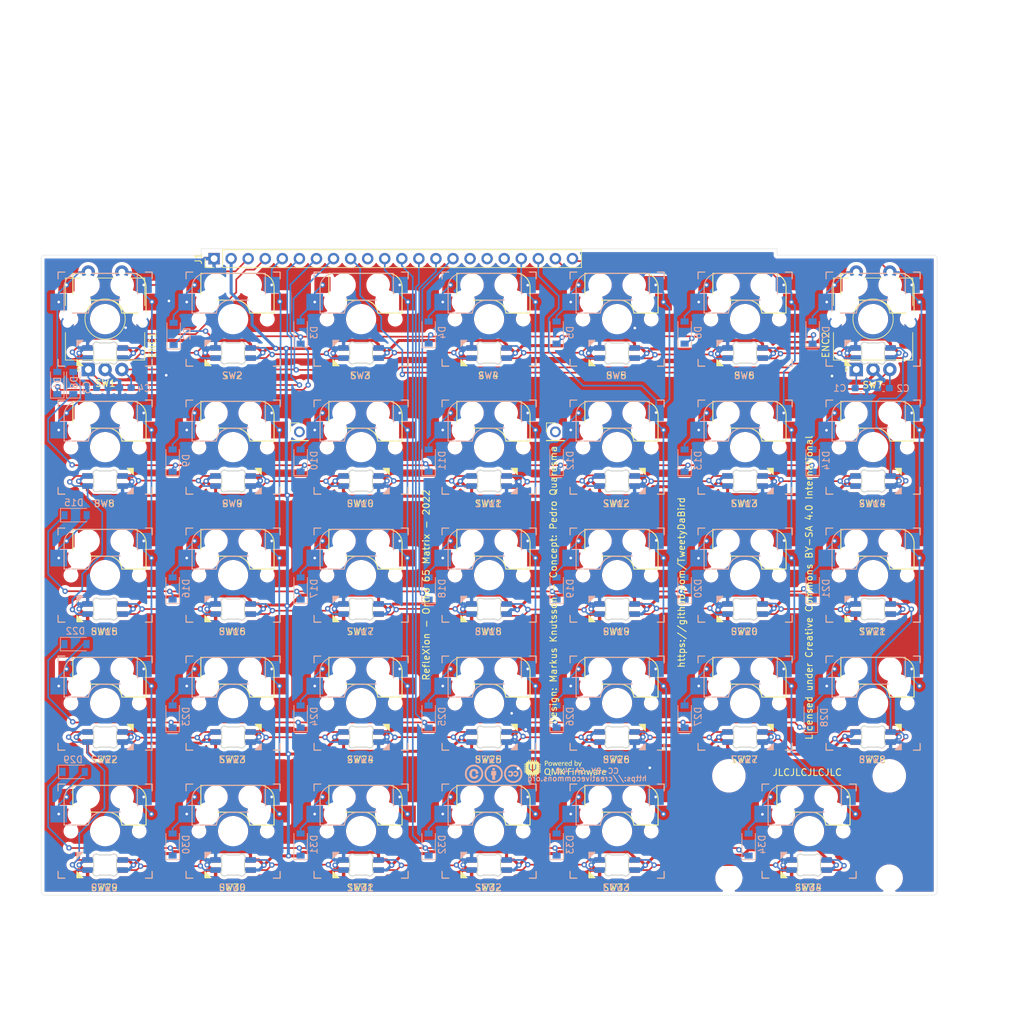
<source format=kicad_pcb>
(kicad_pcb (version 20211014) (generator pcbnew)
  (title_block (title "RefleXion - Ortho 65 Matrix") (date "2022-09-26") (rev "1.0.0") (company "Tweety's Wild Thinking") (comment 1 "Design: Markus Knutsson <markus.knutsson@tweety.se>") (comment 2 "Concept: Pedro Quaresma <pq@live.ie>") (comment 3 "https://github.com/TweetyDaBird") (comment 4 "Licensed under Creative Commons BY-SA 4.0 International"))
  (layers (0 "F.Cu" signal) (31 "B.Cu" signal) (34 "B.Paste" user) (35 "F.Paste" user) (36 "B.SilkS" user "B.Silkscreen") (37 "F.SilkS" user "F.Silkscreen") (38 "B.Mask" user) (39 "F.Mask" user) (44 "Edge.Cuts" user))
  (net 0 "")
  (net 1 "Row0")
  (net 2 "Net-(D4-Pad2)")
  (net 3 "Row1")
  (net 4 "Net-(D6-Pad2)")
  (net 5 "Net-(D8-Pad2)")
  (net 6 "Row2")
  (net 7 "Net-(D13-Pad2)")
  (net 8 "Net-(D14-Pad2)")
  (net 9 "Row3")
  (net 10 "Net-(D17-Pad2)")
  (net 11 "Net-(D18-Pad2)")
  (net 12 "Row4")
  (net 13 "Net-(D24-Pad2)")
  (net 14 "Net-(D26-Pad2)")
  (net 15 "Net-(D27-Pad2)")
  (net 16 "Net-(D28-Pad2)")
  (net 17 "Net-(D29-Pad2)")
  (net 18 "Net-(D30-Pad2)")
  (net 19 "Net-(D31-Pad2)")
  (net 20 "Net-(D32-Pad2)")
  (net 21 "Net-(D33-Pad2)")
  (net 22 "Net-(D34-Pad2)")
  (net 23 "Col0")
  (net 24 "Col1")
  (net 25 "Col2")
  (net 26 "Col3")
  (net 27 "Col4")
  (net 28 "Col5")
  (net 29 "Col6")
  (net 30 "Net-(D2-Pad2)")
  (net 31 "Net-(D3-Pad2)")
  (net 32 "Net-(D5-Pad2)")
  (net 33 "Net-(D9-Pad2)")
  (net 34 "Net-(D10-Pad2)")
  (net 35 "Net-(D11-Pad2)")
  (net 36 "Net-(D12-Pad2)")
  (net 37 "Net-(D15-Pad2)")
  (net 38 "Net-(D16-Pad2)")
  (net 39 "Net-(D19-Pad2)")
  (net 40 "Net-(D20-Pad2)")
  (net 41 "Net-(D21-Pad2)")
  (net 42 "Net-(D22-Pad2)")
  (net 43 "Net-(D23-Pad2)")
  (net 44 "Net-(D25-Pad2)")
  (net 45 "Enc1")
  (net 46 "Enc2")
  (net 47 "A2")
  (net 48 "B2")
  (net 49 "GND")
  (net 50 "A1")
  (net 51 "B1")
  (net 52 "VCC")
  (net 53 "SDA")
  (net 54 "SCL")
  (net 55 "RGB")
  (net 56 "Net-(LED1-Pad2)")
  (net 57 "Net-(LED2-Pad2)")
  (net 58 "Net-(LED3-Pad2)")
  (net 59 "Net-(LED4-Pad2)")
  (net 60 "Net-(LED5-Pad2)")
  (net 61 "Net-(LED31-Pad2)")
  (net 62 "Net-(LED10-Pad4)")
  (net 63 "Net-(LED32-Pad2)")
  (net 64 "Net-(LED6-Pad2)")
  (net 65 "Net-(LED33-Pad2)")
  (net 66 "Net-(LED30-Pad2)")
  (net 67 "Net-(LED10-Pad2)")
  (net 68 "Net-(LED15-Pad2)")
  (net 69 "Net-(LED16-Pad2)")
  (net 70 "Net-(LED17-Pad2)")
  (net 71 "Net-(LED18-Pad2)")
  (net 72 "Net-(LED19-Pad2)")
  (net 73 "Net-(LED20-Pad2)")
  (net 74 "Net-(LED22-Pad2)")
  (net 75 "Net-(LED29-Pad2)")
  (net 76 "unconnected-(LED34-Pad2)")
  (net 77 "Net-(LED14-Pad4)")
  (net 78 "Net-(LED15-Pad4)")
  (net 79 "Net-(LED8-Pad4)")
  (net 80 "Net-(LED11-Pad4)")
  (net 81 "Net-(LED12-Pad4)")
  (net 82 "Net-(LED13-Pad4)")
  (net 83 "Net-(LED22-Pad4)")
  (net 84 "Net-(LED23-Pad4)")
  (net 85 "Net-(LED24-Pad4)")
  (net 86 "Net-(LED25-Pad4)")
  (net 87 "Net-(LED26-Pad4)")
  (net 88 "Net-(LED27-Pad4)")
  (net 89 "Net-(LED21-Pad2)")
  (footprint "Keyboard RGB:MX_SK6812MINI-E_REVERSIBLE" (layer "F.Cu") (at 110.89 52.54 180)
    (fp_text reference "LED4" hide)
    (fp_text value "SK6812MINI-E")
    (fp_line (start -0.794452 -1.5) (end 0.794453 -1.5) (layer "Edge.Cuts") (width 0.15))
    (fp_line (start 0.794452 1.499999) (end -0.794452 1.499999) (layer "Edge.Cuts") (width 0.15))
    (fp_line (start 1.699999 -0.702843) (end 1.699999 0.702841) (layer "Edge.Cuts") (width 0.15))
    (fp_line (start -1.699999 0.702841) (end -1.699999 -0.702843) (layer "Edge.Cuts") (width 0.15))
    (fp_arc (start 1.749484 0.919718) (mid 1.638072 1.504034) (end 1.046711 1.568298) (layer "Edge.Cuts") (width 0.15))
    (fp_arc (start 1.046711 -1.568299) (mid 0.925123 -1.517377) (end 0.794453 -1.5) (layer "Edge.Cuts") (width 0.15))
    (fp_arc (start -1.046711 1.568296) (mid -1.63807 1.504033) (end -1.749484 0.919719) (layer "Edge.Cuts") (width 0.15))
    (fp_arc (start 0.794452 1.499999) (mid 0.925123 1.517376) (end 1.046711 1.568298) (layer "Edge.Cuts") (width 0.15))
    (fp_arc (start -1.699999 0.702842) (mid -1.712527 0.814067) (end -1.749484 0.919719) (layer "Edge.Cuts") (width 0.15))
    (fp_arc (start -0.794453 -1.500001) (mid -0.925123 -1.517378) (end -1.046711 -1.5683) (layer "Edge.Cuts") (width 0.15))
    (fp_arc (start -1.749484 -0.919721) (mid -1.712527 -0.814069) (end -1.699999 -0.702843) (layer "Edge.Cuts") (width 0.15))
    (fp_arc (start 1.046711 -1.568299) (mid 1.638071 -1.504036) (end 1.749484 -0.919721) (layer "Edge.Cuts") (width 0.15))
    (fp_arc (start -1.749484 -0.919721) (mid -1.638071 -1.504036) (end -1.046711 -1.5683) (layer "Edge.Cuts") (width 0.15))
    (fp_arc (start -1.04671 1.568298) (mid -0.925122 1.517376) (end -0.794452 1.499999) (layer "Edge.Cuts") (width 0.15))
    (fp_arc (start 1.699999 -0.702844) (mid 1.712526 -0.81407) (end 1.749484 -0.919721) (layer "Edge.Cuts") (width 0.15))
    (fp_arc (start 1.749484 0.919719) (mid 1.712511 0.81407) (end 1.699999 0.702841) (layer "Edge.Cuts") (width 0.15))
  )
  (footprint "Keyboard Switches:SW_MX_HotSwap_Reversible" (layer "F.Cu") (at 129.94 123.69)
    (fp_text reference "SW33" hide)
    (fp_text value "SW_Push" hide)
  )
  (footprint "Keyboard Switches:SW_MX_HotSwap_Reversible" (layer "F.Cu") (at 110.89 66.54)
    (fp_text reference "SW11" hide)
    (fp_text value "SW_Push" hide)
  )
  (footprint "Keyboard Switches:SW_MX_HotSwap_Reversible" (layer "F.Cu") (at 72.79 123.69)
    (fp_text reference "SW30" hide)
    (fp_text value "SW_Push" hide)
  )
  (footprint "Keyboard RGB:MX_SK6812MINI-E_REVERSIBLE" (layer "F.Cu") (at 91.84 109.69)
    (fp_text reference "LED24" hide)
    (fp_text value "SK6812MINI-E")
    (fp_line (start -1.699999 0.702841) (end -1.699999 -0.702843) (layer "Edge.Cuts") (width 0.15))
    (fp_line (start 0.794452 1.499999) (end -0.794452 1.499999) (layer "Edge.Cuts") (width 0.15))
    (fp_line (start 1.699999 -0.702843) (end 1.699999 0.702841) (layer "Edge.Cuts") (width 0.15))
    (fp_line (start -0.794452 -1.5) (end 0.794453 -1.5) (layer "Edge.Cuts") (width 0.15))
    (fp_arc (start -0.794453 -1.500001) (mid -0.925123 -1.517378) (end -1.046711 -1.5683) (layer "Edge.Cuts") (width 0.15))
    (fp_arc (start -1.04671 1.568298) (mid -0.925122 1.517376) (end -0.794452 1.499999) (layer "Edge.Cuts") (width 0.15))
    (fp_arc (start 1.699999 -0.702844) (mid 1.712526 -0.81407) (end 1.749484 -0.919721) (layer "Edge.Cuts") (width 0.15))
    (fp_arc (start 0.794452 1.499999) (mid 0.925123 1.517376) (end 1.046711 1.568298) (layer "Edge.Cuts") (width 0.15))
    (fp_arc (start 1.749484 0.919719) (mid 1.712511 0.81407) (end 1.699999 0.702841) (layer "Edge.Cuts") (width 0.15))
    (fp_arc (start -1.699999 0.702842) (mid -1.712527 0.814067) (end -1.749484 0.919719) (layer "Edge.Cuts") (width 0.15))
    (fp_arc (start -1.749484 -0.919721) (mid -1.712527 -0.814069) (end -1.699999 -0.702843) (layer "Edge.Cuts") (width 0.15))
    (fp_arc (start -1.749484 -0.919721) (mid -1.638071 -1.504036) (end -1.046711 -1.5683) (layer "Edge.Cuts") (width 0.15))
    (fp_arc (start -1.046711 1.568296) (mid -1.63807 1.504033) (end -1.749484 0.919719) (layer "Edge.Cuts") (width 0.15))
    (fp_arc (start 1.749484 0.919718) (mid 1.638072 1.504034) (end 1.046711 1.568298) (layer "Edge.Cuts") (width 0.15))
    (fp_arc (start 1.046711 -1.568299) (mid 1.638071 -1.504036) (end 1.749484 -0.919721) (layer "Edge.Cuts") (width 0.15))
    (fp_arc (start 1.046711 -1.568299) (mid 0.925123 -1.517377) (end 0.794453 -1.5) (layer "Edge.Cuts") (width 0.15))
  )
  (footprint "Keyboard Switches:SW_MX_HotSwap_Reversible" (layer "F.Cu") (at 110.89 123.69)
    (fp_text reference "SW32" hide)
    (fp_text value "SW_Push" hide)
  )
  (footprint "Keyboard RGB:MX_SK6812MINI-E_REVERSIBLE" (layer "F.Cu") (at 53.74 71.59)
    (fp_text reference "LED8" hide)
    (fp_text value "SK6812MINI-E")
    (fp_line (start -1.699999 0.702841) (end -1.699999 -0.702843) (layer "Edge.Cuts") (width 0.15))
    (fp_line (start 1.699999 -0.702843) (end 1.699999 0.702841) (layer "Edge.Cuts") (width 0.15))
    (fp_line (start -0.794452 -1.5) (end 0.794453 -1.5) (layer "Edge.Cuts") (width 0.15))
    (fp_line (start 0.794452 1.499999) (end -0.794452 1.499999) (layer "Edge.Cuts") (width 0.15))
    (fp_arc (start 0.794452 1.499999) (mid 0.925123 1.517376) (end 1.046711 1.568298) (layer "Edge.Cuts") (width 0.15))
    (fp_arc (start 1.046711 -1.568299) (mid 1.638071 -1.504036) (end 1.749484 -0.919721) (layer "Edge.Cuts") (width 0.15))
    (fp_arc (start -1.046711 1.568296) (mid -1.63807 1.504033) (end -1.749484 0.919719) (layer "Edge.Cuts") (width 0.15))
    (fp_arc (start -0.794453 -1.500001) (mid -0.925123 -1.517378) (end -1.046711 -1.5683) (layer "Edge.Cuts") (width 0.15))
    (fp_arc (start 1.699999 -0.702844) (mid 1.712526 -0.81407) (end 1.749484 -0.919721) (layer "Edge.Cuts") (width 0.15))
    (fp_arc (start 1.749484 0.919718) (mid 1.638072 1.504034) (end 1.046711 1.568298) (layer "Edge.Cuts") (width 0.15))
    (fp_arc (start -1.749484 -0.919721) (mid -1.638071 -1.504036) (end -1.046711 -1.5683) (layer "Edge.Cuts") (width 0.15))
    (fp_arc (start -1.699999 0.702842) (mid -1.712527 0.814067) (end -1.749484 0.919719) (layer "Edge.Cuts") (width 0.15))
    (fp_arc (start -1.749484 -0.919721) (mid -1.712527 -0.814069) (end -1.699999 -0.702843) (layer "Edge.Cuts") (width 0.15))
    (fp_arc (start 1.749484 0.919719) (mid 1.712511 0.81407) (end 1.699999 0.702841) (layer "Edge.Cuts") (width 0.15))
    (fp_arc (start 1.046711 -1.568299) (mid 0.925123 -1.517377) (end 0.794453 -1.5) (layer "Edge.Cuts") (width 0.15))
    (fp_arc (start -1.04671 1.568298) (mid -0.925122 1.517376) (end -0.794452 1.499999) (layer "Edge.Cuts") (width 0.15))
  )
  (footprint "Keyboard RGB:MX_SK6812MINI-E_REVERSIBLE" (layer "F.Cu") (at 129.94 90.64 180)
    (fp_text reference "LED19" hide)
    (fp_text value "SK6812MINI-E")
    (fp_line (start -0.794452 -1.5) (end 0.794453 -1.5) (layer "Edge.Cuts") (width 0.15))
    (fp_line (start 0.794452 1.499999) (end -0.794452 1.499999) (layer "Edge.Cuts") (width 0.15))
    (fp_line (start -1.699999 0.702841) (end -1.699999 -0.702843) (layer "Edge.Cuts") (width 0.15))
    (fp_line (start 1.699999 -0.702843) (end 1.699999 0.702841) (layer "Edge.Cuts") (width 0.15))
    (fp_arc (start 1.046711 -1.568299) (mid 1.638071 -1.504036) (end 1.749484 -0.919721) (layer "Edge.Cuts") (width 0.15))
    (fp_arc (start 1.749484 0.919719) (mid 1.712511 0.81407) (end 1.699999 0.702841) (layer "Edge.Cuts") (width 0.15))
    (fp_arc (start -1.749484 -0.919721) (mid -1.638071 -1.504036) (end -1.046711 -1.5683) (layer "Edge.Cuts") (width 0.15))
    (fp_arc (start -1.749484 -0.919721) (mid -1.712527 -0.814069) (end -1.699999 -0.702843) (layer "Edge.Cuts") (width 0.15))
    (fp_arc (start 1.046711 -1.568299) (mid 0.925123 -1.517377) (end 0.794453 -1.5) (layer "Edge.Cuts") (width 0.15))
    (fp_arc (start 1.699999 -0.702844) (mid 1.712526 -0.81407) (end 1.749484 -0.919721) (layer "Edge.Cuts") (width 0.15))
    (fp_arc (start -1.699999 0.702842) (mid -1.712527 0.814067) (end -1.749484 0.919719) (layer "Edge.Cuts") (width 0.15))
    (fp_arc (start -1.04671 1.568298) (mid -0.925122 1.517376) (end -0.794452 1.499999) (layer "Edge.Cuts") (width 0.15))
    (fp_arc (start 0.794452 1.499999) (mid 0.925123 1.517376) (end 1.046711 1.568298) (layer "Edge.Cuts") (width 0.15))
    (fp_arc (start -0.794453 -1.500001) (mid -0.925123 -1.517378) (end -1.046711 -1.5683) (layer "Edge.Cuts") (width 0.15))
    (fp_arc (start 1.749484 0.919718) (mid 1.638072 1.504034) (end 1.046711 1.568298) (layer "Edge.Cuts") (width 0.15))
    (fp_arc (start -1.046711 1.568296) (mid -1.63807 1.504033) (end -1.749484 0.919719) (layer "Edge.Cuts") (width 0.15))
  )
  (footprint "Keyboard Switches:SW_MX_HotSwap_Reversible" (layer "F.Cu") (at 91.84 47.49)
    (fp_text reference "SW3" hide)
    (fp_text value "SW_Push" hide)
  )
  (footprint "Keyboard RGB:MX_SK6812MINI-E_REVERSIBLE" (layer "F.Cu") (at 72.79 52.54 180)
    (fp_text reference "LED2" hide)
    (fp_text value "SK6812MINI-E")
    (fp_line (start 0.794452 1.499999) (end -0.794452 1.499999) (layer "Edge.Cuts") (width 0.15))
    (fp_line (start 1.699999 -0.702843) (end 1.699999 0.702841) (layer "Edge.Cuts") (width 0.15))
    (fp_line (start -1.699999 0.702841) (end -1.699999 -0.702843) (layer "Edge.Cuts") (width 0.15))
    (fp_line (start -0.794452 -1.5) (end 0.794453 -1.5) (layer "Edge.Cuts") (width 0.15))
    (fp_arc (start -1.749484 -0.919721) (mid -1.712527 -0.814069) (end -1.699999 -0.702843) (layer "Edge.Cuts") (width 0.15))
    (fp_arc (start 1.046711 -1.568299) (mid 0.925123 -1.517377) (end 0.794453 -1.5) (layer "Edge.Cuts") (width 0.15))
    (fp_arc (start -0.794453 -1.500001) (mid -0.925123 -1.517378) (end -1.046711 -1.5683) (layer "Edge.Cuts") (width 0.15))
    (fp_arc (start 1.699999 -0.702844) (mid 1.712526 -0.81407) (end 1.749484 -0.919721) (layer "Edge.Cuts") (width 0.15))
    (fp_arc (start -1.699999 0.702842) (mid -1.712527 0.814067) (end -1.749484 0.919719) (layer "Edge.Cuts") (width 0.15))
    (fp_arc (start -1.04671 1.568298) (mid -0.925122 1.517376) (end -0.794452 1.499999) (layer "Edge.Cuts") (width 0.15))
    (fp_arc (start 1.749484 0.919718) (mid 1.638072 1.504034) (end 1.046711 1.568298) (layer "Edge.Cuts") (width 0.15))
    (fp_arc (start 1.749484 0.919719) (mid 1.712511 0.81407) (end 1.699999 0.702841) (layer "Edge.Cuts") (width 0.15))
    (fp_arc (start -1.046711 1.568296) (mid -1.63807 1.504033) (end -1.749484 0.919719) (layer "Edge.Cuts") (width 0.15))
    (fp_arc (start -1.749484 -0.919721) (mid -1.638071 -1.504036) (end -1.046711 -1.5683) (layer "Edge.Cuts") (width 0.15))
    (fp_arc (start 1.046711 -1.568299) (mid 1.638071 -1.504036) (end 1.749484 -0.919721) (layer "Edge.Cuts") (width 0.15))
    (fp_arc (start 0.794452 1.499999) (mid 0.925123 1.517376) (end 1.046711 1.568298) (layer "Edge.Cuts") (width 0.15))
  )
  (footprint "Keyboard RGB:MX_SK6812MINI-E_REVERSIBLE" (layer "F.Cu") (at 168.04 52.54 180)
    (fp_text reference "LED7" hide)
    (fp_text value "SK6812MINI-E")
    (fp_line (start 1.699999 -0.702843) (end 1.699999 0.702841) (layer "Edge.Cuts") (width 0.15))
    (fp_line (start 0.794452 1.499999) (end -0.794452 1.499999) (layer "Edge.Cuts") (width 0.15))
    (fp_line (start -0.794452 -1.5) (end 0.794453 -1.5) (layer "Edge.Cuts") (width 0.15))
    (fp_line (start -1.699999 0.702841) (end -1.699999 -0.702843) (layer "Edge.Cuts") (width 0.15))
    (fp_arc (start 1.046711 -1.568299) (mid 1.638071 -1.504036) (end 1.749484 -0.919721) (layer "Edge.Cuts") (width 0.15))
    (fp_arc (start -1.046711 1.568296) (mid -1.63807 1.504033) (end -1.749484 0.919719) (layer "Edge.Cuts") (width 0.15))
    (fp_arc (start 1.749484 0.919718) (mid 1.638072 1.504034) (end 1.046711 1.568298) (layer "Edge.Cuts") (width 0.15))
    (fp_arc (start 1.749484 0.919719) (mid 1.712511 0.81407) (end 1.699999 0.702841) (layer "Edge.Cuts") (width 0.15))
    (fp_arc (start -1.699999 0.702842) (mid -1.712527 0.814067) (end -1.749484 0.919719) (layer "Edge.Cuts") (width 0.15))
    (fp_arc (start -1.749484 -0.919721) (mid -1.712527 -0.814069) (end -1.699999 -0.702843) (layer "Edge.Cuts") (width 0.15))
    (fp_arc (start -1.749484 -0.919721) (mid -1.638071 -1.504036) (end -1.046711 -1.5683) (layer "Edge.Cuts") (width 0.15))
    (fp_arc (start 1.046711 -1.568299) (mid 0.925123 -1.517377) (end 0.794453 -1.5) (layer "Edge.Cuts") (width 0.15))
    (fp_arc (start -1.04671 1.568298) (mid -0.925122 1.517376) (end -0.794452 1.499999) (layer "Edge.Cuts") (width 0.15))
    (fp_arc (start -0.794453 -1.500001) (mid -0.925123 -1.517378) (end -1.046711 -1.5683) (layer "Edge.Cuts") (width 0.15))
    (fp_arc (start 1.699999 -0.702844) (mid 1.712526 -0.81407) (end 1.749484 -0.919721) (layer "Edge.Cuts") (width 0.15))
    (fp_arc (start 0.794452 1.499999) (mid 0.925123 1.517376) (end 1.046711 1.568298) (layer "Edge.Cuts") (width 0.15))
  )
  (footprint "Keyboard Switches:SW_MX_HotSwap_Reversible" (layer "F.Cu") (at 148.99 104.64)
    (fp_text reference "SW27" hide)
    (fp_text value "SW_Push" hide)
  )
  (footprint "Keyboard Switches:SW_MX_HotSwap_Reversible" (layer "F.Cu") (at 91.84 123.69)
    (fp_text reference "SW31" hide)
    (fp_text value "SW_Push" hide)
  )
  (footprint "Keyboard Switches:SW_MX_HotSwap_Reversible" (layer "F.Cu") (at 148.99 66.54)
    (fp_text reference "SW13" hide)
    (fp_text value "SW_Push" hide)
  )
  (footprint "Keyboard RGB:MX_SK6812MINI-E_REVERSIBLE" (layer "F.Cu") (at 168.04 71.59)
    (fp_text reference "LED14" hide)
    (fp_text value "SK6812MINI-E")
    (fp_line (start 1.699999 -0.702843) (end 1.699999 0.702841) (layer "Edge.Cuts") (width 0.15))
    (fp_line (start 0.794452 1.499999) (end -0.794452 1.499999) (layer "Edge.Cuts") (width 0.15))
    (fp_line (start -1.699999 0.702841) (end -1.699999 -0.702843) (layer "Edge.Cuts") (width 0.15))
    (fp_line (start -0.794452 -1.5) (end 0.794453 -1.5) (layer "Edge.Cuts") (width 0.15))
    (fp_arc (start -1.749484 -0.919721) (mid -1.638071 -1.504036) (end -1.046711 -1.5683) (layer "Edge.Cuts") (width 0.15))
    (fp_arc (start 1.749484 0.919718) (mid 1.638072 1.504034) (end 1.046711 1.568298) (layer "Edge.Cuts") (width 0.15))
    (fp_arc (start -1.699999 0.702842) (mid -1.712527 0.814067) (end -1.749484 0.919719) (layer "Edge.Cuts") (width 0.15))
    (fp_arc (start 1.046711 -1.568299) (mid 1.638071 -1.504036) (end 1.749484 -0.919721) (layer "Edge.Cuts") (width 0.15))
    (fp_arc (start 1.749484 0.919719) (mid 1.712511 0.81407) (end 1.699999 0.702841) (layer "Edge.Cuts") (width 0.15))
    (fp_arc (start -1.749484 -0.919721) (mid -1.712527 -0.814069) (end -1.699999 -0.702843) (layer "Edge.Cuts") (width 0.15))
    (fp_arc (start -1.04671 1.568298) (mid -0.925122 1.517376) (end -0.794452 1.499999) (layer "Edge.Cuts") (width 0.15))
    (fp_arc (start 1.046711 -1.568299) (mid 0.925123 -1.517377) (end 0.794453 -1.5) (layer "Edge.Cuts") (width 0.15))
    (fp_arc (start -1.046711 1.568296) (mid -1.63807 1.504033) (end -1.749484 0.919719) (layer "Edge.Cuts") (width 0.15))
    (fp_arc (start 0.794452 1.499999) (mid 0.925123 1.517376) (end 1.046711 1.568298) (layer "Edge.Cuts") (width 0.15))
    (fp_arc (start 1.699999 -0.702844) (mid 1.712526 -0.81407) (end 1.749484 -0.919721) (layer "Edge.Cuts") (width 0.15))
    (fp_arc (start -0.794453 -1.500001) (mid -0.925123 -1.517378) (end -1.046711 -1.5683) (layer "Edge.Cuts") (width 0.15))
  )
  (footprint "Keyboard RGB:MX_SK6812MINI-E_REVERSIBLE" (layer "F.Cu") (at 53.74 128.74 180)
    (fp_text reference "LED29" hide)
    (fp_text value "SK6812MINI-E")
    (fp_line (start 0.794452 1.499999) (end -0.794452 1.499999) (layer "Edge.Cuts") (width 0.15))
    (fp_line (start 1.699999 -0.702843) (end 1.699999 0.702841) (layer "Edge.Cuts") (width 0.15))
    (fp_line (start -0.794452 -1.5) (end 0.794453 -1.5) (layer "Edge.Cuts") (width 0.15))
    (fp_line (start -1.699999 0.702841) (end -1.699999 -0.702843) (layer "Edge.Cuts") (width 0.15))
    (fp_arc (start 1.699999 -0.702844) (mid 1.712526 -0.81407) (end 1.749484 -0.919721) (layer "Edge.Cuts") (width 0.15))
    (fp_arc (start 1.749484 0.919719) (mid 1.712511 0.81407) (end 1.699999 0.702841) (layer "Edge.Cuts") (width 0.15))
    (fp_arc (start 1.046711 -1.568299) (mid 1.638071 -1.504036) (end 1.749484 -0.919721) (layer "Edge.Cuts") (width 0.15))
    (fp_arc (start 0.794452 1.499999) (mid 0.925123 1.517376) (end 1.046711 1.568298) (layer "Edge.Cuts") (width 0.15))
    (fp_arc (start -1.046711 1.568296) (mid -1.63807 1.504033) (end -1.749484 0.919719) (layer "Edge.Cuts") (width 0.15))
    (fp_arc (start -1.749484 -0.919721) (mid -1.712527 -0.814069) (end -1.699999 -0.702843) (layer "Edge.Cuts") (width 0.15))
    (fp_arc (start -1.699999 0.702842) (mid -1.712527 0.814067) (end -1.749484 0.919719) (layer "Edge.Cuts") (width 0.15))
    (fp_arc (start 1.749484 0.919718) (mid 1.638072 1.504034) (end 1.046711 1.568298) (layer "Edge.Cuts") (width 0.15))
    (fp_arc (start -1.749484 -0.919721) (mid -1.638071 -1.504036) (end -1.046711 -1.5683) (layer "Edge.Cuts") (width 0.15))
    (fp_arc (start 1.046711 -1.568299) (mid 0.925123 -1.517377) (end 0.794453 -1.5) (layer "Edge.Cuts") (width 0.15))
    (fp_arc (start -0.794453 -1.500001) (mid -0.925123 -1.517378) (end -1.046711 -1.5683) (layer "Edge.Cuts") (width 0.15))
    (fp_arc (start -1.04671 1.568298) (mid -0.925122 1.517376) (end -0.794452 1.499999) (layer "Edge.Cuts") (width 0.15))
  )
  (footprint "Keyboard RGB:MX_SK6812MINI-E_REVERSIBLE" (layer "F.Cu") (at 72.79 109.69)
    (fp_text reference "LED23" hide)
    (fp_text value "SK6812MINI-E")
    (fp_line (start 1.699999 -0.702843) (end 1.699999 0.702841) (layer "Edge.Cuts") (width 0.15))
    (fp_line (start -0.794452 -1.5) (end 0.794453 -1.5) (layer "Edge.Cuts") (width 0.15))
    (fp_line (start 0.794452 1.499999) (end -0.794452 1.499999) (layer "Edge.Cuts") (width 0.15))
    (fp_line (start -1.699999 0.702841) (end -1.699999 -0.702843) (layer "Edge.Cuts") (width 0.15))
    (fp_arc (start 0.794452 1.499999) (mid 0.925123 1.517376) (end 1.046711 1.568298) (layer "Edge.Cuts") (width 0.15))
    (fp_arc (start -0.794453 -1.500001) (mid -0.925123 -1.517378) (end -1.046711 -1.5683) (layer "Edge.Cuts") (width 0.15))
    (fp_arc (start -1.749484 -0.919721) (mid -1.712527 -0.814069) (end -1.699999 -0.702843) (layer "Edge.Cuts") (width 0.15))
    (fp_arc (start 1.749484 0.919718) (mid 1.638072 1.504034) (end 1.046711 1.568298) (layer "Edge.Cuts") (width 0.15))
    (fp_arc (start -1.046711 1.568296) (mid -1.63807 1.504033) (end -1.749484 0.919719) (layer "Edge.Cuts") (width 0.15))
    (fp_arc (start -1.699999 0.702842) (mid -1.712527 0.814067) (end -1.749484 0.919719) (layer "Edge.Cuts") (width 0.15))
    (fp_arc (start 1.046711 -1.568299) (mid 0.925123 -1.517377) (end 0.794453 -1.5) (layer "Edge.Cuts") (width 0.15))
    (fp_arc (start -1.749484 -0.919721) (mid -1.638071 -1.504036) (end -1.046711 -1.5683) (layer "Edge.Cuts") (width 0.15))
    (fp_arc (start 1.046711 -1.568299) (mid 1.638071 -1.504036) (end 1.749484 -0.919721) (layer "Edge.Cuts") (width 0.15))
    (fp_arc (start -1.04671 1.568298) (mid -0.925122 1.517376) (end -0.794452 1.499999) (layer "Edge.Cuts") (width 0.15))
    (fp_arc (start 1.699999 -0.702844) (mid 1.712526 -0.81407) (end 1.749484 -0.919721) (layer "Edge.Cuts") (width 0.15))
    (fp_arc (start 1.749484 0.919719) (mid 1.712511 0.81407) (end 1.699999 0.702841) (layer "Edge.Cuts") (width 0.15))
  )
  (footprint "Keyboard Switches:SW_MX_HotSwap_Reversible" (layer "F.Cu") (at 53.74 66.54)
    (fp_text reference "SW8" hide)
    (fp_text value "SW_Push" hide)
  )
  (footprint "Keyboard RGB:MX_SK6812MINI-E_REVERSIBLE" (layer "F.Cu") (at 129.94 128.74 180)
    (fp_text reference "LED33" hide)
    (fp_text value "SK6812MINI-E")
    (fp_line (start 1.699999 -0.702843) (end 1.699999 0.702841) (layer "Edge.Cuts") (width 0.15))
    (fp_line (start -1.699999 0.702841) (end -1.699999 -0.702843) (layer "Edge.Cuts") (width 0.15))
    (fp_line (start -0.794452 -1.5) (end 0.794453 -1.5) (layer "Edge.Cuts") (width 0.15))
    (fp_line (start 0.794452 1.499999) (end -0.794452 1.499999) (layer "Edge.Cuts") (width 0.15))
    (fp_arc (start -1.749484 -0.919721) (mid -1.638071 -1.504036) (end -1.046711 -1.5683) (layer "Edge.Cuts") (width 0.15))
    (fp_arc (start -0.794453 -1.500001) (mid -0.925123 -1.517378) (end -1.046711 -1.5683) (layer "Edge.Cuts") (width 0.15))
    (fp_arc (start -1.04671 1.568298) (mid -0.925122 1.517376) (end -0.794452 1.499999) (layer "Edge.Cuts") (width 0.15))
    (fp_arc (start 1.749484 0.919719) (mid 1.712511 0.81407) (end 1.699999 0.702841) (layer "Edge.Cuts") (width 0.15))
    (fp_arc (start -1.749484 -0.919721) (mid -1.712527 -0.814069) (end -1.699999 -0.702843) (layer "Edge.Cuts") (width 0.15))
    (fp_arc (start -1.046711 1.568296) (mid -1.63807 1.504033) (end -1.749484 0.919719) (layer "Edge.Cuts") (width 0.15))
    (fp_arc (start 1.046711 -1.568299) (mid 1.638071 -1.504036) (end 1.749484 -0.919721) (layer "Edge.Cuts") (width 0.15))
    (fp_arc (start 0.794452 1.499999) (mid 0.925123 1.517376) (end 1.046711 1.568298) (layer "Edge.Cuts") (width 0.15))
    (fp_arc (start 1.046711 -1.568299) (mid 0.925123 -1.517377) (end 0.794453 -1.5) (layer "Edge.Cuts") (width 0.15))
    (fp_arc (start -1.699999 0.702842) (mid -1.712527 0.814067) (end -1.749484 0.919719) (layer "Edge.Cuts") (width 0.15))
    (fp_arc (start 1.749484 0.919718) (mid 1.638072 1.504034) (end 1.046711 1.568298) (layer "Edge.Cuts") (width 0.15))
    (fp_arc (start 1.699999 -0.702844) (mid 1.712526 -0.81407) (end 1.749484 -0.919721) (layer "Edge.Cuts") (width 0.15))
  )
  (footprint "Keyboard Switches:SW_MX_HotSwap_Reversible" (layer "F.Cu") (at 72.79 66.54)
    (fp_text reference "SW9" hide)
    (fp_text value "SW_Push" hide)
  )
  (footprint "Keyboard RGB:MX_SK6812MINI-E_REVERSIBLE" (layer "F.Cu") (at 148.99 52.54 180)
    (fp_text reference "LED6" hide)
    (fp_text value "SK6812MINI-E")
    (fp_line (start 1.699999 -0.702843) (end 1.699999 0.702841) (layer "Edge.Cuts") (width 0.15))
    (fp_line (start 0.794452 1.499999) (end -0.794452 1.499999) (layer "Edge.Cuts") (width 0.15))
    (fp_line (start -0.794452 -1.5) (end 0.794453 -1.5) (layer "Edge.Cuts") (width 0.15))
    (fp_line (start -1.699999 0.702841) (end -1.699999 -0.702843) (layer "Edge.Cuts") (width 0.15))
    (fp_arc (start 1.749484 0.919718) (mid 1.638072 1.504034) (end 1.046711 1.568298) (layer "Edge.Cuts") (width 0.15))
    (fp_arc (start 1.046711 -1.568299) (mid 1.638071 -1.504036) (end 1.749484 -0.919721) (layer "Edge.Cuts") (width 0.15))
    (fp_arc (start -1.699999 0.702842) (mid -1.712527 0.814067) (end -1.749484 0.919719) (layer "Edge.Cuts") (width 0.15))
    (fp_arc (start 1.699999 -0.702844) (mid 1.712526 -0.81407) (end 1.749484 -0.919721) (layer "Edge.Cuts") (width 0.15))
    (fp_arc (start 1.046711 -1.568299) (mid 0.925123 -1.517377) (end 0.794453 -1.5) (layer "Edge.Cuts") (width 0.15))
    (fp_arc (start -1.046711 1.568296) (mid -1.63807 1.504033) (end -1.749484 0.919719) (layer "Edge.Cuts") (width 0.15))
    (fp_arc (start -0.794453 -1.500001) (mid -0.925123 -1.517378) (end -1.046711 -1.5683) (layer "Edge.Cuts") (width 0.15))
    (fp_arc (start 0.794452 1.499999) (mid 0.925123 1.517376) (end 1.046711 1.568298) (layer "Edge.Cuts") (width 0.15))
    (fp_arc (start -1.749484 -0.919721) (mid -1.712527 -0.814069) (end -1.699999 -0.702843) (layer "Edge.Cuts") (width 0.15))
    (fp_arc (start -1.04671 1.568298) (mid -0.925122 1.517376) (end -0.794452 1.499999) (layer "Edge.Cuts") (width 0.15))
    (fp_arc (start 1.749484 0.919719) (mid 1.712511 0.81407) (end 1.699999 0.702841) (layer "Edge.Cuts") (width 0.15))
    (fp_arc (start -1.749484 -0.919721) (mid -1.638071 -1.504036) (end -1.046711 -1.5683) (layer "Edge.Cuts") (width 0.15))
  )
  (footprint "Keyboard Switches:SW_MX_HotSwap_Reversible" (layer "F.Cu") (at 148.99 85.59)
    (fp_text reference "SW20" hide)
    (fp_text value "SW_Push" hide)
  )
  (footprint "Connector_PinHeader_2.54mm:PinHeader_1x01_P2.54mm_Vertical" (layer "F.Cu") (at 82.66 64.27)
    (fp_text reference "J2" hide)
    (fp_text value "Conn_01x01")
  )
  (footprint "Keyboard Switches:SW_MX_HotSwap_Reversible" (layer "F.Cu") (at 110.89 85.59)
    (fp_text reference "SW18" hide)
    (fp_text value "SW_Push" hide)
  )
  (footprint "Keyboard Switches:SW_MX_HotSwap_Reversible" (layer "F.Cu") (at 129.94 66.54)
    (fp_text reference "SW12" hide)
    (fp_text value "SW_Push" hide)
  )
  (footprint "Keyboard RGB:MX_SK6812MINI-E_REVERSIBLE" (layer "F.Cu") (at 168.04 109.69)
    (fp_text reference "LED28" hide)
    (fp_text value "SK6812MINI-E")
    (fp_line (start 0.794452 1.499999) (end -0.794452 1.499999) (layer "Edge.Cuts") (width 0.15))
    (fp_line (start -0.794452 -1.5) (end 0.794453 -1.5) (layer "Edge.Cuts") (width 0.15))
    (fp_line (start 1.699999 -0.702843) (end 1.699999 0.702841) (layer "Edge.Cuts") (width 0.15))
    (fp_line (start -1.699999 0.702841) (end -1.699999 -0.702843) (layer "Edge.Cuts") (width 0.15))
    (fp_arc (start -1.749484 -0.919721) (mid -1.638071 -1.504036) (end -1.046711 -1.5683) (layer "Edge.Cuts") (width 0.15))
    (fp_arc (start 1.749484 0.919718) (mid 1.638072 1.504034) (end 1.046711 1.568298) (layer "Edge.Cuts") (width 0.15))
    (fp_arc (start 1.046711 -1.568299) (mid 1.638071 -1.504036) (end 1.749484 -0.919721) (layer "Edge.Cuts") (width 0.15))
    (fp_arc (start -0.794453 -1.500001) (mid -0.925123 -1.517378) (end -1.046711 -1.5683) (layer "Edge.Cuts") (width 0.15))
    (fp_arc (start -1.046711 1.568296) (mid -1.63807 1.504033) (end -1.749484 0.919719) (layer "Edge.Cuts") (width 0.15))
    (fp_arc (start -1.699999 0.702842) (mid -1.712527 0.814067) (end -1.749484 0.919719) (layer "Edge.Cuts") (width 0.15))
    (fp_arc (start 1.749484 0.919719) (mid 1.712511 0.81407) (end 1.699999 0.702841) (layer "Edge.Cuts") (width 0.15))
    (fp_arc (start 1.699999 -0.702844) (mid 1.712526 -0.81407) (end 1.749484 -0.919721) (layer "Edge.Cuts") (width 0.15))
    (fp_arc (start 0.794452 1.499999) (mid 0.925123 1.517376) (end 1.046711 1.568298) (layer "Edge.Cuts") (width 0.15))
    (fp_arc (start -1.749484 -0.919721) (mid -1.712527 -0.814069) (end -1.699999 -0.702843) (layer "Edge.Cuts") (width 0.15))
    (fp_arc (start -1.04671 1.568298) (mid -0.925122 1.517376) (end -0.794452 1.499999) (layer "Edge.Cuts") (width 0.15))
    (fp_arc (start 1.046711 -1.568299) (mid 0.925123 -1.517377) (end 0.794453 -1.5) (layer "Edge.Cuts") (width 0.15))
  )
  (footprint "Keyboard Switches:SW_MX_HotSwap_Reversible" (layer "F.Cu") (at 110.89 47.49)
    (fp_text reference "SW4" hide)
    (fp_text value "SW_Push" hide)
  )
  (footprint "Keyboard RGB:MX_SK6812MINI-E_REVERSIBLE" (layer "F.Cu") (at 148.99 90.64 180)
    (fp_text reference "LED20" hide)
    (fp_text value "SK6812MINI-E")
    (fp_line (start -0.794452 -1.5) (end 0.794453 -1.5) (layer "Edge.Cuts") (width 0.15))
    (fp_line (start 0.794452 1.499999) (end -0.794452 1.499999) (layer "Edge.Cuts") (width 0.15))
    (fp_line (start 1.699999 -0.702843) (end 1.699999 0.702841) (layer "Edge.Cuts") (width 0.15))
    (fp_line (start -1.699999 0.702841) (end -1.699999 -0.702843) (layer "Edge.Cuts") (width 0.15))
    (fp_arc (start 1.046711 -1.568299) (mid 0.925123 -1.517377) (end 0.794453 -1.5) (layer "Edge.Cuts") (width 0.15))
    (fp_arc (start -1.04671 1.568298) (mid -0.925122 1.517376) (end -0.794452 1.499999) (layer "Edge.Cuts") (width 0.15))
    (fp_arc (start 1.749484 0.919718) (mid 1.638072 1.504034) (end 1.046711 1.568298) (layer "Edge.Cuts") (width 0.15))
    (fp_arc (start -1.699999 0.702842) (mid -1.712527 0.814067) (end -1.749484 0.919719) (layer "Edge.Cuts") (width 0.15))
    (fp_arc (start 1.749484 0.919719) (mid 1.712511 0.81407) (end 1.699999 0.702841) (layer "Edge.Cuts") (width 0.15))
    (fp_arc (start -0.794453 -1.500001) (mid -0.925123 -1.517378) (end -1.046711 -1.5683) (layer "Edge.Cuts") (width 0.15))
    (fp_arc (start -1.046711 1.568296) (mid -1.63807 1.504033) (end -1.749484 0.919719) (layer "Edge.Cuts") (width 0.15))
    (fp_arc (start 0.794452 1.499999) (mid 0.925123 1.517376) (end 1.046711 1.568298) (layer "Edge.Cuts") (width 0.15))
    (fp_arc (start -1.749484 -0.919721) (mid -1.638071 -1.504036) (end -1.046711 -1.5683) (layer "Edge.Cuts") (width 0.15))
    (fp_arc (start 1.699999 -0.702844) (mid 1.712526 -0.81407) (end 1.749484 -0.919721) (layer "Edge.Cuts") (width 0.15))
    (fp_arc (start -1.749484 -0.919721) (mid -1.712527 -0.814069) (end -1.699999 -0.702843) (layer "Edge.Cuts") (width 0.15))
    (fp_arc (start 1.046711 -1.568299) (mid 1.638071 -1.504036) (end 1.749484 -0.919721) (layer "Edge.Cuts") (width 0.15))
  )
  (footprint "Keyboard RGB:MX_SK6812MINI-E_REVERSIBLE" (layer "F.Cu") (at 72.79 90.64 180)
    (fp_text reference "LED16" hide)
    (fp_text value "SK6812MINI-E")
    (fp_line (start 0.794452 1.499999) (end -0.794452 1.499999) (layer "Edge.Cuts") (width 0.15))
    (fp_line (start 1.699999 -0.702843) (end 1.699999 0.702841) (layer "Edge.Cuts") (width 0.15))
    (fp_line (start -1.699999 0.702841) (end -1.699999 -0.702843) (layer "Edge.Cuts") (width 0.15))
    (fp_line (start -0.794452 -1.5) (end 0.794453 -1.5) (layer "Edge.Cuts") (width 0.15))
    (fp_arc (start 1.749484 0.919719) (mid 1.712511 0.81407) (end 1.699999 0.702841) (layer "Edge.Cuts") (width 0.15))
    (fp_arc (start 1.749484 0.919718) (mid 1.638072 1.504034) (end 1.046711 1.568298) (layer "Edge.Cuts") (width 0.15))
    (fp_arc (start 1.046711 -1.568299) (mid 0.925123 -1.517377) (end 0.794453 -1.5) (layer "Edge.Cuts") (width 0.15))
    (fp_arc (start 1.046711 -1.568299) (mid 1.638071 -1.504036) (end 1.749484 -0.919721) (layer "Edge.Cuts") (width 0.15))
    (fp_arc (start -1.699999 0.702842) (mid -1.712527 0.814067) (end -1.749484 0.919719) (layer "Edge.Cuts") (width 0.15))
    (fp_arc (start -1.046711 1.568296) (mid -1.63807 1.504033) (end -1.749484 0.919719) (layer "Edge.Cuts") (width 0.15))
    (fp_arc (start -0.794453 -1.500001) (mid -0.925123 -1.517378) (end -1.046711 -1.5683) (layer "Edge.Cuts") (width 0.15))
    (fp_arc (start -1.04671 1.568298) (mid -0.925122 1.517376) (end -0.794452 1.499999) (layer "Edge.Cuts") (width 0.15))
    (fp_arc (start 1.699999 -0.702844) (mid 1.712526 -0.81407) (end 1.749484 -0.919721) (layer "Edge.Cuts") (width 0.15))
    (fp_arc (start -1.749484 -0.919721) (mid -1.638071 -1.504036) (end -1.046711 -1.5683) (layer "Edge.Cuts") (width 0.15))
    (fp_arc (start 0.794452 1.499999) (mid 0.925123 1.517376) (end 1.046711 1.568298) (layer "Edge.Cuts") (width 0.15))
    (fp_arc (start -1.749484 -0.919721) (mid -1.712527 -0.814069) (end -1.699999 -0.702843) (layer "Edge.Cuts") (width 0.15))
  )
  (footprint "Keyboard RGB:MX_SK6812MINI-E_REVERSIBLE" (layer "F.Cu") (at 91.84 128.74 180)
    (fp_text reference "LED31" hide)
    (fp_text value "SK6812MINI-E")
    (fp_line (start -0.794452 -1.5) (end 0.794453 -1.5) (layer "Edge.Cuts") (width 0.15))
    (fp_line (start 0.794452 1.499999) (end -0.794452 1.499999) (layer "Edge.Cuts") (width 0.15))
    (fp_line (start 1.699999 -0.702843) (end 1.699999 0.702841) (layer "Edge.Cuts") (width 0.15))
    (fp_line (start -1.699999 0.702841) (end -1.699999 -0.702843) (layer "Edge.Cuts") (width 0.15))
    (fp_arc (start 1.699999 -0.702844) (mid 1.712526 -0.81407) (end 1.749484 -0.919721) (layer "Edge.Cuts") (width 0.15))
    (fp_arc (start -1.046711 1.568296) (mid -1.63807 1.504033) (end -1.749484 0.919719) (layer "Edge.Cuts") (width 0.15))
    (fp_arc (start 1.046711 -1.568299) (mid 0.925123 -1.517377) (end 0.794453 -1.5) (layer "Edge.Cuts") (width 0.15))
    (fp_arc (start 1.749484 0.919718) (mid 1.638072 1.504034) (end 1.046711 1.568298) (layer "Edge.Cuts") (width 0.15))
    (fp_arc (start -1.749484 -0.919721) (mid -1.712527 -0.814069) (end -1.699999 -0.702843) (layer "Edge.Cuts") (width 0.15))
    (fp_arc (start 0.794452 1.499999) (mid 0.925123 1.517376) (end 1.046711 1.568298) (layer "Edge.Cuts") (width 0.15))
    (fp_arc (start -1.749484 -0.919721) (mid -1.638071 -1.504036) (end -1.046711 -1.5683) (layer "Edge.Cuts") (width 0.15))
    (fp_arc (start 1.749484 0.919719) (mid 1.712511 0.81407) (end 1.699999 0.702841) (layer "Edge.Cuts") (width 0.15))
    (fp_arc (start 1.046711 -1.568299) (mid 1.638071 -1.504036) (end 1.749484 -0.919721) (layer "Edge.Cuts") (width 0.15))
    (fp_arc (start -1.04671 1.568298) (mid -0.925122 1.517376) (end -0.794452 1.499999) (layer "Edge.Cuts") (width 0.15))
    (fp_arc (start -1.699999 0.702842) (mid -1.712527 0.814067) (end -1.749484 0.919719) (layer "Edge.Cuts") (width 0.15))
    (fp_arc (start -0.794453 -1.500001) (mid -0.925123 -1.517378) (end -1.046711 -1.5683) (layer "Edge.Cuts") (width 0.15))
  )
  (footprint "Keyboard Switches:SW_MX_HotSwap_Reversible" (layer "F.Cu") (at 72.79 85.59)
    (fp_text reference "SW16" hide)
    (fp_text value "SW_Push" hide)
  )
  (footprint "Keyboard RGB:MX_SK6812MINI-E_REVERSIBLE" (layer "F.Cu") (at 91.84 71.59)
    (fp_text reference "LED10" hide)
    (fp_text value "SK6812MINI-E")
    (fp_line (start -0.794452 -1.5) (end 0.794453 -1.5) (layer "Edge.Cuts") (width 0.15))
    (fp_line (start -1.699999 0.702841) (end -1.699999 -0.702843) (layer "Edge.Cuts") (width 0.15))
    (fp_line (start 1.699999 -0.702843) (end 1.699999 0.702841) (layer "Edge.Cuts") (width 0.15))
    (fp_line (start 0.794452 1.499999) (end -0.794452 1.499999) (layer "Edge.Cuts") (width 0.15))
    (fp_arc (start -1.699999 0.702842) (mid -1.712527 0.814067) (end -1.749484 0.919719) (layer "Edge.Cuts") (width 0.15))
    (fp_arc (start 1.749484 0.919719) (mid 1.712511 0.81407) (end 1.699999 0.702841) (layer "Edge.Cuts") (width 0.15))
    (fp_arc (start -1.749484 -0.919721) (mid -1.712527 -0.814069) (end -1.699999 -0.702843) (layer "Edge.Cuts") (width 0.15))
    (fp_arc (start -1.046711 1.568296) (mid -1.63807 1.504033) (end -1.749484 0.919719) (layer "Edge.Cuts") (width 0.15))
    (fp_arc (start 1.046711 -1.568299) (mid 1.638071 -1.504036) (end 1.749484 -0.919721) (layer "Edge.Cuts") (width 0.15))
    (fp_arc (start 1.699999 -0.702844) (mid 1.712526 -0.81407) (end 1.749484 -0.919721) (layer "Edge.Cuts") (width 0.15))
    (fp_arc (start 1.046711 -1.568299) (mid 0.925123 -1.517377) (end 0.794453 -1.5) (layer "Edge.Cuts") (width 0.15))
    (fp_arc (start -1.04671 1.568298) (mid -0.925122 1.517376) (end -0.794452 1.499999) (layer "Edge.Cuts") (width 0.15))
    (fp_arc (start -1.749484 -0.919721) (mid -1.638071 -1.504036) (end -1.046711 -1.5683) (layer "Edge.Cuts") (width 0.15))
    (fp_arc (start -0.794453 -1.500001) (mid -0.925123 -1.517378) (end -1.046711 -1.5683) (layer "Edge.Cuts") (width 0.15))
    (fp_arc (start 1.749484 0.919718) (mid 1.638072 1.504034) (end 1.046711 1.568298) (layer "Edge.Cuts") (width 0.15))
    (fp_arc (start 0.794452 1.499999) (mid 0.925123 1.517376) (end 1.046711 1.568298) (layer "Edge.Cuts") (width 0.15))
  )
  (footprint "Keyboard Switches:SW_MX_HotSwap_Reversible" (layer "F.Cu") (at 91.84 85.59)
    (fp_text reference "SW17" hide)
    (fp_text value "SW_Push" hide)
  )
  (footprint "Keyboard RGB:MX_SK6812MINI-E_REVERSIBLE" (layer "F.Cu") (at 110.89 109.69)
    (fp_text reference "LED25" hide)
    (fp_text value "SK6812MINI-E")
    (fp_line (start -1.699999 0.702841) (end -1.699999 -0.702843) (layer "Edge.Cuts") (width 0.15))
    (fp_line (start 0.794452 1.499999) (end -0.794452 1.499999) (layer "Edge.Cuts") (width 0.15))
    (fp_line (start -0.794452 -1.5) (end 0.794453 -1.5) (layer "Edge.Cuts") (width 0.15))
    (fp_line (start 1.699999 -0.702843) (end 1.699999 0.702841) (layer "Edge.Cuts") (width 0.15))
    (fp_arc (start 1.046711 -1.568299) (mid 1.638071 -1.504036) (end 1.749484 -0.919721) (layer "Edge.Cuts") (width 0.15))
    (fp_arc (start 1.699999 -0.702844) (mid 1.712526 -0.81407) (end 1.749484 -0.919721) (layer "Edge.Cuts") (width 0.15))
    (fp_arc (start -1.046711 1.568296) (mid -1.63807 1.504033) (end -1.749484 0.919719) (layer "Edge.Cuts") (width 0.15))
    (fp_arc (start -0.794453 -1.500001) (mid -0.925123 -1.517378) (end -1.046711 -1.5683) (layer "Edge.Cuts") (width 0.15))
    (fp_arc (start 1.749484 0.919719) (mid 1.712511 0.81407) (end 1.699999 0.702841) (layer "Edge.Cuts") (width 0.15))
    (fp_arc (start 1.749484 0.919718) (mid 1.638072 1.504034) (end 1.046711 1.568298) (layer "Edge.Cuts") (width 0.15))
    (fp_arc (start -1.04671 1.568298) (mid -0.925122 1.517376) (end -0.794452 1.499999) (layer "Edge.Cuts") (width 0.15))
    (fp_arc (start -1.749484 -0.919721) (mid -1.638071 -1.504036) (end -1.046711 -1.5683) (layer "Edge.Cuts") (width 0.15))
    (fp_arc (start 1.046711 -1.568299) (mid 0.925123 -1.517377) (end 0.794453 -1.5) (layer "Edge.Cuts") (width 0.15))
    (fp_arc (start -1.699999 0.702842) (mid -1.712527 0.814067) (end -1.749484 0.919719) (layer "Edge.Cuts") (width 0.15))
    (fp_arc (start -1.749484 -0.919721) (mid -1.712527 -0.814069) (end -1.699999 -0.702843) (layer "Edge.Cuts") (width 0.15))
    (fp_arc (start 0.794452 1.499999) (mid 0.925123 1.517376) (end 1.046711 1.568298) (layer "Edge.Cuts") (width 0.15))
  )
  (footprint "Keyboard RGB:MX_SK6812MINI-E_REVERSIBLE" (layer "F.Cu") (at 53.74 109.69)
    (fp_text reference "LED22" hide)
    (fp_text value "SK6812MINI-E")
    (fp_line (start 0.794452 1.499999) (end -0.794452 1.499999) (layer "Edge.Cuts") (width 0.15))
    (fp_line (start -0.794452 -1.5) (end 0.794453 -1.5) (layer "Edge.Cuts") (width 0.15))
    (fp_line (start 1.699999 -0.702843) (end 1.699999 0.702841) (layer "Edge.Cuts") (width 0.15))
    (fp_line (start -1.699999 0.702841) (end -1.699999 -0.702843) (layer "Edge.Cuts") (width 0.15))
    (fp_arc (start -1.699999 0.702842) (mid -1.712527 0.814067) (end -1.749484 0.919719) (layer "Edge.Cuts") (width 0.15))
    (fp_arc (start 1.749484 0.919719) (mid 1.712511 0.81407) (end 1.699999 0.702841) (layer "Edge.Cuts") (width 0.15))
    (fp_arc (start 0.794452 1.499999) (mid 0.925123 1.517376) (end 1.046711 1.568298) (layer "Edge.Cuts") (width 0.15))
    (fp_arc (start -0.794453 -1.500001) (mid -0.925123 -1.517378) (end -1.046711 -1.5683) (layer "Edge.Cuts") (width 0.15))
    (fp_arc (start -1.749484 -0.919721) (mid -1.638071 -1.504036) (end -1.046711 -1.5683) (layer "Edge.Cuts") (width 0.15))
    (fp_arc (start 1.749484 0.919718) (mid 1.638072 1.504034) (end 1.046711 1.568298) (layer "Edge.Cuts") (width 0.15))
    (fp_arc (start 1.046711 -1.568299) (mid 1.638071 -1.504036) (end 1.749484 -0.919721) (layer "Edge.Cuts") (width 0.15))
    (fp_arc (start -1.04671 1.568298) (mid -0.925122 1.517376) (end -0.794452 1.499999) (layer "Edge.Cuts") (width 0.15))
    (fp_arc (start -1.046711 1.568296) (mid -1.63807 1.504033) (end -1.749484 0.919719) (layer "Edge.Cuts") (width 0.15))
    (fp_arc (start 1.699999 -0.702844) (mid 1.712526 -0.81407) (end 1.749484 -0.919721) (layer "Edge.Cuts") (width 0.15))
    (fp_arc (start -1.749484 -0.919721) (mid -1.712527 -0.814069) (end -1.699999 -0.702843) (layer "Edge.Cuts") (width 0.15))
    (fp_arc (start 1.046711 -1.568299) (mid 0.925123 -1.517377) (end 0.794453 -1.5) (layer "Edge.Cuts") (width 0.15))
  )
  (footprint "Keyboard Switches:SW_MX_HotSwap_Reversible" (layer "F.Cu") (at 53.74 85.59)
    (fp_text reference "SW15" hide)
    (fp_text value "SW_Push" hide)
  )
  (footprint "Keyboard Switches:SW_MX_HotSwap_Reversible" (layer "F.Cu") (at 158.515 123.69)
    (fp_text reference "SW34" hide)
    (fp_text value "SW_Push" hide)
  )
  (footprint "Connector_PinHeader_2.54mm:PinHeader_1x01_P2.54mm_Vertical" (layer "F.Cu") (at 120.76 64.27)
    (fp_text reference "J3" hide)
    (fp_text value "Conn_01x01")
  )
  (footprint "Keyboard RGB:MX_SK6812MINI-E_REVERSIBLE" (layer "F.Cu") (at 110.89 90.64 180)
    (fp_text reference "LED18" hide)
    (fp_text value "SK6812MINI-E")
    (fp_line (start 0.794452 1.499999) (end -0.794452 1.499999) (layer "Edge.Cuts") (width 0.15))
    (fp_line (start -0.794452 -1.5) (end 0.794453 -1.5) (layer "Edge.Cuts") (width 0.15))
    (fp_line (start -1.699999 0.702841) (end -1.699999 -0.702843) (layer "Edge.Cuts") (width 0.15))
    (fp_line (start 1.699999 -0.702843) (end 1.699999 0.702841) (layer "Edge.Cuts") (width 0.15))
    (fp_arc (start -1.699999 0.702842) (mid -1.712527 0.814067) (end -1.749484 0.919719) (layer "Edge.Cuts") (width 0.15))
    (fp_arc (start 1.699999 -0.702844) (mid 1.712526 -0.81407) (end 1.749484 -0.919721) (layer "Edge.Cuts") (width 0.15))
    (fp_arc (start -1.04671 1.568298) (mid -0.925122 1.517376) (end -0.794452 1.499999) (layer "Edge.Cuts") (width 0.15))
    (fp_arc (start 0.794452 1.499999) (mid 0.925123 1.517376) (end 1.046711 1.568298) (layer "Edge.Cuts") (width 0.15))
    (fp_arc (start 1.046711 -1.568299) (mid 1.638071 -1.504036) (end 1.749484 -0.919721) (layer "Edge.Cuts") (width 0.15))
    (fp_arc (start -1.749484 -0.919721) (mid -1.712527 -0.814069) (end -1.699999 -0.702843) (layer "Edge.Cuts") (width 0.15))
    (fp_arc (start 1.749484 0.919719) (mid 1.712511 0.81407) (end 1.699999 0.702841) (layer "Edge.Cuts") (width 0.15))
    (fp_arc (start -1.749484 -0.919721) (mid -1.638071 -1.504036) (end -1.046711 -1.5683) (layer "Edge.Cuts") (width 0.15))
    (fp_arc (start 1.046711 -1.568299) (mid 0.925123 -1.517377) (end 0.794453 -1.5) (layer "Edge.Cuts") (width 0.15))
    (fp_arc (start 1.749484 0.919718) (mid 1.638072 1.504034) (end 1.046711 1.568298) (layer "Edge.Cuts") (width 0.15))
    (fp_arc (start -0.794453 -1.500001) (mid -0.925123 -1.517378) (end -1.046711 -1.5683) (layer "Edge.Cuts") (width 0.15))
    (fp_arc (start -1.046711 1.568296) (mid -1.63807 1.504033) (end -1.749484 0.919719) (layer "Edge.Cuts") (width 0.15))
  )
  (footprint "Keyboard RGB:MX_SK6812MINI-E_REVERSIBLE" (layer "F.Cu") (at 53.74 90.64 180)
    (fp_text reference "LED15" hide)
    (fp_text value "SK6812MINI-E")
    (fp_line (start 0.794452 1.499999) (end -0.794452 1.499999) (layer "Edge.Cuts") (width 0.15))
    (fp_line (start 1.699999 -0.702843) (end 1.699999 0.702841) (layer "Edge.Cuts") (width 0.15))
    (fp_line (start -1.699999 0.702841) (end -1.699999 -0.702843) (layer "Edge.Cuts") (width 0.15))
    (fp_line (start -0.794452 -1.5) (end 0.794453 -1.5) (layer "Edge.Cuts") (width 0.15))
    (fp_arc (start -1.699999 0.702842) (mid -1.712527 0.814067) (end -1.749484 0.919719) (layer "Edge.Cuts") (width 0.15))
    (fp_arc (start 1.046711 -1.568299) (mid 0.925123 -1.517377) (end 0.794453 -1.5) (layer "Edge.Cuts") (width 0.15))
    (fp_arc (start 1.749484 0.919719) (mid 1.712511 0.81407) (end 1.699999 0.702841) (layer "Edge.Cuts") (width 0.15))
    (fp_arc (start -1.749484 -0.919721) (mid -1.638071 -1.504036) (end -1.046711 -1.5683) (layer "Edge.Cuts") (width 0.15))
    (fp_arc (start -1.046711 1.568296) (mid -1.63807 1.504033) (end -1.749484 0.919719) (layer "Edge.Cuts") (width 0.15))
    (fp_arc (start -0.794453 -1.500001) (mid -0.925123 -1.517378) (end -1.046711 -1.5683) (layer "Edge.Cuts") (width 0.15))
    (fp_arc (start -1.04671 1.568298) (mid -0.925122 1.517376) (end -0.794452 1.499999) (layer "Edge.Cuts") (width 0.15))
    (fp_arc (start 1.749484 0.919718) (mid 1.638072 1.504034) (end 1.046711 1.568298) (layer "Edge.Cuts") (width 0.15))
    (fp_arc (start 1.046711 -1.568299) (mid 1.638071 -1.504036) (end 1.749484 -0.919721) (layer "Edge.Cuts") (width 0.15))
    (fp_arc (start 1.699999 -0.702844) (mid 1.712526 -0.81407) (end 1.749484 -0.919721) (layer "Edge.Cuts") (width 0.15))
    (fp_arc (start 0.794452 1.499999) (mid 0.925123 1.517376) (end 1.046711 1.568298) (layer "Edge.Cuts") (width 0.15))
    (fp_arc (start -1.749484 -0.919721) (mid -1.712527 -0.814069) (end -1.699999 -0.702843) (layer "Edge.Cuts") (width 0.15))
  )
  (footprint "Keyboard RGB:MX_SK6812MINI-E_REVERSIBLE" (layer "F.Cu") (at 129.94 71.59)
    (fp_text reference "LED12" hide)
    (fp_text value "SK6812MINI-E")
    (fp_line (start -1.699999 0.702841) (end -1.699999 -0.702843) (layer "Edge.Cuts") (width 0.15))
    (fp_line (start 1.699999 -0.702843) (end 1.699999 0.702841) (layer "Edge.Cuts") (width 0.15))
    (fp_line (start -0.794452 -1.5) (end 0.794453 -1.5) (layer "Edge.Cuts") (width 0.15))
    (fp_line (start 0.794452 1.499999) (end -0.794452 1.499999) (layer "Edge.Cuts") (width 0.15))
    (fp_arc (start -1.749484 -0.919721) (mid -1.638071 -1.504036) (end -1.046711 -1.5683) (layer "Edge.Cuts") (width 0.15))
    (fp_arc (start 1.749484 0.919719) (mid 1.712511 0.81407) (end 1.699999 0.702841) (layer "Edge.Cuts") (width 0.15))
    (fp_arc (start -0.794453 -1.500001) (mid -0.925123 -1.517378) (end -1.046711 -1.5683) (layer "Edge.Cuts") (width 0.15))
    (fp_arc (start 1.046711 -1.568299) (mid 0.925123 -1.517377) (end 0.794453 -1.5) (layer "Edge.Cuts") (width 0.15))
    (fp_arc (start 1.046711 -1.568299) (mid 1.638071 -1.504036) (end 1.749484 -0.919721) (layer "Edge.Cuts") (width 0.15))
    (fp_arc (start -1.04671 1.568298) (mid -0.925122 1.517376) (end -0.794452 1.499999) (layer "Edge.Cuts") (width 0.15))
    (fp_arc (start 1.699999 -0.702844) (mid 1.712526 -0.81407) (end 1.749484 -0.919721) (layer "Edge.Cuts") (width 0.15))
    (fp_arc (start -1.046711 1.568296) (mid -1.63807 1.504033) (end -1.749484 0.919719) (layer "Edge.Cuts") (width 0.15))
    (fp_arc (start 1.749484 0.919718) (mid 1.638072 1.504034) (end 1.046711 1.568298) (layer "Edge.Cuts") (width 0.15))
    (fp_arc (start 0.794452 1.499999) (mid 0.925123 1.517376) (end 1.046711 1.568298) (layer "Edge.Cuts") (width 0.15))
    (fp_arc (start -1.699999 0.702842) (mid -1.712527 0.814067) (end -1.749484 0.919719) (layer "Edge.Cuts") (width 0.15))
    (fp_arc (start -1.749484 -0.919721) (mid -1.712527 -0.814069) (end -1.699999 -0.702843) (layer "Edge.Cuts") (width 0.15))
  )
  (footprint "Keyboard Switches:SW_MX_HotSwap_Reversible" (layer "F.Cu") (at 168.04 104.64)
    (fp_text reference "SW28" hide)
    (fp_text value "SW_Push" hide)
  )
  (footprint "Keyboard RGB:MX_SK6812MINI-E_REVERSIBLE" (layer "F.Cu") (at 158.515 128.74 180)
    (fp_text reference "LED34" hide)
    (fp_text value "SK6812MINI-E")
    (fp_line (start -0.794452 -1.5) (end 0.794453 -1.5) (layer "Edge.Cuts") (width 0.15))
    (fp_line (start 1.699999 -0.702843) (end 1.699999 0.702841) (layer "Edge.Cuts") (width 0.15))
    (fp_line (start 0.794452 1.499999) (end -0.794452 1.499999) (layer "Edge.Cuts") (width 0.15))
    (fp_line (start -1.699999 0.702841) (end -1.699999 -0.702843) (layer "Edge.Cuts") (width 0.15))
    (fp_arc (start -1.749484 -0.919721) (mid -1.712527 -0.814069) (end -1.699999 -0.702843) (layer "Edge.Cuts") (width 0.15))
    (fp_arc (start -1.749484 -0.919721) (mid -1.638071 -1.504036) (end -1.046711 -1.5683) (layer "Edge.Cuts") (width 0.15))
    (fp_arc (start -0.794453 -1.500001) (mid -0.925123 -1.517378) (end -1.046711 -1.5683) (layer "Edge.Cuts") (width 0.15))
    (fp_arc (start 1.749484 0.919719) (mid 1.712511 0.81407) (end 1.699999 0.702841) (layer "Edge.Cuts") (width 0.15))
    (fp_arc (start 1.699999 -0.702844) (mid 1.712526 -0.81407) (end 1.749484 -0.919721) (layer "Edge.Cuts") (width 0.15))
    (fp_arc (start 1.046711 -1.568299) (mid 1.638071 -1.504036) (end 1.749484 -0.919721) (layer "Edge.Cuts") (width 0.15))
    (fp_arc (start 1.046711 -1.568299) (mid 0.925123 -1.517377) (end 0.794453 -1.5) (layer "Edge.Cuts") (width 0.15))
    (fp_arc (start -1.046711 1.568296) (mid -1.63807 1.504033) (end -1.749484 0.919719) (layer "Edge.Cuts") (width 0.15))
    (fp_arc (start -1.04671 1.568298) (mid -0.925122 1.517376) (end -0.794452 1.499999) (layer "Edge.Cuts") (width 0.15))
    (fp_arc (start 1.749484 0.919718) (mid 1.638072 1.504034) (end 1.046711 1.568298) (layer "Edge.Cuts") (width 0.15))
    (fp_arc (start 0.794452 1.499999) (mid 0.925123 1.517376) (end 1.046711 1.568298) (layer "Edge.Cuts") (width 0.15))
    (fp_arc (start -1.699999 0.702842) (mid -1.712527 0.814067) (end -1.749484 0.919719) (layer "Edge.Cuts") (width 0.15))
  )
  (footprint "Keyboard Switches:SW_MX_HotSwap_Reversible" (layer "F.Cu") (at 72.79 104.64)
    (fp_text reference "SW23" hide)
    (fp_text value "SW_Push" hide)
  )
  (footprint "Keyboard RGB:MX_SK6812MINI-E_REVERSIBLE" (layer "F.Cu") (at 129.94 109.69)
    (fp_text reference "LED26" hide)
    (fp_text value "SK6812MINI-E")
    (fp_line (start -1.699999 0.702841) (end -1.699999 -0.702843) (layer "Edge.Cuts") (width 0.15))
    (fp_line (start 0.794452 1.499999) (end -0.794452 1.499999) (layer "Edge.Cuts") (width 0.15))
    (fp_line (start -0.794452 -1.5) (end 0.794453 -1.5) (layer "Edge.Cuts") (width 0.15))
    (fp_line (start 1.699999 -0.702843) (end 1.699999 0.702841) (layer "Edge.Cuts") (width 0.15))
    (fp_arc (start -1.046711 1.568296) (mid -1.63807 1.504033) (end -1.749484 0.919719) (layer "Edge.Cuts") (width 0.15))
    (fp_arc (start 1.699999 -0.702844) (mid 1.712526 -0.81407) (end 1.749484 -0.919721) (layer "Edge.Cuts") (width 0.15))
    (fp_arc (start -1.04671 1.568298) (mid -0.925122 1.517376) (end -0.794452 1.499999) (layer "Edge.Cuts") (width 0.15))
    (fp_arc (start -1.699999 0.702842) (mid -1.712527 0.814067) (end -1.749484 0.919719) (layer "Edge.Cuts") (width 0.15))
    (fp_arc (start 0.794452 1.499999) (mid 0.925123 1.517376) (end 1.046711 1.568298) (layer "Edge.Cuts") (width 0.15))
    (fp_arc (start 1.046711 -1.568299) (mid 0.925123 -1.517377) (end 0.794453 -1.5) (layer "Edge.Cuts") (width 0.15))
    (fp_arc (start 1.749484 0.919719) (mid 1.712511 0.81407) (end 1.699999 0.702841) (layer "Edge.Cuts") (width 0.15))
    (fp_arc (start -0.794453 -1.500001) (mid -0.925123 -1.517378) (end -1.046711 -1.5683) (layer "Edge.Cuts") (width 0.15))
    (fp_arc (start 1.046711 -1.568299) (mid 1.638071 -1.504036) (end 1.749484 -0.919721) (layer "Edge.Cuts") (width 0.15))
    (fp_arc (start 1.749484 0.919718) (mid 1.638072 1.504034) (end 1.046711 1.568298) (layer "Edge.Cuts") (width 0.15))
    (fp_arc (start -1.749484 -0.919721) (mid -1.638071 -1.504036) (end -1.046711 -1.5683) (layer "Edge.Cuts") (width 0.15))
    (fp_arc (start -1.749484 -0.919721) (mid -1.712527 -0.814069) (end -1.699999 -0.702843) (layer "Edge.Cuts") (width 0.15))
  )
  (footprint "Keyboard Switches:SW_MX_HotSwap_Reversible" (layer "F.Cu") (at 168.04 66.54)
    (fp_text reference "SW14" hide)
    (fp_text value "SW_Push" hide)
  )
  (footprint "Keyboard RGB:MX_SK6812MINI-E_REVERSIBLE" (layer "F.Cu") (at 72.79 71.59)
    (fp_text reference "LED9" hide)
    (fp_text value "SK6812MINI-E")
    (fp_line (start 0.794452 1.499999) (end -0.794452 1.499999) (layer "Edge.Cuts") (width 0.15))
    (fp_line (start 1.699999 -0.702843) (end 1.699999 0.702841) (layer "Edge.Cuts") (width 0.15))
    (fp_line (start -0.794452 -1.5) (end 0.794453 -1.5) (layer "Edge.Cuts") (width 0.15))
    (fp_line (start -1.699999 0.702841) (end -1.699999 -0.702843) (layer "Edge.Cuts") (width 0.15))
    (fp_arc (start 1.046711 -1.568299) (mid 1.638071 -1.504036) (end 1.749484 -0.919721) (layer "Edge.Cuts") (width 0.15))
    (fp_arc (start 0.794452 1.499999) (mid 0.925123 1.517376) (end 1.046711 1.568298) (layer "Edge.Cuts") (width 0.15))
    (fp_arc (start -1.04671 1.568298) (mid -0.925122 1.517376) (end -0.794452 1.499999) (layer "Edge.Cuts") (width 0.15))
    (fp_arc (start 1.699999 -0.702844) (mid 1.712526 -0.81407) (end 1.749484 -0.919721) (layer "Edge.Cuts") (width 0.15))
    (fp_arc (start -1.046711 1.568296) (mid -1.63807 1.504033) (end -1.749484 0.919719) (layer "Edge.Cuts") (width 0.15))
    (fp_arc (start -1.749484 -0.919721) (mid -1.638071 -1.504036) (end -1.046711 -1.5683) (layer "Edge.Cuts") (width 0.15))
    (fp_arc (start -1.749484 -0.919721) (mid -1.712527 -0.814069) (end -1.699999 -0.702843) (layer "Edge.Cuts") (width 0.15))
    (fp_arc (start 1.749484 0.919718) (mid 1.638072 1.504034) (end 1.046711 1.568298) (layer "Edge.Cuts") (width 0.15))
    (fp_arc (start -1.699999 0.702842) (mid -1.712527 0.814067) (end -1.749484 0.919719) (layer "Edge.Cuts") (width 0.15))
    (fp_arc (start 1.046711 -1.568299) (mid 0.925123 -1.517377) (end 0.794453 -1.5) (layer "Edge.Cuts") (width 0.15))
    (fp_arc (start -0.794453 -1.500001) (mid -0.925123 -1.517378) (end -1.046711 -1.5683) (layer "Edge.Cuts") (width 0.15))
    (fp_arc (start 1.749484 0.919719) (mid 1.712511 0.81407) (end 1.699999 0.702841) (layer "Edge.Cuts") (width 0.15))
  )
  (footprint "Keyboard Switches:SW_MX_HotSwap_Reversible" (layer "F.Cu") (at 129.94 85.59)
    (fp_text reference "SW19" hide)
    (fp_text value "SW_Push" hide)
  )
  (footprint "Keyboard Switches:SW_MX_HotSwap_Reversible" (layer "F.Cu") (at 72.79 47.49)
    (fp_text reference "SW2" hide)
    (fp_text value "SW_Push" hide)
  )
  (footprint "Keyboard RGB:MX_SK6812MINI-E_REVERSIBLE" (layer "F.Cu") (at 53.74 52.54 180)
    (fp_text reference "LED1" hide)
    (fp_text value "SK6812MINI-E")
    (fp_line (start 1.699999 -0.702843) (end 1.699999 0.702841) (layer "Edge.Cuts") (width 0.15))
    (fp_line (start 0.794452 1.499999) (end -0.794452 1.499999) (layer "Edge.Cuts") (width 0.15))
    (fp_line (start -0.794452 -1.5) (end 0.794453 -1.5) (layer "Edge.Cuts") (width 0.15))
    (fp_line (start -1.699999 0.702841) (end -1.699999 -0.702843) (layer "Edge.Cuts") (width 0.15))
    (fp_arc (start -1.749484 -0.919721) (mid -1.712527 -0.814069) (end -1.699999 -0.702843) (layer "Edge.Cuts") (width 0.15))
    (fp_arc (start 1.046711 -1.568299) (mid 0.925123 -1.517377) (end 0.794453 -1.5) (layer "Edge.Cuts") (width 0.15))
    (fp_arc (start 1.749484 0.919718) (mid 1.638072 1.504034) (end 1.046711 1.568298) (layer "Edge.Cuts") (width 0.15))
    (fp_arc (start -1.699999 0.702842) (mid -1.712527 0.814067) (end -1.749484 0.919719) (layer "Edge.Cuts") (width 0.15))
    (fp_arc (start -1.749484 -0.919721) (mid -1.638071 -1.504036) (end -1.046711 -1.5683) (layer "Edge.Cuts") (width 0.15))
    (fp_arc (start -1.046711 1.568296) (mid -1.63807 1.504033) (end -1.749484 0.919719) (layer "Edge.Cuts") (width 0.15))
    (fp_arc (start 1.046711 -1.568299) (mid 1.638071 -1.504036) (end 1.749484 -0.919721) (layer "Edge.Cuts") (width 0.15))
    (fp_arc (start 1.699999 -0.702844) (mid 1.712526 -0.81407) (end 1.749484 -0.919721) (layer "Edge.Cuts") (width 0.15))
    (fp_arc (start 1.749484 0.919719) (mid 1.712511 0.81407) (end 1.699999 0.702841) (layer "Edge.Cuts") (width 0.15))
    (fp_arc (start -0.794453 -1.500001) (mid -0.925123 -1.517378) (end -1.046711 -1.5683) (layer "Edge.Cuts") (width 0.15))
    (fp_arc (start 0.794452 1.499999) (mid 0.925123 1.517376) (end 1.046711 1.568298) (layer "Edge.Cuts") (width 0.15))
    (fp_arc (start -1.04671 1.568298) (mid -0.925122 1.517376) (end -0.794452 1.499999) (layer "Edge.Cuts") (width 0.15))
  )
  (footprint "Keyboard RGB:MX_SK6812MINI-E_REVERSIBLE" (layer "F.Cu") (at 91.84 52.54 180)
    (fp_text reference "LED3" hide)
    (fp_text value "SK6812MINI-E")
    (fp_line (start -0.794452 -1.5) (end 0.794453 -1.5) (layer "Edge.Cuts") (width 0.15))
    (fp_line (start 0.794452 1.499999) (end -0.794452 1.499999) (layer "Edge.Cuts") (width 0.15))
    (fp_line (start -1.699999 0.702841) (end -1.699999 -0.702843) (layer "Edge.Cuts") (width 0.15))
    (fp_line (start 1.699999 -0.702843) (end 1.699999 0.702841) (layer "Edge.Cuts") (width 0.15))
    (fp_arc (start 1.046711 -1.568299) (mid 1.638071 -1.504036) (end 1.749484 -0.919721) (layer "Edge.Cuts") (width 0.15))
    (fp_arc (start -1.699999 0.702842) (mid -1.712527 0.814067) (end -1.749484 0.919719) (layer "Edge.Cuts") (width 0.15))
    (fp_arc (start -1.749484 -0.919721) (mid -1.712527 -0.814069) (end -1.699999 -0.702843) (layer "Edge.Cuts") (width 0.15))
    (fp_arc (start 0.794452 1.499999) (mid 0.925123 1.517376) (end 1.046711 1.568298) (layer "Edge.Cuts") (width 0.15))
    (fp_arc (start -1.04671 1.568298) (mid -0.925122 1.517376) (end -0.794452 1.499999) (layer "Edge.Cuts") (width 0.15))
    (fp_arc (start -0.794453 -1.500001) (mid -0.925123 -1.517378) (end -1.046711 -1.5683) (layer "Edge.Cuts") (width 0.15))
    (fp_arc (start 1.699999 -0.702844) (mid 1.712526 -0.81407) (end 1.749484 -0.919721) (layer "Edge.Cuts") (width 0.15))
    (fp_arc (start 1.749484 0.919719) (mid 1.712511 0.81407) (end 1.699999 0.702841) (layer "Edge.Cuts") (width 0.15))
    (fp_arc (start 1.749484 0.919718) (mid 1.638072 1.504034) (end 1.046711 1.568298) (layer "Edge.Cuts") (width 0.15))
    (fp_arc (start 1.046711 -1.568299) (mid 0.925123 -1.517377) (end 0.794453 -1.5) (layer "Edge.Cuts") (width 0.15))
    (fp_arc (start -1.749484 -0.919721) (mid -1.638071 -1.504036) (end -1.046711 -1.5683) (layer "Edge.Cuts") (width 0.15))
    (fp_arc (start -1.046711 1.568296) (mid -1.63807 1.504033) (end -1.749484 0.919719) (layer "Edge.Cuts") (width 0.15))
  )
  (footprint "Keyboard Switches:SW_MX_HotSwap_Reversible" (layer "F.Cu") (at 110.89 104.64)
    (fp_text reference "SW25" hide)
    (fp_text value "SW_Push" hide)
  )
  (footprint "Keyboard Switches:SW_MX_HotSwap_Reversible" (layer "F.Cu") (at 168.04 47.49)
    (fp_text reference "SW7" hide)
    (fp_text value "SW_Push" hide)
  )
  (footprint "Keyboard RGB:MX_SK6812MINI-E_REVERSIBLE" (layer "F.Cu") (at 148.99 109.69)
    (fp_text reference "LED27" hide)
    (fp_text value "SK6812MINI-E")
    (fp_line (start 0.794452 1.499999) (end -0.794452 1.499999) (layer "Edge.Cuts") (width 0.15))
    (fp_line (start -0.794452 -1.5) (end 0.794453 -1.5) (layer "Edge.Cuts") (width 0.15))
    (fp_line (start -1.699999 0.702841) (end -1.699999 -0.702843) (layer "Edge.Cuts") (width 0.15))
    (fp_line (start 1.699999 -0.702843) (end 1.699999 0.702841) (layer "Edge.Cuts") (width 0.15))
    (fp_arc (start 1.749484 0.919718) (mid 1.638072 1.504034) (end 1.046711 1.568298) (layer "Edge.Cuts") (width 0.15))
    (fp_arc (start -1.04671 1.568298) (mid -0.925122 1.517376) (end -0.794452 1.499999) (layer "Edge.Cuts") (width 0.15))
    (fp_arc (start 1.046711 -1.568299) (mid 0.925123 -1.517377) (end 0.794453 -1.5) (layer "Edge.Cuts") (width 0.15))
    (fp_arc (start 1.046711 -1.568299) (mid 1.638071 -1.504036) (end 1.749484 -0.919721) (layer "Edge.Cuts") (width 0.15))
    (fp_arc (start -1.749484 -0.919721) (mid -1.638071 -1.504036) (end -1.046711 -1.5683) (layer "Edge.Cuts") (width 0.15))
    (fp_arc (start -0.794453 -1.500001) (mid -0.925123 -1.517378) (end -1.046711 -1.5683) (layer "Edge.Cuts") (width 0.15))
    (fp_arc (start 1.699999 -0.702844) (mid 1.712526 -0.81407) (end 1.749484 -0.919721) (layer "Edge.Cuts") (width 0.15))
    (fp_arc (start 1.749484 0.919719) (mid 1.712511 0.81407) (end 1.699999 0.702841) (layer "Edge.Cuts") (width 0.15))
    (fp_arc (start -1.699999 0.702842) (mid -1.712527 0.814067) (end -1.749484 0.919719) (layer "Edge.Cuts") (width 0.15))
    (fp_arc (start -1.046711 1.568296) (mid -1.63807 1.504033) (end -1.749484 0.919719) (layer "Edge.Cuts") (width 0.15))
    (fp_arc (start -1.749484 -0.919721) (mid -1.712527 -0.814069) (end -1.699999 -0.702843) (layer "Edge.Cuts") (width 0.15))
    (fp_arc (start 0.794452 1.499999) (mid 0.925123 1.517376) (end 1.046711 1.568298) (layer "Edge.Cuts") (width 0.15))
  )
  (footprint "Keyboard Stabilizer:Stabilizer_Cherry_MX_2.00u" (layer "F.Cu") (at 158.515 123.69 180)
    (fp_text reference "ST1" hide)
    (fp_text value "Stabilizer_2u_MX")
  )
  (footprint "Keyboard Encoders:Encoder_Alps_EC11E_Offset_pad" (layer "F.Cu") (at 168.04 47.49 90)
    (fp_text reference "ENC2")
    (fp_text value "Rotary_Encoder_Click")
  )
  (footprint "Keyboard RGB:MX_SK6812MINI-E_REVERSIBLE" (layer "F.Cu") (at 72.79 128.74 180)
    (fp_text reference "LED30" hide)
    (fp_text value "SK6812MINI-E")
    (fp_line (start 1.699999 -0.702843) (end 1.699999 0.702841) (layer "Edge.Cuts") (width 0.15))
    (fp_line (start 0.794452 1.499999) (end -0.794452 1.499999) (layer "Edge.Cuts") (width 0.15))
    (fp_line (start -1.699999 0.702841) (end -1.699999 -0.702843) (layer "Edge.Cuts") (width 0.15))
    (fp_line (start -0.794452 -1.5) (end 0.794453 -1.5) (layer "Edge.Cuts") (width 0.15))
    (fp_arc (start -0.794453 -1.500001) (mid -0.925123 -1.517378) (end -1.046711 -1.5683) (layer "Edge.Cuts") (width 0.15))
    (fp_arc (start 1.046711 -1.568299) (mid 1.638071 -1.504036) (end 1.749484 -0.919721) (layer "Edge.Cuts") (width 0.15))
    (fp_arc (start -1.046711 1.568296) (mid -1.63807 1.504033) (end -1.749484 0.919719) (layer "Edge.Cuts") (width 0.15))
    (fp_arc (start -1.749484 -0.919721) (mid -1.638071 -1.504036) (end -1.046711 -1.5683) (layer "Edge.Cuts") (width 0.15))
    (fp_arc (start 1.749484 0.919719) (mid 1.712511 0.81407) (end 1.699999 0.702841) (layer "Edge.Cuts") (width 0.15))
    (fp_arc (start 1.749484 0.919718) (mid 1.638072 1.504034) (end 1.046711 1.568298) (layer "Edge.Cuts") (width 0.15))
    (fp_arc (start 0.794452 1.499999) (mid 0.925123 1.517376) (end 1.046711 1.568298) (layer "Edge.Cuts") (width 0.15))
    (fp_arc (start 1.699999 -0.702844) (mid 1.712526 -0.81407) (end 1.749484 -0.919721) (layer "Edge.Cuts") (width 0.15))
    (fp_arc (start -1.04671 1.568298) (mid -0.925122 1.517376) (end -0.794452 1.499999) (layer "Edge.Cuts") (width 0.15))
    (fp_arc (start -1.699999 0.702842) (mid -1.712527 0.814067) (end -1.749484 0.919719) (layer "Edge.Cuts") (width 0.15))
    (fp_arc (start -1.749484 -0.919721) (mid -1.712527 -0.814069) (end -1.699999 -0.702843) (layer "Edge.Cuts") (width 0.15))
    (fp_arc (start 1.046711 -1.568299) (mid 0.925123 -1.517377) (end 0.794453 -1.5) (layer "Edge.Cuts") (width 0.15))
  )
  (footprint "Keyboard Switches:SW_MX_HotSwap_Reversible" (layer "F.Cu") (at 53.74 47.49)
    (fp_text reference "SW1" hide)
    (fp_text value "SW_Push" hide)
  )
  (footprint "Keyboard Switches:SW_MX_HotSwap_Reversible" (layer "F.Cu") (at 53.74 104.64)
    (fp_text reference "SW22" hide)
    (fp_text value "SW_Push" hide)
  )
  (footprint "Keyboard RGB:MX_SK6812MINI-E_REVERSIBLE" (layer "F.Cu") (at 91.84 90.64 180)
    (fp_text reference "LED17" hide)
    (fp_text value "SK6812MINI-E")
    (fp_line (start -1.699999 0.702841) (end -1.699999 -0.702843) (layer "Edge.Cuts") (width 0.15))
    (fp_line (start 0.794452 1.499999) (end -0.794452 1.499999) (layer "Edge.Cuts") (width 0.15))
    (fp_line (start -0.794452 -1.5) (end 0.794453 -1.5) (layer "Edge.Cuts") (width 0.15))
    (fp_line (start 1.699999 -0.702843) (end 1.699999 0.702841) (layer "Edge.Cuts") (width 0.15))
    (fp_arc (start -1.749484 -0.919721) (mid -1.638071 -1.504036) (end -1.046711 -1.5683) (layer "Edge.Cuts") (width 0.15))
    (fp_arc (start -1.046711 1.568296) (mid -1.63807 1.504033) (end -1.749484 0.919719) (layer "Edge.Cuts") (width 0.15))
    (fp_arc (start 1.046711 -1.568299) (mid 1.638071 -1.504036) (end 1.749484 -0.919721) (layer "Edge.Cuts") (width 0.15))
    (fp_arc (start 1.046711 -1.568299) (mid 0.925123 -1.517377) (end 0.794453 -1.5) (layer "Edge.Cuts") (width 0.15))
    (fp_arc (start 1.749484 0.919718) (mid 1.638072 1.504034) (end 1.046711 1.568298) (layer "Edge.Cuts") (width 0.15))
    (fp_arc (start 1.699999 -0.702844) (mid 1.712526 -0.81407) (end 1.749484 -0.919721) (layer "Edge.Cuts") (width 0.15))
    (fp_arc (start -1.04671 1.568298) (mid -0.925122 1.517376) (end -0.794452 1.499999) (layer "Edge.Cuts") (width 0.15))
    (fp_arc (start -0.794453 -1.500001) (mid -0.925123 -1.517378) (end -1.046711 -1.5683) (layer "Edge.Cuts") (width 0.15))
    (fp_arc (start 1.749484 0.919719) (mid 1.712511 0.81407) (end 1.699999 0.702841) (layer "Edge.Cuts") (width 0.15))
    (fp_arc (start -1.749484 -0.919721) (mid -1.712527 -0.814069) (end -1.699999 -0.702843) (layer "Edge.Cuts") (width 0.15))
    (fp_arc (start 0.794452 1.499999) (mid 0.925123 1.517376) (end 1.046711 1.568298) (layer "Edge.Cuts") (width 0.15))
    (fp_arc (start -1.699999 0.702842) (mid -1.712527 0.814067) (end -1.749484 0.919719) (layer "Edge.Cuts") (width 0.15))
  )
  (footprint "Keyboard Switches:SW_MX_HotSwap_Reversible" (layer "F.Cu") (at 91.84 104.64)
    (fp_text reference "SW24" hide)
    (fp_text value "SW_Push" hide)
  )
  (footprint "Keyboard RGB:MX_SK6812MINI-E_REVERSIBLE" (layer "F.Cu") (at 168.04 90.64 180)
    (fp_text reference "LED21" hide)
    (fp_text value "SK6812MINI-E")
    (fp_line (start -0.794452 -1.5) (end 0.794453 -1.5) (layer "Edge.Cuts") (width 0.15))
    (fp_line (start 1.699999 -0.702843) (end 1.699999 0.702841) (layer "Edge.Cuts") (width 0.15))
    (fp_line (start 0.794452 1.499999) (end -0.794452 1.499999) (layer "Edge.Cuts") (width 0.15))
    (fp_line (start -1.699999 0.702841) (end -1.699999 -0.702843) (layer "Edge.Cuts") (width 0.15))
    (fp_arc (start 1.046711 -1.568299) (mid 1.638071 -1.504036) (end 1.749484 -0.919721) (layer "Edge.Cuts") (width 0.15))
    (fp_arc (start 1.699999 -0.702844) (mid 1.712526 -0.81407) (end 1.749484 -0.919721) (layer "Edge.Cuts") (width 0.15))
    (fp_arc (start -1.046711 1.568296) (mid -1.63807 1.504033) (end -1.749484 0.919719) (layer "Edge.Cuts") (width 0.15))
    (fp_arc (start 1.046711 -1.568299) (mid 0.925123 -1.517377) (end 0.794453 -1.5) (layer "Edge.Cuts") (width 0.15))
    (fp_arc (start -1.749484 -0.919721) (mid -1.712527 -0.814069) (end -1.699999 -0.702843) (layer "Edge.Cuts") (width 0.15))
    (fp_arc (start -1.699999 0.702842) (mid -1.712527 0.814067) (end -1.749484 0.919719) (layer "Edge.Cuts") (width 0.15))
    (fp_arc (start 1.749484 0.919718) (mid 1.638072 1.504034) (end 1.046711 1.568298) (layer "Edge.Cuts") (width 0.15))
    (fp_arc (start 1.749484 0.919719) (mid 1.712511 0.81407) (end 1.699999 0.702841) (layer "Edge.Cuts") (width 0.15))
    (fp_arc (start 0.794452 1.499999) (mid 0.925123 1.517376) (end 1.046711 1.568298) (layer "Edge.Cuts") (width 0.15))
    (fp_arc (start -0.794453 -1.500001) (mid -0.925123 -1.517378) (end -1.046711 -1.5683) (layer "Edge.Cuts") (width 0.15))
    (fp_arc (start -1.04671 1.568298) (mid -0.925122 1.517376) (end -0.794452 1.499999) (layer "Edge.Cuts") (width 0.15))
    (fp_arc (start -1.749484 -0.919721) (mid -1.638071 -1.504036) (end -1.046711 -1.5683) (layer "Edge.Cuts") (width 0.15))
  )
  (footprint "Connector_PinHeader_2.54mm:PinHeader_1x22_P2.54mm_Vertical" (layer "F.Cu") (at 69.96 38.49 90)
    (fp_text reference "J1")
    (fp_text value "Conn_01x22")
  )
  (footprint "Keyboard Encoders:Encoder_Alps_EC11E_Offset_pad" (layer "F.Cu") (at 53.74 47.49 90)
    (fp_text reference "ENC1")
    (fp_text value "Rotary_Encoder_Click")
  )
  (footprint "Keyboard Switches:SW_MX_HotSwap_Reversible" (layer "F.Cu") (at 148.99 47.49)
    (fp_text reference "SW6" hide)
    (fp_text value "SW_Push" hide)
  )
  (footprint "Keyboard Switches:SW_MX_HotSwap_Reversible" (layer "F.Cu") (at 129.94 47.49)
    (fp_text reference "SW5" hide)
    (fp_text value "SW_Push" hide)
  )
  (footprint "Keyboard Switches:SW_MX_HotSwap_Reversible" (layer "F.Cu") (at 129.94 104.64)
    (fp_text reference "SW26" hide)
    (fp_text value "SW_Push" hide)
  )
  (footprint "Keyboard RGB:MX_SK6812MINI-E_REVERSIBLE" (layer "F.Cu") (at 148.99 71.59)
    (fp_text reference "LED13" hide)
    (fp_text value "SK6812MINI-E")
    (fp_line (start -0.794452 -1.5) (end 0.794453 -1.5) (layer "Edge.Cuts") (width 0.15))
    (fp_line (start 1.699999 -0.702843) (end 1.699999 0.702841) (layer "Edge.Cuts") (width 0.15))
    (fp_line (start 0.794452 1.499999) (end -0.794452 1.499999) (layer "Edge.Cuts") (width 0.15))
    (fp_line (start -1.699999 0.702841) (end -1.699999 -0.702843) (layer "Edge.Cuts") (width 0.15))
    (fp_arc (start -1.04671 1.568298) (mid -0.925122 1.517376) (end -0.794452 1.499999) (layer "Edge.Cuts") (width 0.15))
    (fp_arc (start 1.046711 -1.568299) (mid 1.638071 -1.504036) (end 1.749484 -0.919721) (layer "Edge.Cuts") (width 0.15))
    (fp_arc (start -1.046711 1.568296) (mid -1.63807 1.504033) (end -1.749484 0.919719) (layer "Edge.Cuts") (width 0.15))
    (fp_arc (start -0.794453 -1.500001) (mid -0.925123 -1.517378) (end -1.046711 -1.5683) (layer "Edge.Cuts") (width 0.15))
    (fp_arc (start -1.749484 -0.919721) (mid -1.712527 -0.814069) (end -1.699999 -0.702843) (layer "Edge.Cuts") (width 0.15))
    (fp_arc (start 1.046711 -1.568299) (mid 0.925123 -1.517377) (end 0.794453 -1.5) (layer "Edge.Cuts") (width 0.15))
    (fp_arc (start 1.749484 0.919718) (mid 1.638072 1.504034) (end 1.046711 1.568298) (layer "Edge.Cuts") (width 0.15))
    (fp_arc (start 0.794452 1.499999) (mid 0.925123 1.517376) (end 1.046711 1.568298) (layer "Edge.Cuts") (width 0.15))
    (fp_arc (start -1.749484 -0.919721) (mid -1.638071 -1.504036) (end -1.046711 -1.5683) (layer "Edge.Cuts") (width 0.15))
    (fp_arc (start 1.699999 -0.702844) (mid 1.712526 -0.81407) (end 1.749484 -0.919721) (layer "Edge.Cuts") (width 0.15))
    (fp_arc (start 1.749484 0.919719) (mid 1.712511 0.81407) (end 1.699999 0.702841) (layer "Edge.Cuts") (width 0.15))
    (fp_arc (start -1.699999 0.702842) (mid -1.712527 0.814067) (end -1.749484 0.919719) (layer "Edge.Cuts") (width 0.15))
  )
  (footprint "Keyboard RGB:MX_SK6812MINI-E_REVERSIBLE" (layer "F.Cu") (at 129.94 52.54 180)
    (fp_text reference "LED5" hide)
    (fp_text value "SK6812MINI-E")
    (fp_line (start 0.794452 1.499999) (end -0.794452 1.499999) (layer "Edge.Cuts") (width 0.15))
    (fp_line (start -1.699999 0.702841) (end -1.699999 -0.702843) (layer "Edge.Cuts") (width 0.15))
    (fp_line (start 1.699999 -0.702843) (end 1.699999 0.702841) (layer "Edge.Cuts") (width 0.15))
    (fp_line (start -0.794452 -1.5) (end 0.794453 -1.5) (layer "Edge.Cuts") (width 0.15))
    (fp_arc (start -0.794453 -1.500001) (mid -0.925123 -1.517378) (end -1.046711 -1.5683) (layer "Edge.Cuts") (width 0.15))
    (fp_arc (start 1.046711 -1.568299) (mid 0.925123 -1.517377) (end 0.794453 -1.5) (layer "Edge.Cuts") (width 0.15))
    (fp_arc (start 1.749484 0.919719) (mid 1.712511 0.81407) (end 1.699999 0.702841) (layer "Edge.Cuts") (width 0.15))
    (fp_arc (start -1.046711 1.568296) (mid -1.63807 1.504033) (end -1.749484 0.919719) (layer "Edge.Cuts") (width 0.15))
    (fp_arc (start -1.04671 1.568298) (mid -0.925122 1.517376) (end -0.794452 1.499999) (layer "Edge.Cuts") (width 0.15))
    (fp_arc (start 1.699999 -0.702844) (mid 1.712526 -0.81407) (end 1.749484 -0.919721) (layer "Edge.Cuts") (width 0.15))
    (fp_arc (start -1.749484 -0.919721) (mid -1.638071 -1.504036) (end -1.046711 -1.5683) (layer "Edge.Cuts") (width 0.15))
    (fp_arc (start 0.794452 1.499999) (mid 0.925123 1.517376) (end 1.046711 1.568298) (layer "Edge.Cuts") (width 0.15))
    (fp_arc (start -1.699999 0.702842) (mid -1.712527 0.814067) (end -1.749484 0.919719) (layer "Edge.Cuts") (width 0.15))
    (fp_arc (start 1.046711 -1.568299) (mid 1.638071 -1.504036) (end 1.749484 -0.919721) (layer "Edge.Cuts") (width 0.15))
    (fp_arc (start 1.749484 0.919718) (mid 1.638072 1.504034) (end 1.046711 1.568298) (layer "Edge.Cuts") (width 0.15))
    (fp_arc (start -1.749484 -0.919721) (mid -1.712527 -0.814069) (end -1.699999 -0.702843) (layer "Edge.Cuts") (width 0.15))
  )
  (footprint "Logotypes:Powered_by_QMK" (layer "F.Cu") (at 122.24 114.31)
    (fp_text reference "Logo2" hide)
    (fp_text value "QMK_Logo" hide)
  )
  (footprint "Keyboard Switches:SW_MX_HotSwap_Reversible" (layer "F.Cu") (at 53.74 123.69)
    (fp_text reference "SW29" hide)
    (fp_text value "SW_Push" hide)
  )
  (footprint "Keyboard Switches:SW_MX_HotSwap_Reversible" (layer "F.Cu") (at 168.04 85.59)
    (fp_text reference "SW21" hide)
    (fp_text value "SW_Push" hide)
  )
  (footprint "Keyboard RGB:MX_SK6812MINI-E_REVERSIBLE" (layer "F.Cu") (at 110.89 128.74 180)
    (fp_text reference "LED32" hide)
    (fp_text value "SK6812MINI-E")
    (fp_line (start -1.699999 0.702841) (end -1.699999 -0.702843) (layer "Edge.Cuts") (width 0.15))
    (fp_line (start -0.794452 -1.5) (end 0.794453 -1.5) (layer "Edge.Cuts") (width 0.15))
    (fp_line (start 1.699999 -0.702843) (end 1.699999 0.702841) (layer "Edge.Cuts") (width 0.15))
    (fp_line (start 0.794452 1.499999) (end -0.794452 1.499999) (layer "Edge.Cuts") (width 0.15))
    (fp_arc (start -1.04671 1.568298) (mid -0.925122 1.517376) (end -0.794452 1.499999) (layer "Edge.Cuts") (width 0.15))
    (fp_arc (start -1.749484 -0.919721) (mid -1.638071 -1.504036) (end -1.046711 -1.5683) (layer "Edge.Cuts") (width 0.15))
    (fp_arc (start -1.699999 0.702842) (mid -1.712527 0.814067) (end -1.749484 0.919719) (layer "Edge.Cuts") (width 0.15))
    (fp_arc (start -1.749484 -0.919721) (mid -1.712527 -0.814069) (end -1.699999 -0.702843) (layer "Edge.Cuts") (width 0.15))
    (fp_arc (start 0.794452 1.499999) (mid 0.925123 1.517376) (end 1.046711 1.568298) (layer "Edge.Cuts") (width 0.15))
    (fp_arc (start -1.046711 1.568296) (mid -1.63807 1.504033) (end -1.749484 0.919719) (layer "Edge.Cuts") (width 0.15))
    (fp_arc (start 1.699999 -0.702844) (mid 1.712526 -0.81407) (end 1.749484 -0.919721) (layer "Edge.Cuts") (width 0.15))
    (fp_arc (start 1.046711 -1.568299) (mid 0.925123 -1.517377) (end 0.794453 -1.5) (layer "Edge.Cuts") (width 0.15))
    (fp_arc (start 1.749484 0.919718) (mid 1.638072 1.504034) (end 1.046711 1.568298) (layer "Edge.Cuts") (width 0.15))
    (fp_arc (start -0.794453 -1.500001) (mid -0.925123 -1.517378) (end -1.046711 -1.5683) (layer "Edge.Cuts") (width 0.15))
    (fp_arc (start 1.046711 -1.568299) (mid 1.638071 -1.504036) (end 1.749484 -0.919721) (layer "Edge.Cuts") (width 0.15))
    (fp_arc (start 1.749484 0.919719) (mid 1.712511 0.81407) (end 1.699999 0.702841) (layer "Edge.Cuts") (width 0.15))
  )
  (footprint "Keyboard RGB:MX_SK6812MINI-E_REVERSIBLE" (layer "F.Cu") (at 110.89 71.59)
    (fp_text reference "LED11" hide)
    (fp_text value "SK6812MINI-E")
    (fp_line (start 1.699999 -0.702843) (end 1.699999 0.702841) (layer "Edge.Cuts") (width 0.15))
    (fp_line (start -1.699999 0.702841) (end -1.699999 -0.702843) (layer "Edge.Cuts") (width 0.15))
    (fp_line (start -0.794452 -1.5) (end 0.794453 -1.5) (layer "Edge.Cuts") (width 0.15))
    (fp_line (start 0.794452 1.499999) (end -0.794452 1.499999) (layer "Edge.Cuts") (width 0.15))
    (fp_arc (start -1.04671 1.568298) (mid -0.925122 1.517376) (end -0.794452 1.499999) (layer "Edge.Cuts") (width 0.15))
    (fp_arc (start 1.046711 -1.568299) (mid 0.925123 -1.517377) (end 0.794453 -1.5) (layer "Edge.Cuts") (width 0.15))
    (fp_arc (start -1.749484 -0.919721) (mid -1.638071 -1.504036) (end -1.046711 -1.5683) (layer "Edge.Cuts") (width 0.15))
    (fp_arc (start -1.699999 0.702842) (mid -1.712527 0.814067) (end -1.749484 0.919719) (layer "Edge.Cuts") (width 0.15))
    (fp_arc (start 1.749484 0.919719) (mid 1.712511 0.81407) (end 1.699999 0.702841) (layer "Edge.Cuts") (width 0.15))
    (fp_arc (start 0.794452 1.499999) (mid 0.925123 1.517376) (end 1.046711 1.568298) (layer "Edge.Cuts") (width 0.15))
    (fp_arc (start 1.749484 0.919718) (mid 1.638072 1.504034) (end 1.046711 1.568298) (layer "Edge.Cuts") (width 0.15))
    (fp_arc (start 1.699999 -0.702844) (mid 1.712526 -0.81407) (end 1.749484 -0.919721) (layer "Edge.Cuts") (width 0.15))
    (fp_arc (start -1.749484 -0.919721) (mid -1.712527 -0.814069) (end -1.699999 -0.702843) (layer "Edge.Cuts") (width 0.15))
    (fp_arc (start -0.794453 -1.500001) (mid -0.925123 -1.517378) (end -1.046711 -1.5683) (layer "Edge.Cuts") (width 0.15))
    (fp_arc (start 1.046711 -1.568299) (mid 1.638071 -1.504036) (end 1.749484 -0.919721) (layer "Edge.Cuts") (width 0.15))
    (fp_arc (start -1.046711 1.568296) (mid -1.63807 1.504033) (end -1.749484 0.919719) (layer "Edge.Cuts") (width 0.15))
  )
  (footprint "Keyboard Switches:SW_MX_HotSwap_Reversible" (layer "F.Cu") (at 91.84 66.54)
    (fp_text reference "SW10" hide)
    (fp_text value "SW_Push" hide)
  )
  (footprint "Diode_SMD:D_SOD-123" (layer "B.Cu") (at 101.89 49.49 90)
    (fp_text reference "D4")
    (fp_text value "1N4148W")
  )
  (footprint "Diode_SMD:D_SOD-123" (layer "B.Cu") (at 139.99 68.54 90)
    (fp_text reference "D13")
    (fp_text value "1N4148W")
  )
  (footprint "Diode_SMD:D_SOD-123" (layer "B.Cu") (at 159.04 49.49 90)
    (fp_text reference "D7")
    (fp_text value "1N4148W")
  )
  (footprint "Diode_SMD:D_SOD-123" (layer "B.Cu") (at 49.01 57 90)
    (fp_text reference "D8")
    (fp_text value "1N4148W")
  )
  (footprint "Logotypes:CC_BY_SA_40" (layer "B.Cu") (at 111.53 116.09 180)
    (fp_text reference "Logo1")
    (fp_text value "CC-BY-SA-4.0")
  )
  (footprint "Diode_SMD:D_SOD-123" (layer "B.Cu") (at 139.99 106.64 90)
    (fp_text reference "D27")
    (fp_text value "1N4148W")
  )
  (footprint "Diode_SMD:D_SOD-123" (layer "B.Cu") (at 158.77 106.78 90)
    (fp_text reference "D28")
    (fp_text value "1N4148W")
  )
  (footprint "Diode_SMD:D_SOD-123" (layer "B.Cu") (at 63.79 106.64 90)
    (fp_text reference "D23")
    (fp_text value "1N4148W")
  )
  (footprint "Diode_SMD:D_SOD-123" (layer "B.Cu") (at 139.99 87.59 90)
    (fp_text reference "D20")
    (fp_text value "1N4148W")
  )
  (footprint "Diode_SMD:D_SOD-123" (layer "B.Cu") (at 101.89 106.64 90)
    (fp_text reference "D25")
    (fp_text value "1N4148W")
  )
  (footprint "Diode_SMD:D_SOD-123" (layer "B.Cu") (at 120.94 106.64 90)
    (fp_text reference "D26")
    (fp_text value "1N4148W")
  )
  (footprint "Diode_SMD:D_SOD-123" (layer "B.Cu") (at 82.84 106.64 90)
    (fp_text reference "D24")
    (fp_text value "1N4148W")
  )
  (footprint "Diode_SMD:D_SOD-123" (layer "B.Cu") (at 159.04 87.59 90)
    (fp_text reference "D21")
    (fp_text value "1N4148W")
  )
  (footprint "Diode_SMD:D_SOD-123" (layer "B.Cu") (at 101.89 125.69 90)
    (fp_text reference "D32")
    (fp_text value "1N4148W")
  )
  (footprint "Capacitor_SMD:C_0603_1608Metric_Pad1.08x0.95mm_HandSolder" (layer "B.Cu") (at 169.6 57.76)
    (fp_text reference "C2")
    (fp_text value "100nF")
  )
  (footprint "Diode_SMD:D_SOD-123" (layer "B.Cu") (at 82.84 87.59 90)
    (fp_text reference "D17")
    (fp_text value "1N4148W")
  )
  (footprint "Diode_SMD:D_SOD-123" (layer "B.Cu") (at 63.79 87.59 90)
    (fp_text reference "D16")
    (fp_text value "1N4148W")
  )
  (footprint "Diode_SMD:D_SOD-123" (layer "B.Cu") (at 120.94 125.69 90)
    (fp_text reference "D33")
    (fp_text value "1N4148W")
  )
  (footprint "Diode_SMD:D_SOD-123" (layer "B.Cu") (at 120.94 49.49 90)
    (fp_text reference "D5")
    (fp_text value "1N4148W")
  )
  (footprint "Diode_SMD:D_SOD-123" (layer "B.Cu") (at 46.62 57 90)
    (fp_text reference "D1")
    (fp_text value "1N4148W")
  )
  (footprint "Diode_SMD:D_SOD-123" (layer "B.Cu") (at 120.94 87.59 90)
    (fp_text reference "D19")
    (fp_text value "1N4148W")
  )
  (footprint "Diode_SMD:D_SOD-123" (layer "B.Cu") (at 49.35 76.67)
    (fp_text reference "D15")
    (fp_text value "1N4148W")
  )
  (footprint "Diode_SMD:D_SOD-123" (layer "B.Cu") (at 82.84 68.54 90)
    (fp_text reference "D10")
    (fp_text value "1N4148W")
  )
  (footprint "Diode_SMD:D_SOD-123" (layer "B.Cu") (at 159.04 68.54 90)
    (fp_text reference "D14")
    (fp_text value "1N4148W")
  )
  (footprint "Diode_SMD:D_SOD-123" (layer "B.Cu") (at 82.84 125.69 90)
    (fp_text reference "D31")
    (fp_text value "1N4148W")
  )
  (footprint "Diode_SMD:D_SOD-123" (layer "B.Cu") (at 120.94 68.54 90)
    (fp_text reference "D12")
    (fp_text value "1N4148W")
  )
  (footprint "Diode_SMD:D_SOD-123" (layer "B.Cu") (at 82.84 49.49 90)
    (fp_text reference "D3")
    (fp_text value "1N4148W")
  )
  (footprint "Diode_SMD:D_SOD-123" (layer "B.Cu") (at 101.89 87.59 90)
    (fp_text reference "D18")
    (fp_text value "1N4148W")
  )
  (footprint "Capacitor_SMD:C_0603_1608Metric_Pad1.08x0.95mm_HandSolder" (layer "B.Cu") (at 53.34 57.72)
    (fp_text reference "C3")
    (fp_text value "100nF")
  )
  (footprint "Diode_SMD:D_SOD-123" (layer "B.Cu") (at 49.07 114.88)
    (fp_text reference "D29")
    (fp_text value "1N4148W")
  )
  (footprint "Capacitor_SMD:C_0603_1608Metric_Pad1.08x0.95mm_HandSolder" (layer "B.Cu") (at 56.76 57.71)
    (fp_text reference "C4")
    (fp_text value "100nF")
  )
  (footprint "Diode_SMD:D_SOD-123" (layer "B.Cu") (at 63.79 68.54 90)
    (fp_text reference "D9")
    (fp_text value "1N4148W")
  )
  (footprint "Diode_SMD:D_SOD-123" (layer "B.Cu") (at 139.99 49.49 90)
    (fp_text reference "D6")
    (fp_text value "1N4148W")
  )
  (footprint "Capacitor_SMD:C_0603_1608Metric_Pad1.08x0.95mm_HandSolder" (layer "B.Cu") (at 166.23 57.76)
    (fp_text reference "C1")
    (fp_text value "100nF")
  )
  (footprint "Diode_SMD:D_SOD-123" (layer "B.Cu") (at 149.515 125.69 90)
    (fp_text reference "D34")
    (fp_text value "1N4148W")
  )
  (footprint "Diode_SMD:D_SOD-123" (layer "B.Cu") (at 101.89 68.54 90)
    (fp_text reference "D11")
    (fp_text value "1N4148W")
  )
  (footprint "Diode_SMD:D_SOD-123" (layer "B.Cu") (at 49.33 95.86)
    (fp_text reference "D22")
    (fp_text value "1N4148W")
  )
  (footprint "Diode_SMD:D_SOD-123" (layer "B.Cu") (at 63.94 49.69 90)
    (fp_text reference "D2")
    (fp_text value "1N4148W")
  )
  (footprint "Diode_SMD:D_SOD-123" (layer "B.Cu") (at 63.79 125.69 90)
    (fp_text reference "D30")
    (fp_text value "1N4148W")
  )
  (gr_arc (start 44.715374 133.214975) (mid 44.361538 133.068412) (end 44.214975 132.714576) (layer "Edge.Cuts") (width 0.05))
  (gr_arc (start 44.214975 38.465399) (mid 44.361549 38.111589) (end 44.715374 37.965) (layer "Edge.Cuts") (width 0.05))
  (gr_arc (start 177.565 132.714576) (mid 177.418437 133.068412) (end 177.064601 133.214975) (layer "Edge.Cuts") (width 0.05))
  (gr_line (start 68.0275 37.965) (end 44.715374 37.965) (layer "Edge.Cuts") (width 0.05))
  (gr_line (start 44.214975 38.465399) (end 44.214975 132.714576) (layer "Edge.Cuts") (width 0.05))
  (gr_line (start 153.752 37.965) (end 153.752 37.01) (layer "Edge.Cuts") (width 0.05))
  (gr_line (start 177.565 132.714576) (end 177.564551 38.465) (layer "Edge.Cuts") (width 0.05))
  (gr_line (start 153.752 37.965) (end 177.064551 37.965) (layer "Edge.Cuts") (width 0.05))
  (gr_line (start 68.0275 37.965) (end 68.0275 37.01) (layer "Edge.Cuts") (width 0.05))
  (gr_line (start 153.752 37.01) (end 68.0275 37.01) (layer "Edge.Cuts") (width 0.05))
  (gr_arc (start 177.064551 37.965) (mid 177.418104 38.111447) (end 177.564551 38.465) (layer "Edge.Cuts") (width 0.05))
  (gr_line (start 44.715374 133.214975) (end 177.064601 133.214975) (layer "Edge.Cuts") (width 0.05))
  (gr_text "RefleXion - Ortho 65 Matrix - 2022" (at 101.53 87.069999 90) (layer "F.SilkS") (effects (font (size 1 1))))
  (gr_text " https://github.com/TweetyDaBird" (at 139.52 87.07 90) (layer "F.SilkS") (effects (font (size 1 1))))
  (gr_text "JLCJLCJLCJLC" (at 158.242 114.9604) (layer "F.SilkS") (effects (font (size 1 1))))
  (gr_text "Licensed under Creative Commons BY-SA 4.0 International " (at 158.52 87.07 90) (layer "F.SilkS") (effects (font (size 1 1))))
  (gr_text "Design: Markus Knutsson - Concept: Pedro Quaresma" (at 120.46 87.069999 90) (layer "F.SilkS") (effects (font (size 1 1))))
  (segment (start 102.441341 50.084153) (end 121.616817 50.084153) (width 0.25) (layer "F.Cu") (net 1))
  (segment (start 121.616817 50.084153) (end 121.739486 50.206822) (width 0.25) (layer "F.Cu") (net 1))
  (segment (start 47.1345 58.0245) (end 83.2355 58.0245) (width 0.25) (layer "F.Cu") (net 1))
  (segment (start 141.07 50.36) (end 140.760499 50.050499) (width 0.25) (layer "F.Cu") (net 1))
  (segment (start 83.2355 58.0245) (end 83.96 57.3) (width 0.25) (layer "F.Cu") (net 1))
  (segment (start 82.871386 50.108614) (end 82.82 50.16) (width 0.25) (layer "F.Cu") (net 1))
  (segment (start 141.07 50.36) (end 141.307026 50.122974) (width 0.25) (layer "F.Cu") (net 1))
  (segment (start 102.205163 49.847975) (end 102.441341 50.084153) (width 0.25) (layer "F.Cu") (net 1))
  (segment (start 82.708479 50.048479) (end 69.468479 50.048479) (width 0.25) (layer "F.Cu") (net 1))
  (segment (start 121.895809 50.050499) (end 121.739486 50.206822) (width 0.25) (layer "F.Cu") (net 1))
  (segment (start 102.205163 49.847975) (end 101.944524 50.108614) (width 0.25) (layer "F.Cu") (net 1))
  (segment (start 140.760499 50.050499) (end 121.895809 50.050499) (width 0.25) (layer "F.Cu") (net 1))
  (segment (start 46.67 57.56) (end 47.1345 58.0245) (width 0.25) (layer "F.Cu") (net 1))
  (segment (start 69.468479 50.048479) (end 68.7 49.28) (width 0.25) (layer "F.Cu") (net 1))
  (segment (start 141.307026 50.122974) (end 158.900221 50.122974) (width 0.25) (layer "F.Cu") (net 1))
  (segment (start 101.944524 50.108614) (end 82.871386 50.108614) (width 0.25) (layer "F.Cu") (net 1))
  (segment (start 158.900221 50.122974) (end 159.17518 49.848015) (width 0.25) (layer "F.Cu") (net 1))
  (segment (start 82.82 50.16) (end 82.708479 50.048479) (width 0.25) (layer "F.Cu") (net 1))
  (via (at 46.67 57.56) (size 0.8) (drill 0.4) (layers "F.Cu" "B.Cu") (net 1))
  (via (at 83.96 57.3) (size 0.8) (drill 0.4) (layers "F.Cu" "B.Cu") (net 1))
  (via (at 82.82 50.16) (size 0.8) (drill 0.4) (layers "F.Cu" "B.Cu") (net 1))
  (via (at 121.739486 50.206822) (size 0.8) (drill 0.4) (layers "F.Cu" "B.Cu") (net 1))
  (via (at 141.07 50.36) (size 0.8) (drill 0.4) (layers "F.Cu" "B.Cu") (net 1))
  (via (at 102.205163 49.847975) (size 0.8) (drill 0.4) (layers "F.Cu" "B.Cu") (net 1))
  (via (at 68.7 49.28) (size 0.8) (drill 0.4) (layers "F.Cu" "B.Cu") (net 1))
  (via (at 159.17518 49.848015) (size 0.8) (drill 0.4) (layers "F.Cu" "B.Cu") (net 1))
  (segment (start 46.62 57.61) (end 46.67 57.56) (width 0.25) (layer "B.Cu") (net 1))
  (segment (start 159.04 51.14) (end 159.04 49.983195) (width 0.25) (layer "B.Cu") (net 1))
  (segment (start 159.04 49.983195) (end 159.17518 49.848015) (width 0.25) (layer "B.Cu") (net 1))
  (segment (start 82.84 51.14) (end 82.84 50.18) (width 0.25) (layer "B.Cu") (net 1))
  (segment (start 82.84 50.18) (end 82.82 50.16) (width 0.25) (layer "B.Cu") (net 1))
  (segment (start 101.89 51.14) (end 101.89 50.163138) (width 0.25) (layer "B.Cu") (net 1))
  (segment (start 46.62 58.65) (end 46.62 57.61) (width 0.25) (layer "B.Cu") (net 1))
  (segment (start 82.84 51.14) (end 83.96 52.26) (width 0.25) (layer "B.Cu") (net 1))
  (segment (start 101.89 50.163138) (end 102.205163 49.847975) (width 0.25) (layer "B.Cu") (net 1))
  (segment (start 87.74 38.49) (end 81.77431 44.45569) (width 0.25) (layer "B.Cu") (net 1))
  (segment (start 66 49.28) (end 68.7 49.28) (width 0.25) (layer "B.Cu") (net 1))
  (segment (start 83.96 52.26) (end 83.96 57.3) (width 0.25) (layer "B.Cu") (net 1))
  (segment (start 120.94 51.14) (end 121.739486 50.340514) (width 0.25) (layer "B.Cu") (net 1))
  (segment (start 140.29 51.14) (end 141.07 50.36) (width 0.25) (layer "B.Cu") (net 1))
  (segment (start 121.739486 50.340514) (end 121.739486 50.206822) (width 0.25) (layer "B.Cu") (net 1))
  (segment (start 81.77431 49.11431) (end 82.82 50.16) (width 0.25) (layer "B.Cu") (net 1))
  (segment (start 63.94 51.34) (end 66 49.28) (width 0.25) (layer "B.Cu") (net 1))
  (segment (start 81.77431 44.45569) (end 81.77431 49.11431) (width 0.25) (layer "B.Cu") (net 1))
  (via (at 105.14 42.41) (size 0.8) (drill 0.4) (layers "F.Cu" "B.Cu") (net 2))
  (via (at 103.99 44.95) (size 0.8) (drill 0.4) (layers "F.Cu" "B.Cu") (net 2))
  (segment (start 103.99 43.56) (end 105.14 42.41) (width 0.25) (layer "B.Cu") (net 2))
  (segment (start 101.89 47.84) (end 101.89 47.05) (width 0.25) (layer "B.Cu") (net 2))
  (segment (start 101.89 47.05) (end 103.99 44.95) (width 0.25) (layer "B.Cu") (net 2))
  (segment (start 103.99 44.95) (end 103.99 43.56) (width 0.25) (layer "B.Cu") (net 2))
  (segment (start 83.44 69.24) (end 101.26 69.24) (width 0.25) (layer "F.Cu") (net 3))
  (segment (start 83.44 69.24) (end 64.21 69.24) (width 0.25) (layer "F.Cu") (net 3))
  (segment (start 140.48 69.24) (end 121.53 69.24) (width 0.25) (layer "F.Cu") (net 3))
  (segment (start 64.21 69.24) (end 48.89 69.24) (width 0.25) (layer "F.Cu") (net 3))
  (segment (start 158.94 69.24) (end 140.48 69.24) (width 0.25) (layer "F.Cu") (net 3))
  (segment (start 101.66 69.24) (end 101.46 69.04) (width 0.25) (layer "F.Cu") (net 3))
  (segment (start 121.53 69.24) (end 101.66 69.24) (width 0.25) (layer "F.Cu") (net 3))
  (segment (start 48.89 69.24) (end 48.84 69.19) (width 0.25) (layer "F.Cu") (net 3))
  (segment (start 101.26 69.24) (end 101.46 69.04) (width 0.25) (layer "F.Cu") (net 3))
  (via (at 83.44 69.24) (size 0.8) (drill 0.4) (layers "F.Cu" "B.Cu") (net 3))
  (via (at 158.94 69.24) (size 0.8) (drill 0.4) (layers "F.Cu" "B.Cu") (net 3))
  (via (at 121.53 69.24) (size 0.8) (drill 0.4) (layers "F.Cu" "B.Cu") (net 3))
  (via (at 101.46 69.04) (size 0.8) (drill 0.4) (layers "F.Cu" "B.Cu") (net 3))
  (via (at 140.48 69.24) (size 0.8) (drill 0.4) (layers "F.Cu" "B.Cu") (net 3))
  (via (at 64.21 69.24) (size 0.8) (drill 0.4) (layers "F.Cu" "B.Cu") (net 3))
  (via (at 48.84 69.19) (size 0.8) (drill 0.4) (layers "F.Cu" "B.Cu") (net 3))
  (segment (start 100.948503 43.061497) (end 105.52 38.49) (width 0.25) (layer "B.Cu") (net 3))
  (segment (start 45.265 62.315) (end 45.265 65.615) (width 0.25) (layer "B.Cu") (net 3))
  (segment (start 63.79 69.66) (end 64.21 69.24) (width 0.25) (layer "B.Cu") (net 3))
  (segment (start 139.99 69.73) (end 140.48 69.24) (width 0.25) (layer "B.Cu") (net 3))
  (segment (start 82.84 70.19) (end 82.84 69.84) (width 0.25) (layer "B.Cu") (net 3))
  (segment (start 101.46 69.04) (end 100.948503 68.528503) (width 0.25) (layer "B.Cu") (net 3))
  (segment (start 101.89 70.19) (end 101.89 69.47) (width 0.25) (layer "B.Cu") (net 3))
  (segment (start 139.99 70.19) (end 139.99 69.73) (width 0.25) (layer "B.Cu") (net 3))
  (segment (start 48.93 58.65) (end 45.265 62.315) (width 0.25) (layer "B.Cu") (net 3))
  (segment (start 120.94 70.19) (end 120.94 69.83) (width 0.25) (layer "B.Cu") (net 3))
  (segment (start 63.79 70.19) (end 63.79 69.66) (width 0.25) (layer "B.Cu") (net 3))
  (segment (start 101.89 69.47) (end 101.46 69.04) (width 0.25) (layer "B.Cu") (net 3))
  (segment (start 159.04 70.19) (end 159.04 69.34) (width 0.25) (layer "B.Cu") (net 3))
  (segment (start 100.948503 68.528503) (end 100.948503 43.061497) (width 0.25) (layer "B.Cu") (net 3))
  (segment (start 82.84 69.84) (end 83.44 69.24) (width 0.25) (layer "B.Cu") (net 3))
  (segment (start 120.94 69.83) (end 121.53 69.24) (width 0.25) (layer "B.Cu") (net 3))
  (segment (start 45.265 65.615) (end 48.84 69.19) (width 0.25) (layer "B.Cu") (net 3))
  (segment (start 159.04 69.34) (end 158.94 69.24) (width 0.25) (layer "B.Cu") (net 3))
  (via (at 142.09 44.95) (size 0.8) (drill 0.4) (layers "F.Cu" "B.Cu") (net 4))
  (via (at 143.24 42.41) (size 0.8) (drill 0.4) (layers "F.Cu" "B.Cu") (net 4))
  (segment (start 142.09 44.95) (end 142.09 43.56) (width 0.25) (layer "B.Cu") (net 4))
  (segment (start 139.99 47.84) (end 139.99 47.05) (width 0.25) (layer "B.Cu") (net 4))
  (segment (start 139.99 47.05) (end 142.09 44.95) (width 0.25) (layer "B.Cu") (net 4))
  (segment (start 142.09 43.56) (end 143.24 42.41) (width 0.25) (layer "B.Cu") (net 4))
  (via (at 47.99 61.46) (size 0.8) (drill 0.4) (layers "F.Cu" "B.Cu") (net 5))
  (via (at 46.84 64) (size 0.8) (drill 0.4) (layers "F.Cu" "B.Cu") (net 5))
  (segment (start 49.01 56.47) (end 49.01 55.35) (width 0.25) (layer "B.Cu") (net 5))
  (segment (start 47.99 61.46) (end 50.08 59.37) (width 0.25) (layer "B.Cu") (net 5))
  (segment (start 46.84 64) (end 46.84 62.61) (width 0.25) (layer "B.Cu") (net 5))
  (segment (start 50.08 57.54) (end 49.01 56.47) (width 0.25) (layer "B.Cu") (net 5))
  (segment (start 50.08 59.37) (end 50.08 57.54) (width 0.25) (layer "B.Cu") (net 5))
  (segment (start 46.84 62.61) (end 47.99 61.46) (width 0.25) (layer "B.Cu") (net 5))
  (segment (start 139.49 88.02) (end 157.31 88.02) (width 0.25) (layer "F.Cu") (net 6))
  (segment (start 82.26 88.02) (end 63.36 88.02) (width 0.25) (layer "F.Cu") (net 6))
  (segment (start 63.33 87.99) (end 63.36 88.02) (width 0.25) (layer "F.Cu") (net 6))
  (segment (start 100.6818 88.02) (end 100.96718 88.30538) (width 0.25) (layer "F.Cu") (net 6))
  (segment (start 82.26 88.02) (end 100.6818 88.02) (width 0.25) (layer "F.Cu") (net 6))
  (segment (start 157.71 87.62) (end 157.31 88.02) (width 0.25) (layer "F.Cu") (net 6))
  (segment (start 101.25256 88.02) (end 100.96718 88.30538) (width 0.25) (layer "F.Cu") (net 6))
  (segment (start 139.49 88.02) (end 120.3 88.02) (width 0.25) (layer "F.Cu") (net 6))
  (segment (start 120.3 88.02) (end 101.25256 88.02) (width 0.25) (layer "F.Cu") (net 6))
  (segment (start 47.79 87.99) (end 63.33 87.99) (width 0.25) (layer "F.Cu") (net 6))
  (via (at 63.36 88.02) (size 0.8) (drill 0.4) (layers "F.Cu" "B.Cu") (net 6))
  (via (at 82.26 88.02) (size 0.8) (drill 0.4) (layers "F.Cu" "B.Cu") (net 6))
  (via (at 100.96718 88.30538) (size 0.8) (drill 0.4) (layers "F.Cu" "B.Cu") (net 6))
  (via (at 47.79 87.99) (size 0.8) (drill 0.4) (layers "F.Cu" "B.Cu") (net 6))
  (via (at 157.71 87.62) (size 0.8) (drill 0.4) (layers "F.Cu" "B.Cu") (net 6))
  (via (at 139.49 88.02) (size 0.8) (drill 0.4) (layers "F.Cu" "B.Cu") (net 6))
  (via (at 120.3 88.02) (size 0.8) (drill 0.4) (layers "F.Cu" "B.Cu") (net 6))
  (segment (start 47.7 76.67) (end 45.265 79.105) (width 0.25) (layer "B.Cu") (net 6))
  (segment (start 82.84 89.24) (end 82.84 88.6) (width 0.25) (layer "B.Cu") (net 6))
  (segment (start 82.84 88.6) (end 82.26 88.02) (width 0.25) (layer "B.Cu") (net 6))
  (segment (start 63.79 88.45) (end 63.36 88.02) (width 0.25) (layer "B.Cu") (net 6))
  (segment (start 101.89 89.24) (end 100.96718 88.31718) (width 0.25) (layer "B.Cu") (net 6))
  (segment (start 159.04 88.95) (end 157.71 87.62) (width 0.25) (layer "B.Cu") (net 6))
  (segment (start 100.499002 87.837202) (end 100.499002 42.875308) (width 0.25) (layer "B.Cu") (net 6))
  (segment (start 45.265 79.105) (end 45.265 85.465) (width 0.25) (layer "B.Cu") (net 6))
  (segment (start 102.98 40.39431) (end 102.98 38.49) (width 0.25) (layer "B.Cu") (net 6))
  (segment (start 139.99 88.52) (end 139.49 88.02) (width 0.25) (layer "B.Cu") (net 6))
  (segment (start 120.94 89.24) (end 120.94 88.66) (width 0.25) (layer "B.Cu") (net 6))
  (segment (start 100.499002 42.875308) (end 102.98 40.39431) (width 0.25) (layer "B.Cu") (net 6))
  (segment (start 100.96718 88.31718) (end 100.96718 88.30538) (width 0.25) (layer "B.Cu") (net 6))
  (segment (start 100.96718 88.30538) (end 100.499002 87.837202) (width 0.25) (layer "B.Cu") (net 6))
  (segment (start 139.99 89.24) (end 139.99 88.52) (width 0.25) (layer "B.Cu") (net 6))
  (segment (start 45.265 85.465) (end 47.79 87.99) (width 0.25) (layer "B.Cu") (net 6))
  (segment (start 63.79 89.24) (end 63.79 88.45) (width 0.25) (layer "B.Cu") (net 6))
  (segment (start 120.94 88.66) (end 120.3 88.02) (width 0.25) (layer "B.Cu") (net 6))
  (via (at 142.09 64) (size 0.8) (drill 0.4) (layers "F.Cu" "B.Cu") (net 7))
  (via (at 143.24 61.46) (size 0.8) (drill 0.4) (layers "F.Cu" "B.Cu") (net 7))
  (segment (start 142.09 64) (end 142.09 62.61) (width 0.25) (layer "B.Cu") (net 7))
  (segment (start 139.99 66.1) (end 142.09 64) (width 0.25) (layer "B.Cu") (net 7))
  (segment (start 142.09 62.61) (end 143.24 61.46) (width 0.25) (layer "B.Cu") (net 7))
  (segment (start 139.99 66.89) (end 139.99 66.1) (width 0.25) (layer "B.Cu") (net 7))
  (via (at 162.29 61.46) (size 0.8) (drill 0.4) (layers "F.Cu" "B.Cu") (net 8))
  (via (at 161.105 64.035) (size 0.8) (drill 0.4) (layers "F.Cu" "B.Cu") (net 8))
  (segment (start 161.14 64) (end 161.14 62.61) (width 0.25) (layer "B.Cu") (net 8))
  (segment (start 161.14 62.61) (end 162.29 61.46) (width 0.25) (layer "B.Cu") (net 8))
  (segment (start 159.04 66.1) (end 161.105 64.035) (width 0.25) (layer "B.Cu") (net 8))
  (segment (start 159.04 66.89) (end 159.04 66.1) (width 0.25) (layer "B.Cu") (net 8))
  (segment (start 120.72 107.52) (end 101.27 107.52) (width 0.25) (layer "F.Cu") (net 9))
  (segment (start 101.27 107.52) (end 82.47 107.52) (width 0.25) (layer "F.Cu") (net 9))
  (segment (start 82.47 107.52) (end 63.56 107.52) (width 0.25) (layer "F.Cu") (net 9))
  (segment (start 139.75 107.52) (end 120.72 107.52) (width 0.25) (layer "F.Cu") (net 9))
  (segment (start 63.56 107.52) (end 49.01 107.52) (width 0.25) (layer "F.Cu") (net 9))
  (segment (start 139.75 107.52) (end 156.41 107.52) (width 0.25) (layer "F.Cu") (net 9))
  (segment (start 49.01 107.52) (end 48.92 107.43) (width 0.25) (layer "F.Cu") (net 9))
  (segment (start 156.41 107.52) (end 157.12 108.23) (width 0.25) (layer "F.Cu") (net 9))
  (via (at 139.75 107.52) (size 0.8) (drill 0.4) (layers "F.Cu" "B.Cu") (net 9))
  (via (at 120.72 107.52) (size 0.8) (drill 0.4) (layers "F.Cu" "B.Cu") (net 9))
  (via (at 63.56 107.52) (size 0.8) (drill 0.4) (layers "F.Cu" "B.Cu") (net 9))
  (via (at 82.47 107.52) (size 0.8) (drill 0.4) (layers "F.Cu" "B.Cu") (net 9))
  (via (at 48.92 107.43) (size 0.8) (drill 0.4) (layers "F.Cu" "B.Cu") (net 9))
  (via (at 101.27 107.52) (size 0.8) (drill 0.4) (layers "F.Cu" "B.Cu") (net 9))
  (via (at 157.12 108.23) (size 0.8) (drill 0.4) (layers "F.Cu" "B.Cu") (net 9))
  (segment (start 45.265 103.775) (end 48.92 107.43) (width 0.25) (layer "B.Cu") (net 9))
  (segment (start 45.265 98.275) (end 45.265 103.775) (width 0.25) (layer "B.Cu") (net 9))
  (segment (start 82.84 108.29) (end 82.84 107.89) (width 0.25) (layer "B.Cu") (net 9))
  (segment (start 63.79 108.29) (end 63.79 107.75) (width 0.25) (layer "B.Cu") (net 9))
  (segment (start 139.99 108.29) (end 139.99 107.76) (width 0.25) (layer "B.Cu") (net 9))
  (segment (start 120.94 107.74) (end 120.72 107.52) (width 0.25) (layer "B.Cu") (net 9))
  (segment (start 99.979501 42.759119) (end 99.979501 106.229501) (width 0.25) (layer "B.Cu") (net 9))
  (segment (start 100.44 38.49) (end 100.44 42.29862) (width 0.25) (layer "B.Cu") (net 9))
  (segment (start 157.32 108.43) (end 157.12 108.23) (width 0.25) (layer "B.Cu") (net 9))
  (segment (start 82.84 107.89) (end 82.47 107.52) (width 0.25) (layer "B.Cu") (net 9))
  (segment (start 47.68 95.86) (end 45.265 98.275) (width 0.25) (layer "B.Cu") (net 9))
  (segment (start 101.89 108.14) (end 101.27 107.52) (width 0.25) (layer "B.Cu") (net 9))
  (segment (start 99.979501 106.229501) (end 101.27 107.52) (width 0.25) (layer "B.Cu") (net 9))
  (segment (start 139.99 107.76) (end 139.75 107.52) (width 0.25) (layer "B.Cu") (net 9))
  (segment (start 120.94 108.29) (end 120.94 107.74) (width 0.25) (layer "B.Cu") (net 9))
  (segment (start 158.77 108.43) (end 157.32 108.43) (width 0.25) (layer "B.Cu") (net 9))
  (segment (start 63.79 107.75) (end 63.56 107.52) (width 0.25) (layer "B.Cu") (net 9))
  (segment (start 100.44 42.29862) (end 99.979501 42.759119) (width 0.25) (layer "B.Cu") (net 9))
  (via (at 86.09 80.51) (size 0.8) (drill 0.4) (layers "F.Cu" "B.Cu") (net 10))
  (via (at 84.94 83.05) (size 0.8) (drill 0.4) (layers "F.Cu" "B.Cu") (net 10))
  (segment (start 82.84 85.15) (end 84.94 83.05) (width 0.25) (layer "B.Cu") (net 10))
  (segment (start 82.84 85.94) (end 82.84 85.15) (width 0.25) (layer "B.Cu") (net 10))
  (segment (start 84.94 81.66) (end 86.09 80.51) (width 0.25) (layer "B.Cu") (net 10))
  (segment (start 84.94 83.05) (end 84.94 81.66) (width 0.25) (layer "B.Cu") (net 10))
  (via (at 103.99 83.05) (size 0.8) (drill 0.4) (layers "F.Cu" "B.Cu") (net 11))
  (via (at 105.14 80.51) (size 0.8) (drill 0.4) (layers "F.Cu" "B.Cu") (net 11))
  (segment (start 103.99 81.66) (end 105.14 80.51) (width 0.25) (layer "B.Cu") (net 11))
  (segment (start 101.89 85.94) (end 101.89 85.15) (width 0.25) (layer "B.Cu") (net 11))
  (segment (start 101.89 85.15) (end 103.99 83.05) (width 0.25) (layer "B.Cu") (net 11))
  (segment (start 103.99 83.05) (end 103.99 81.66) (width 0.25) (layer "B.Cu") (net 11))
  (segment (start 148.08 126.47) (end 147.82 126.21) (width 0.25) (layer "F.Cu") (net 12))
  (segment (start 82.65 126.21) (end 63.45 126.21) (width 0.25) (layer "F.Cu") (net 12))
  (segment (start 120.7 126.21) (end 147.82 126.21) (width 0.25) (layer "F.Cu") (net 12))
  (segment (start 48.39 126.21) (end 48.37 126.19) (width 0.25) (layer "F.Cu") (net 12))
  (segment (start 101.41 126.21) (end 82.65 126.21) (width 0.25) (layer "F.Cu") (net 12))
  (segment (start 63.45 126.21) (end 48.39 126.21) (width 0.25) (layer "F.Cu") (net 12))
  (segment (start 120.7 126.21) (end 101.41 126.21) (width 0.25) (layer "F.Cu") (net 12))
  (via (at 82.65 126.21) (size 0.8) (drill 0.4) (layers "F.Cu" "B.Cu") (net 12))
  (via (at 101.41 126.21) (size 0.8) (drill 0.4) (layers "F.Cu" "B.Cu") (net 12))
  (via (at 48.37 126.19) (size 0.8) (drill 0.4) (layers "F.Cu" "B.Cu") (net 12))
  (via (at 148.08 126.47) (size 0.8) (drill 0.4) (layers "F.Cu" "B.Cu") (net 12))
  (via (at 63.45 126.21) (size 0.8) (drill 0.4) (layers "F.Cu" "B.Cu") (net 12))
  (via (at 120.7 126.21) (size 0.8) (drill 0.4) (layers "F.Cu" "B.Cu") (net 12))
  (segment (start 120.94 126.45) (end 120.7 126.21) (width 0.25) (layer "B.Cu") (net 12))
  (segment (start 82.84 127.34) (end 82.84 126.4) (width 0.25) (layer "B.Cu") (net 12))
  (segment (start 99.53 124.33) (end 101.41 126.21) (width 0.25) (layer "B.Cu") (net 12))
  (segment (start 63.79 126.55) (end 63.45 126.21) (width 0.25) (layer "B.Cu") (net 12))
  (segment (start 63.79 127.34) (end 63.79 126.55) (width 0.25) (layer "B.Cu") (net 12))
  (segment (start 148.95 127.34) (end 148.08 126.47) (width 0.25) (layer "B.Cu") (net 12))
  (segment (start 97.9 39.56) (end 99.53 41.19) (width 0.25) (layer "B.Cu") (net 12))
  (segment (start 45.265 123.085) (end 48.37 126.19) (width 0.25) (layer "B.Cu") (net 12))
  (segment (start 82.84 126.4) (end 82.65 126.21) (width 0.25) (layer "B.Cu") (net 12))
  (segment (start 99.53 41.19) (end 99.53 124.33) (width 0.25) (layer "B.Cu") (net 12))
  (segment (start 120.94 127.34) (end 120.94 126.45) (width 0.25) (layer "B.Cu") (net 12))
  (segment (start 101.89 126.69) (end 101.41 126.21) (width 0.25) (layer "B.Cu") (net 12))
  (segment (start 101.89 127.34) (end 101.89 126.69) (width 0.25) (layer "B.Cu") (net 12))
  (segment (start 47.42 114.88) (end 45.265 117.035) (width 0.25) (layer "B.Cu") (net 12))
  (segment (start 97.9 38.49) (end 97.9 39.56) (width 0.25) (layer "B.Cu") (net 12))
  (segment (start 45.265 117.035) (end 45.265 123.085) (width 0.25) (layer "B.Cu") (net 12))
  (segment (start 149.515 127.34) (end 148.95 127.34) (width 0.25) (layer "B.Cu") (net 12))
  (via (at 84.94 102.1) (size 0.8) (drill 0.4) (layers "F.Cu" "B.Cu") (net 13))
  (via (at 86.09 99.56) (size 0.8) (drill 0.4) (layers "F.Cu" "B.Cu") (net 13))
  (segment (start 84.94 102.1) (end 84.94 100.71) (width 0.25) (layer "B.Cu") (net 13))
  (segment (start 82.84 104.99) (end 82.84 104.2) (width 0.25) (layer "B.Cu") (net 13))
  (segment (start 82.84 104.2) (end 84.94 102.1) (width 0.25) (layer "B.Cu") (net 13))
  (segment (start 84.94 100.71) (end 86.09 99.56) (width 0.25) (layer "B.Cu") (net 13))
  (via (at 124.19 99.56) (size 0.8) (drill 0.4) (layers "F.Cu" "B.Cu") (net 14))
  (via (at 123.04 102.1) (size 0.8) (drill 0.4) (layers "F.Cu" "B.Cu") (net 14))
  (segment (start 120.94 104.2) (end 123.04 102.1) (width 0.25) (layer "B.Cu") (net 14))
  (segment (start 123.04 100.71) (end 124.19 99.56) (width 0.25) (layer "B.Cu") (net 14))
  (segment (start 123.04 102.1) (end 123.04 100.71) (width 0.25) (layer "B.Cu") (net 14))
  (segment (start 120.94 104.99) (end 120.94 104.2) (width 0.25) (layer "B.Cu") (net 14))
  (via (at 142.09 102.09) (size 0.8) (drill 0.4) (layers "F.Cu" "B.Cu") (net 15))
  (via (at 143.24 99.56) (size 0.8) (drill 0.4) (layers "F.Cu" "B.Cu") (net 15))
  (segment (start 139.99 104.99) (end 139.99 104.2) (width 0.25) (layer "B.Cu") (net 15))
  (segment (start 139.99 104.2) (end 142.09 102.1) (width 0.25) (layer "B.Cu") (net 15))
  (segment (start 142.09 100.71) (end 143.24 99.56) (width 0.25) (layer "B.Cu") (net 15))
  (segment (start 142.09 102.09) (end 142.09 100.71) (width 0.25) (layer "B.Cu") (net 15))
  (via (at 162.29 99.56) (size 0.8) (drill 0.4) (layers "F.Cu" "B.Cu") (net 16))
  (via (at 161.14 102.1) (size 0.8) (drill 0.4) (layers "F.Cu" "B.Cu") (net 16))
  (segment (start 161.14 100.71) (end 162.29 99.56) (width 0.25) (layer "B.Cu") (net 16))
  (segment (start 158.77 105.13) (end 161.14 102.76) (width 0.25) (layer "B.Cu") (net 16))
  (segment (start 161.14 102.1) (end 161.14 100.71) (width 0.25) (layer "B.Cu") (net 16))
  (via (at 46.84 121.15) (size 0.8) (drill 0.4) (layers "F.Cu" "B.Cu") (net 17))
  (via (at 47.99 118.61) (size 0.8) (drill 0.4) (layers "F.Cu" "B.Cu") (net 17))
  (segment (start 47.98 118.6) (end 47.99 118.61) (width 0.25) (layer "B.Cu") (net 17))
  (segment (start 46.84 119.76) (end 47.99 118.61) (width 0.25) (layer "B.Cu") (net 17))
  (segment (start 50.72 114.88) (end 47.98 117.62) (width 0.25) (layer "B.Cu") (net 17))
  (segment (start 47.98 117.62) (end 47.98 118.6) (width 0.25) (layer "B.Cu") (net 17))
  (segment (start 46.84 121.15) (end 46.84 119.76) (width 0.25) (layer "B.Cu") (net 17))
  (via (at 67.04 118.61) (size 0.8) (drill 0.4) (layers "F.Cu" "B.Cu") (net 18))
  (via (at 65.89 121.15) (size 0.8) (drill 0.4) (layers "F.Cu" "B.Cu") (net 18))
  (segment (start 63.79 124.04) (end 63.79 123.25) (width 0.25) (layer "B.Cu") (net 18))
  (segment (start 65.89 119.76) (end 67.04 118.61) (width 0.25) (layer "B.Cu") (net 18))
  (segment (start 63.79 123.25) (end 65.89 121.15) (width 0.25) (layer "B.Cu") (net 18))
  (segment (start 65.89 121.15) (end 65.89 119.76) (width 0.25) (layer "B.Cu") (net 18))
  (via (at 84.93 121.16) (size 0.8) (drill 0.4) (layers "F.Cu" "B.Cu") (net 19))
  (via (at 86.09 118.61) (size 0.8) (drill 0.4) (layers "F.Cu" "B.Cu") (net 19))
  (segment (start 84.94 119.76) (end 86.09 118.61) (width 0.25) (layer "B.Cu") (net 19))
  (segment (start 84.94 121.15) (end 84.94 119.76) (width 0.25) (layer "B.Cu") (net 19))
  (segment (start 82.84 124.04) (end 82.84 123.25) (width 0.25) (layer "B.Cu") (net 19))
  (segment (start 82.84 123.25) (end 84.93 121.16) (width 0.25) (layer "B.Cu") (net 19))
  (via (at 105.14 118.61) (size 0.8) (drill 0.4) (layers "F.Cu" "B.Cu") (net 20))
  (via (at 103.99 121.15) (size 0.8) (drill 0.4) (layers "F.Cu" "B.Cu") (net 20))
  (segment (start 103.99 121.15) (end 103.99 119.76) (width 0.25) (layer "B.Cu") (net 20))
  (segment (start 103.99 119.76) (end 105.14 118.61) (width 0.25) (layer "B.Cu") (net 20))
  (segment (start 101.89 124.04) (end 101.89 123.25) (width 0.25) (layer "B.Cu") (net 20))
  (segment (start 101.89 123.25) (end 103.99 121.15) (width 0.25) (layer "B.Cu") (net 20))
  (via (at 124.19 118.61) (size 0.8) (drill 0.4) (layers "F.Cu" "B.Cu") (net 21))
  (via (at 123.04 121.15) (size 0.8) (drill 0.4) (layers "F.Cu" "B.Cu") (net 21))
  (segment (start 123.04 121.15) (end 123.04 119.76) (width 0.25) (layer "B.Cu") (net 21))
  (segment (start 123.04 119.76) (end 124.19 118.61) (width 0.25) (layer "B.Cu") (net 21))
  (segment (start 120.94 123.25) (end 123.04 121.15) (width 0.25) (layer "B.Cu") (net 21))
  (segment (start 120.94 124.04) (end 120.94 123.25) (width 0.25) (layer "B.Cu") (net 21))
  (via (at 152.765 118.61) (size 0.8) (drill 0.4) (layers "F.Cu" "B.Cu") (net 22))
  (via (at 151.5675 121.1975) (size 0.8) (drill 0.4) (layers "F.Cu" "B.Cu") (net 22))
  (segment (start 151.615 119.76) (end 152.765 118.61) (width 0.25) (layer "B.Cu") (net 22))
  (segment (start 151.615 121.15) (end 151.615 119.76) (width 0.25) (layer "B.Cu") (net 22))
  (segment (start 149.515 124.04) (end 149.515 123.25) (width 0.25) (layer "B.Cu") (net 22))
  (segment (start 149.515 123.25) (end 151.5675 121.1975) (width 0.25) (layer "B.Cu") (net 22))
  (segment (start 64.02 42.41) (end 66.05 40.38) (width 0.25) (layer "F.Cu") (net 23))
  (segment (start 59.49 42.41) (end 64.02 42.41) (width 0.25) (layer "F.Cu") (net 23))
  (segment (start 73.15 40.38) (end 75.04 38.49) (width 0.25) (layer "F.Cu") (net 23))
  (segment (start 66.05 40.38) (end 73.15 40.38) (width 0.25) (layer "F.Cu") (net 23))
  (via (at 59.49 61.46) (size 0.8) (drill 0.4) (layers "F.Cu" "B.Cu") (net 23))
  (via (at 60.64 83.049999) (size 0.8) (drill 0.4) (layers "F.Cu" "B.Cu") (net 23))
  (via (at 60.64 121.149999) (size 0.8) (drill 0.4) (layers "F.Cu" "B.Cu") (net 23))
  (via (at 60.71 44.92) (size 0.8) (drill 0.4) (layers "F.Cu" "B.Cu") (net 23))
  (via (at 59.49 42.41) (size 0.8) (drill 0.4) (layers "F.Cu" "B.Cu") (net 23))
  (via (at 59.49 80.51) (size 0.8) (drill 0.4) (layers "F.Cu" "B.Cu") (net 23))
  (via (at 59.49 99.56) (size 0.8) (drill 0.4) (layers "F.Cu" "B.Cu") (net 23))
  (via (at 60.64 102.099999) (size 0.8) (drill 0.4) (layers "F.Cu" "B.Cu") (net 23))
  (via (at 59.49 118.61) (size 0.8) (drill 0.4) (layers "F.Cu" "B.Cu") (net 23))
  (via (at 60.64 63.999999) (size 0.8) (drill 0.4) (layers "F.Cu" "B.Cu") (net 23))
  (segment (start 59.49 43.7) (end 60.71 44.92) (width 0.25) (layer "B.Cu") (net 23))
  (segment (start 59.49 118.61) (end 59.49 119.999999) (width 0.25) (layer "B.Cu") (net 23))
  (segment (start 59.49 61.46) (end 59.49 62.849999) (width 0.25) (layer "B.Cu") (net 23))
  (segment (start 59.49 42.41) (end 57.57 40.49) (width 0.25) (layer "B.Cu") (net 23))
  (segment (start 59.49 119.999999) (end 60.64 121.149999) (width 0.25) (layer "B.Cu") (net 23))
  (segment (start 60.64 83.049999) (end 60.64 98.41) (width 0.25) (layer "B.Cu") (net 23))
  (segment (start 59.49 61.46) (end 60.71 60.24) (width 0.25) (layer "B.Cu") (net 23))
  (segment (start 59.49 42.41) (end 59.49 43.7) (width 0.25) (layer "B.Cu") (net 23))
  (segment (start 60.64 102.099999) (end 60.64 117.46) (width 0.25) (layer "B.Cu") (net 23))
  (segment (start 60.64 98.41) (end 59.49 99.56) (width 0.25) (layer "B.Cu") (net 23))
  (segment (start 59.49 100.949999) (end 60.64 102.099999) (width 0.25) (layer "B.Cu") (net 23))
  (segment (start 59.49 81.899999) (end 60.64 83.049999) (width 0.25) (layer "B.Cu") (net 23))
  (segment (start 60.64 63.999999) (end 60.64 79.36) (width 0.25) (layer "B.Cu") (net 23))
  (segment (start 57.57 40.49) (end 56.24 40.49) (width 0.25) (layer "B.Cu") (net 23))
  (segment (start 60.64 117.46) (end 59.49 118.61) (width 0.25) (layer "B.Cu") (net 23))
  (segment (start 59.49 62.849999) (end 60.64 63.999999) (width 0.25) (layer "B.Cu") (net 23))
  (segment (start 59.49 80.51) (end 59.49 81.899999) (width 0.25) (layer "B.Cu") (net 23))
  (segment (start 59.49 99.56) (end 59.49 100.949999) (width 0.25) (layer "B.Cu") (net 23))
  (segment (start 60.71 60.24) (end 60.71 44.92) (width 0.25) (layer "B.Cu") (net 23))
  (segment (start 60.64 79.36) (end 59.49 80.51) (width 0.25) (layer "B.Cu") (net 23))
  (via (at 79.69 121.149999) (size 0.8) (drill 0.4) (layers "F.Cu" "B.Cu") (net 24))
  (via (at 78.54 118.61) (size 0.8) (drill 0.4) (layers "F.Cu" "B.Cu") (net 24))
  (via (at 78.54 61.46) (size 0.8) (drill 0.4) (layers "F.Cu" "B.Cu") (net 24))
  (via (at 79.69 83.049999) (size 0.8) (drill 0.4) (layers "F.Cu" "B.Cu") (net 24))
  (via (at 78.54 80.51) (size 0.8) (drill 0.4) (layers "F.Cu" "B.Cu") (net 24))
  (via (at 78.54 42.41) (size 0.8) (drill 0.4) (layers "F.Cu" "B.Cu") (net 24))
  (via (at 79.75 44.88) (size 0.8) (drill 0.4) (layers "F.Cu" "B.Cu") (net 24))
  (via (at 78.54 99.56) (size 0.8) (drill 0.4) (layers "F.Cu" "B.Cu") (net 24))
  (via (at 79.69 102.099999) (size 0.8) (drill 0.4) (layers "F.Cu" "B.Cu") (net 24))
  (via (at 79.69 63.999999) (size 0.8) (drill 0.4) (layers "F.Cu" "B.Cu") (net 24))
  (segment (start 79.6655 83.074499) (end 79.6655 98.4345) (width 0.25) (layer "B.Cu") (net 24))
  (segment (start 79.8545 44.9845) (end 79.75 44.88) (width 0.25) (layer "B.Cu") (net 24))
  (segment (start 78.54 61.46) (end 78.54 62.849999) (width 0.25) (layer "B.Cu") (net 24))
  (segment (start 79.6655 98.4345) (end 78.54 99.56) (width 0.25) (layer "B.Cu") (net 24))
  (segment (start 79.8545 60.1455) (end 79.8545 44.9845) (width 0.25) (layer "B.Cu") (net 24))
  (segment (start 78.54 118.61) (end 78.54 119.999999) (width 0.25) (layer "B.Cu") (net 24))
  (segment (start 79.69 117.46) (end 78.54 118.61) (width 0.25) (layer "B.Cu") (net 24))
  (segment (start 78.54 40.07) (end 78.54 42.41) (width 0.25) (layer "B.Cu") (net 24))
  (segment (start 78.54 99.56) (end 78.54 100.949999) (width 0.25) (layer "B.Cu") (net 24))
  (segment (start 79.75 43.62) (end 79.75 44.88) (width 0.25) (layer "B.Cu") (net 24))
  (segment (start 78.54 42.41) (end 79.75 43.62) (width 0.25) (layer "B.Cu") (net 24))
  (segment (start 78.54 62.849999) (end 79.69 63.999999) (width 0.25) (layer "B.Cu") (net 24))
  (segment (start 78.54 100.949999) (end 79.69 102.099999) (width 0.25) (layer "B.Cu") (net 24))
  (segment (start 78.54 80.51) (end 78.54 81.899999) (width 0.25) (layer "B.Cu") (net 24))
  (segment (start 79.69 83.049999) (end 79.6655 83.074499) (width 0.25) (layer "B.Cu") (net 24))
  (segment (start 79.69 79.36) (end 78.54 80.51) (width 0.25) (layer "B.Cu") (net 24))
  (segment (start 79.69 102.099999) (end 79.69 117.46) (width 0.25) (layer "B.Cu") (net 24))
  (segment (start 79.69 63.999999) (end 79.69 79.36) (width 0.25) (layer "B.Cu") (net 24))
  (segment (start 78.54 119.999999) (end 79.69 121.149999) (width 0.25) (layer "B.Cu") (net 24))
  (segment (start 78.54 81.899999) (end 79.69 83.049999) (width 0.25) (layer "B.Cu") (net 24))
  (segment (start 80.12 38.49) (end 78.54 40.07) (width 0.25) (layer "B.Cu") (net 24))
  (segment (start 78.54 61.46) (end 79.8545 60.1455) (width 0.25) (layer "B.Cu") (net 24))
  (via (at 97.59 99.56) (size 0.8) (drill 0.4) (layers "F.Cu" "B.Cu") (net 25))
  (via (at 97.59 118.61) (size 0.8) (drill 0.4) (layers "F.Cu" "B.Cu") (net 25))
  (via (at 98.8 44.94) (size 0.8) (drill 0.4) (layers "F.Cu" "B.Cu") (net 25))
  (via (at 98.74 121.149999) (size 0.8) (drill 0.4) (layers "F.Cu" "B.Cu") (net 25))
  (via (at 97.59 61.46) (size 0.8) (drill 0.4) (layers "F.Cu" "B.Cu") (net 25))
  (via (at 98.74 63.999999) (size 0.8) (drill 0.4) (layers "F.Cu" "B.Cu") (net 25))
  (via (at 97.59 80.51) (size 0.8) (drill 0.4) (layers "F.Cu" "B.Cu") (net 25))
  (via (at 97.59 42.41) (size 0.8) (drill 0.4) (layers "F.Cu" "B.Cu") (net 25))
  (via (at 98.74 102.099999) (size 0.8) (drill 0.4) (layers "F.Cu" "B.Cu") (net 25))
  (via (at 98.74 83.049999) (size 0.8) (drill 0.4) (layers "F.Cu" "B.Cu") (net 25))
  (segment (start 97.59 42.41) (end 97.59 43.73) (width 0.25) (layer "B.Cu") (net 25))
  (segment (start 97.59 118.61) (end 97.59 119.999999) (width 0.25) (layer "B.Cu") (net 25))
  (segment (start 95.36 40.18) (end 95.36 38.49) (width 0.25) (layer "B.Cu") (net 25))
  (segment (start 98.670499 83.1195) (end 98.670499 98.479501) (width 0.25) (layer "B.Cu") (net 25))
  (segment (start 98.74 79.36) (end 97.59 80.51) (width 0.25) (layer "B.Cu") (net 25))
  (segment (start 97.59 99.56) (end 97.59 100.949999) (width 0.25) (layer "B.Cu") (net 25))
  (segment (start 98.74 117.46) (end 97.59 118.61) (width 0.25) (layer "B.Cu") (net 25))
  (segment (start 98.670499 98.479501) (end 97.59 99.56) (width 0.25) (layer "B.Cu") (net 25))
  (segment (start 97.59 42.41) (end 95.36 40.18) (width 0.25) (layer "B.Cu") (net 25))
  (segment (start 97.59 43.73) (end 98.8 44.94) (width 0.25) (layer "B.Cu") (net 25))
  (segment (start 97.59 62.849999) (end 98.74 63.999999) (width 0.25) (layer "B.Cu") (net 25))
  (segment (start 97.59 81.899999) (end 98.74 83.049999) (width 0.25) (layer "B.Cu") (net 25))
  (segment (start 97.59 61.46) (end 98.8 60.25) (width 0.25) (layer "B.Cu") (net 25))
  (segment (start 98.74 102.099999) (end 98.74 117.46) (width 0.25) (layer "B.Cu") (net 25))
  (segment (start 98.8 60.25) (end 98.8 44.94) (width 0.25) (layer "B.Cu") (net 25))
  (segment (start 97.59 61.46) (end 97.59 62.849999) (width 0.25) (layer "B.Cu") (net 25))
  (segment (start 97.59 80.51) (end 97.59 81.899999) (width 0.25) (layer "B.Cu") (net 25))
  (segment (start 98.74 63.999999) (end 98.74 79.36) (width 0.25) (layer "B.Cu") (net 25))
  (segment (start 97.59 119.999999) (end 98.74 121.149999) (width 0.25) (layer "B.Cu") (net 25))
  (segment (start 97.59 100.949999) (end 98.74 102.099999) (width 0.25) (layer "B.Cu") (net 25))
  (segment (start 98.74 83.049999) (end 98.670499 83.1195) (width 0.25) (layer "B.Cu") (net 25))
  (via (at 117.79 63.999999) (size 0.8) (drill 0.4) (layers "F.Cu" "B.Cu") (net 26))
  (via (at 116.64 118.61) (size 0.8) (drill 0.4) (layers "F.Cu" "B.Cu") (net 26))
  (via (at 117.79 102.099999) (size 0.8) (drill 0.4) (layers "F.Cu" "B.Cu") (net 26))
  (via (at 116.64 99.56) (size 0.8) (drill 0.4) (layers "F.Cu" "B.Cu") (net 26))
  (via (at 117.79 121.149999) (size 0.8) (drill 0.4) (layers "F.Cu" "B.Cu") (net 26))
  (via (at 116.64 80.51) (size 0.8) (drill 0.4) (layers "F.Cu" "B.Cu") (net 26))
  (via (at 117.79 44.949999) (size 0.8) (drill 0.4) (layers "F.Cu" "B.Cu") (net 26))
  (via (at 116.64 42.45) (size 0.8) (drill 0.4) (layers "F.Cu" "B.Cu") (net 26))
  (via (at 116.64 61.46) (size 0.8) (drill 0.4) (layers "F.Cu" "B.Cu") (net 26))
  (via (at 117.79 83.049999) (size 0.8) (drill 0.4) (layers "F.Cu" "B.Cu") (net 26))
  (segment (start 117.79 117.46) (end 116.64 118.61) (width 0.25) (layer "B.Cu") (net 26))
  (segment (start 117.79 63.999999) (end 117.79 79.36) (width 0.25) (layer "B.Cu") (net 26))
  (segment (start 115.68 41.03) (end 116.64 41.99) (width 0.25) (layer "B.Cu") (net 26))
  (segment (start 117.79 44.949999) (end 117.79 60.31) (width 0.25) (layer "B.Cu") (net 26))
  (segment (start 117.79 60.31) (end 116.64 61.46) (width 0.25) (layer "B.Cu") (net 26))
  (segment (start 117.79 102.099999) (end 117.79 117.46) (width 0.25) (layer "B.Cu") (net 26))
  (segment (start 115.68 38.49) (end 115.68 41.03) (width 0.25) (layer "B.Cu") (net 26))
  (segment (start 117.79 98.41) (end 116.64 99.56) (width 0.25) (layer "B.Cu") (net 26))
  (segment (start 116.64 118.61) (end 116.64 119.999999) (width 0.25) (layer "B.Cu") (net 26))
  (segment (start 117.79 79.36) (end 116.64 80.51) (width 0.25) (layer "B.Cu") (net 26))
  (segment (start 116.64 99.56) (end 116.64 100.949999) (width 0.25) (layer "B.Cu") (net 26))
  (segment (start 116.64 61.46) (end 116.64 62.849999) (width 0.25) (layer "B.Cu") (net 26))
  (segment (start 116.64 43.799999) (end 117.79 44.949999) (width 0.25) (layer "B.Cu") (net 26))
  (segment (start 116.64 81.899999) (end 117.79 83.049999) (width 0.25) (layer "B.Cu") (net 26))
  (segment (start 116.64 100.949999) (end 117.79 102.099999) (width 0.25) (layer "B.Cu") (net 26))
  (segment (start 116.64 119.999999) (end 117.79 121.149999) (width 0.25) (layer "B.Cu") (net 26))
  (segment (start 117.79 83.049999) (end 117.79 98.41) (width 0.25) (layer "B.Cu") (net 26))
  (segment (start 116.64 42.45) (end 116.64 43.799999) (width 0.25) (layer "B.Cu") (net 26))
  (segment (start 116.64 80.51) (end 116.64 81.899999) (width 0.25) (layer "B.Cu") (net 26))
  (segment (start 116.64 62.849999) (end 117.79 63.999999) (width 0.25) (layer "B.Cu") (net 26))
  (via (at 136.84 44.949999) (size 0.8) (drill 0.4) (layers "F.Cu" "B.Cu") (net 27))
  (via (at 135.69 42.41) (size 0.8) (drill 0.4) (layers "F.Cu" "B.Cu") (net 27))
  (via (at 136.84 121.149999) (size 0.8) (drill 0.4) (layers "F.Cu" "B.Cu") (net 27))
  (via (at 135.775 80.425) (size 0.8) (drill 0.4) (layers "F.Cu" "B.Cu") (net 27))
  (via (at 135.69 99.56) (size 0.8) (drill 0.4) (layers "F.Cu" "B.Cu") (net 27))
  (via (at 136.84 83.049999) (size 0.8) (drill 0.4) (layers "F.Cu" "B.Cu") (net 27))
  (via (at 136.84 63.999999) (size 0.8) (drill 0.4) (layers "F.Cu" "B.Cu") (net 27))
  (via (at 135.69 118.61) (size 0.8) (drill 0.4) (layers "F.Cu" "B.Cu") (net 27))
  (via (at 136.84 102.099999) (size 0.8) (drill 0.4) (layers "F.Cu" "B.Cu") (net 27))
  (via (at 135.75 61.4) (size 0.8) (drill 0.4) (layers "F.Cu" "B.Cu") (net 27))
  (segment (start 124.89 57.4) (end 133.62 57.4) (width 0.25) (layer "B.Cu") (net 27))
  (segment (start 136.84 98.41) (end 135.69 99.56) (width 0.25) (layer "B.Cu") (net 27))
  (segment (start 136.84 63.999999) (end 136.84 79.36) (width 0.25) (layer "B.Cu") (net 27))
  (segment (start 136.84 83.049999) (end 136.84 98.41) (width 0.25) (layer "B.Cu") (net 27))
  (segment (start 135.69 118.61) (end 135.69 119.999999) (width 0.25) (layer "B.Cu") (net 27))
  (segment (start 118.22 41.03) (end 121.26 44.07) (width 0.25) (layer "B.Cu") (net 27))
  (segment (start 137.24 102.499999) (end 137.24 117.06) (width 0.25) (layer "B.Cu") (net 27))
  (segment (start 119.77 52.28) (end 124.89 57.4) (width 0.25) (layer "B.Cu") (net 27))
  (segment (start 119.77 47.38) (end 119.77 52.28) (width 0.25) (layer "B.Cu") (net 27))
  (segment (start 135.69 99.56) (end 135.69 100.949999) (width 0.25) (layer "B.Cu") (net 27))
  (segment (start 135.69 100.949999) (end 136.84 102.099999) (width 0.25) (layer "B.Cu") (net 27))
  (segment (start 135.69 119.999999) (end 136.84 121.149999) (width 0.25) (layer "B.Cu") (net 27))
  (segment (start 135.69 61.46) (end 135.69 62.849999) (width 0.25) (layer "B.Cu") (net 27))
  (segment (start 137.24 117.06) (end 135.69 118.61) (width 0.25) (layer "B.Cu") (net 27))
  (segment (start 135.69 81.899999) (end 136.84 83.049999) (width 0.25) (layer "B.Cu") (net 27))
  (segment (start 121.26 45.89) (end 119.77 47.38) (width 0.25) (layer "B.Cu") (net 27))
  (segment (start 136.84 43.56) (end 136.84 44.949999) (width 0.25) (layer "B.Cu") (net 27))
  (segment (start 135.69 42.41) (end 136.84 43.56) (width 0.25) (layer "B.Cu") (net 27))
  (segment (start 121.26 44.07) (end 121.26 45.89) (width 0.25) (layer "B.Cu") (net 27))
  (segment (start 135.69 62.849999) (end 136.84 63.999999) (width 0.25) (layer "B.Cu") (net 27))
  (segment (start 136.84 102.099999) (end 137.24 102.499999) (width 0.25) (layer "B.Cu") (net 27))
  (segment (start 118.22 38.49) (end 118.22 41.03) (width 0.25) (layer "B.Cu") (net 27))
  (segment (start 137.7345 59.4155) (end 135.75 61.4) (width 0.25) (layer "B.Cu") (net 27))
  (segment (start 135.69 80.51) (end 135.69 81.899999) (width 0.25) (layer "B.Cu") (net 27))
  (segment (start 137.7345 45.844499) (end 137.7345 59.4155) (width 0.25) (layer "B.Cu") (net 27))
  (segment (start 133.62 57.4) (end 135.75 59.53) (width 0.25) (layer "B.Cu") (net 27))
  (segment (start 136.84 79.36) (end 135.775 80.425) (width 0.25) (layer "B.Cu") (net 27))
  (segment (start 136.84 44.949999) (end 137.7345 45.844499) (width 0.25) (layer "B.Cu") (net 27))
  (segment (start 135.75 59.53) (end 135.75 61.4) (width 0.25) (layer "B.Cu") (net 27))
  (segment (start 154.74 42.41) (end 152.779501 40.449501) (width 0.25) (layer "F.Cu") (net 28))
  (segment (start 122.719501 40.449501) (end 120.76 38.49) (width 0.25) (layer "F.Cu") (net 28))
  (segment (start 152.779501 40.449501) (end 122.719501 40.449501) (width 0.25) (layer "F.Cu") (net 28))
  (via (at 154.74 61.46) (size 0.8) (drill 0.4) (layers "F.Cu" "B.Cu") (net 28))
  (via (at 165.415 121.149999) (size 0.8) (drill 0.4) (layers "F.Cu" "B.Cu") (net 28))
  (via (at 155.89 83.049999) (size 0.8) (drill 0.4) (layers "F.Cu" "B.Cu") (net 28))
  (via (at 155.89 63.999999) (size 0.8) (drill 0.4) (layers "F.Cu" "B.Cu") (net 28))
  (via (at 154.8 80.45) (size 0.8) (drill 0.4) (layers "F.Cu" "B.Cu") (net 28))
  (via (at 154.74 99.56) (size 0.8) (drill 0.4) (layers "F.Cu" "B.Cu") (net 28))
  (via (at 155.89 44.949999) (size 0.8) (drill 0.4) (layers "F.Cu" "B.Cu") (net 28))
  (via (at 154.74 42.41) (size 0.8) (drill 0.4) (layers "F.Cu" "B.Cu") (net 28))
  (via (at 164.265 118.61) (size 0.8) (drill 0.4) (layers "F.Cu" "B.Cu") (net 28))
  (via (at 155.89 102.099999) (size 0.8) (drill 0.4) (layers "F.Cu" "B.Cu") (net 28))
  (segment (start 154.74 99.56) (end 154.74 100.949999) (width 0.25) (layer "B.Cu") (net 28))
  (segment (start 155.89 44.949999) (end 156.404956 45.464955) (width 0.25) (layer "B.Cu") (net 28))
  (segment (start 156.404956 53.690098) (end 154.74 55.355054) (width 0.25) (layer "B.Cu") (net 28))
  (segment (start 158.6 114.69) (end 160.345 114.69) (width 0.25) (layer "B.Cu") (net 28))
  (segment (start 156.404956 45.464955) (end 156.404956 53.690098) (width 0.25) (layer "B.Cu") (net 28))
  (segment (start 155.89 111.98) (end 158.6 114.69) (width 0.25) (layer "B.Cu") (net 28))
  (segment (start 155.89 79.36) (end 154.8 80.45) (width 0.25) (layer "B.Cu") (net 28))
  (segment (start 155.89 63.999999) (end 155.89 79.36) (width 0.25) (layer "B.Cu") (net 28))
  (segment (start 164.265 118.61) (end 164.265 119.999999) (width 0.25) (layer "B.Cu") (net 28))
  (segment (start 155.89 83.049999) (end 156.318784 83.478783) (width 0.25) (layer "B.Cu") (net 28))
  (segment (start 155.89 44.949999) (end 155.89 43.56) (width 0.25) (layer "B.Cu") (net 28))
  (segment (start 154.74 55.355054) (end 154.74 61.46) (width 0.25) (layer "B.Cu") (net 28))
  (segment (start 154.74 100.949999) (end 155.89 102.099999) (width 0.25) (layer "B.Cu") (net 28))
  (segment (start 156.318784 97.981216) (end 154.74 99.56) (width 0.25) (layer "B.Cu") (net 28))
  (segment (start 155.89 43.56) (end 154.74 42.41) (width 0.25) (layer "B.Cu") (net 28))
  (segment (start 154.74 80.51) (end 154.74 81.899999) (width 0.25) (layer "B.Cu") (net 28))
  (segment (start 160.345 114.69) (end 164.265 118.61) (width 0.25) (layer "B.Cu") (net 28))
  (segment (start 156.318784 83.478783) (end 156.318784 97.981216) (width 0.25) (layer "B.Cu") (net 28))
  (segment (start 155.89 102.099999) (end 155.89 111.98) (width 0.25) (layer "B.Cu") (net 28))
  (segment (start 154.74 62.849999) (end 155.89 63.999999) (width 0.25) (layer "B.Cu") (net 28))
  (segment (start 164.265 119.999999) (end 165.415 121.149999) (width 0.25) (layer "B.Cu") (net 28))
  (segment (start 154.74 61.46) (end 154.74 62.849999) (width 0.25) (layer "B.Cu") (net 28))
  (segment (start 154.74 81.899999) (end 155.89 83.049999) (width 0.25) (layer "B.Cu") (net 28))
  (segment (start 168.91 38.86) (end 123.67 38.86) (width 0.25) (layer "F.Cu") (net 29))
  (segment (start 170.54 40.49) (end 168.91 38.86) (width 0.25) (layer "F.Cu") (net 29))
  (segment (start 123.67 38.86) (end 123.3 38.49) (width 0.25) (layer "F.Cu") (net 29))
  (via (at 173.79 99.56) (size 0.8) (drill 0.4) (layers "F.Cu" "B.Cu") (net 29))
  (via (at 174.94 44.949999) (size 0.8) (drill 0.4) (layers "F.Cu" "B.Cu") (net 29))
  (via (at 174.94 102.099999) (size 0.8) (drill 0.4) (layers "F.Cu" "B.Cu") (net 29))
  (via (at 174.94 63.999999) (size 0.8) (drill 0.4) (layers "F.Cu" "B.Cu") (net 29))
  (via (at 173.79 61.46) (size 0.8) (drill 0.4) (layers "F.Cu" "B.Cu") (net 29))
  (via (at 174.94 83.049999) (size 0.8) (drill 0.4) (layers "F.Cu" "B.Cu") (net 29))
  (via (at 173.79 42.41) (size 0.8) (drill 0.4) (layers "F.Cu" "B.Cu") (net 29))
  (segment (start 173.79 80.51) (end 173.79 81.899999) (width 0.25) (layer "B.Cu") (net 29))
  (segment (start 173.79 99.56) (end 173.79 100.949999) (width 0.25) (layer "B.Cu") (net 29))
  (segment (start 174.94 98.41) (end 173.79 99.56) (width 0.25) (layer "B.Cu") (net 29))
  (segment (start 175.24 45.249999) (end 175.24 60.01) (width 0.25) (layer "B.Cu") (net 29))
  (segment (start 174.94 79.36) (end 173.79 80.51) (width 0.25) (layer "B.Cu") (net 29))
  (segment (start 173.79 42.41) (end 173.79 43.799999) (width 0.25) (layer "B.Cu") (net 29))
  (segment (start 173.79 43.799999) (end 174.94 44.949999) (width 0.25) (layer "B.Cu") (net 29))
  (segment (start 170.54 40.49) (end 171.87 40.49) (width 0.25) (layer "B.Cu") (net 29))
  (segment (start 175.24 60.01) (end 173.79 61.46) (width 0.25) (layer "B.Cu") (net 29))
  (segment (start 174.94 83.049999) (end 174.94 98.41) (width 0.25) (layer "B.Cu") (net 29))
  (segment (start 173.79 100.949999) (end 174.94 102.099999) (width 0.25) (layer "B.Cu") (net 29))
  (segment (start 173.79 61.46) (end 173.79 62.849999) (width 0.25) (layer "B.Cu") (net 29))
  (segment (start 173.79 62.849999) (end 174.94 63.999999) (width 0.25) (layer "B.Cu") (net 29))
  (segment (start 171.87 40.49) (end 173.79 42.41) (width 0.25) (layer "B.Cu") (net 29))
  (segment (start 173.79 81.899999) (end 174.94 83.049999) (width 0.25) (layer "B.Cu") (net 29))
  (segment (start 174.94 63.999999) (end 174.94 79.36) (width 0.25) (layer "B.Cu") (net 29))
  (segment (start 174.94 44.949999) (end 175.24 45.249999) (width 0.25) (layer "B.Cu") (net 29))
  (via (at 67.04 42.41) (size 0.8) (drill 0.4) (layers "F.Cu" "B.Cu") (net 30))
  (via (at 65.89 44.95) (size 0.8) (drill 0.4) (layers "F.Cu" "B.Cu") (net 30))
  (segment (start 63.94 48.04) (end 63.94 46.9) (width 0.25) (layer "B.Cu") (net 30))
  (segment (start 63.94 46.9) (end 65.89 44.95) (width 0.25) (layer "B.Cu") (net 30))
  (segment (start 65.89 43.56) (end 67.04 42.41) (width 0.25) (layer "B.Cu") (net 30))
  (segment (start 65.89 44.95) (end 65.89 43.56) (width 0.25) (layer "B.Cu") (net 30))
  (via (at 86.09 42.41) (size 0.8) (drill 0.4) (layers "F.Cu" "B.Cu") (net 31))
  (via (at 84.94 44.95) (size 0.8) (drill 0.4) (layers "F.Cu" "B.Cu") (net 31))
  (segment (start 82.84 47.05) (end 84.94 44.95) (width 0.25) (layer "B.Cu") (net 31))
  (segment (start 82.84 47.84) (end 82.84 47.05) (width 0.25) (layer "B.Cu") (net 31))
  (segment (start 84.94 44.95) (end 84.94 43.56) (width 0.25) (layer "B.Cu") (net 31))
  (segment (start 84.94 43.56) (end 86.09 42.41) (width 0.25) (layer "B.Cu") (net 31))
  (via (at 123.04 44.95) (size 0.8) (drill 0.4) (layers "F.Cu" "B.Cu") (net 32))
  (via (at 124.19 42.41) (size 0.8) (drill 0.4) (layers "F.Cu" "B.Cu") (net 32))
  (segment (start 120.94 47.84) (end 120.94 47.05) (width 0.25) (layer "B.Cu") (net 32))
  (segment (start 123.04 43.56) (end 124.19 42.41) (width 0.25) (layer "B.Cu") (net 32))
  (segment (start 120.94 47.05) (end 123.04 44.95) (width 0.25) (layer "B.Cu") (net 32))
  (segment (start 123.04 44.95) (end 123.04 43.56) (width 0.25) (layer "B.Cu") (net 32))
  (via (at 65.89 64) (size 0.8) (drill 0.4) (layers "F.Cu" "B.Cu") (net 33))
  (via (at 67.04 61.46) (size 0.8) (drill 0.4) (layers "F.Cu" "B.Cu") (net 33))
  (segment (start 65.89 64) (end 67.04 62.85) (width 0.25) (layer "B.Cu") (net 33))
  (segment (start 67.04 62.85) (end 67.04 61.46) (width 0.25) (layer "B.Cu") (net 33))
  (segment (start 63.79 66.89) (end 63.79 66.1) (width 0.25) (layer "B.Cu") (net 33))
  (segment (start 63.79 66.1) (end 65.89 64) (width 0.25) (layer "B.Cu") (net 33))
  (via (at 84.94 64) (size 0.8) (drill 0.4) (layers "F.Cu" "B.Cu") (net 34))
  (via (at 86.09 61.46) (size 0.8) (drill 0.4) (layers "F.Cu" "B.Cu") (net 34))
  (segment (start 82.84 66.63) (end 84.94 64.53) (width 0.25) (layer "B.Cu") (net 34))
  (segment (start 82.84 66.89) (end 82.84 66.63) (width 0.25) (layer "B.Cu") (net 34))
  (segment (start 84.94 62.61) (end 86.09 61.46) (width 0.25) (layer "B.Cu") (net 34))
  (segment (start 84.94 64.53) (end 84.94 64) (width 0.25) (layer "B.Cu") (net 34))
  (segment (start 84.94 64) (end 84.94 62.61) (width 0.25) (layer "B.Cu") (net 34))
  (via (at 103.99 64) (size 0.8) (drill 0.4) (layers "F.Cu" "B.Cu") (net 35))
  (via (at 105.14 61.46) (size 0.8) (drill 0.4) (layers "F.Cu" "B.Cu") (net 35))
  (segment (start 101.89 66.89) (end 101.89 66.1) (width 0.25) (layer "B.Cu") (net 35))
  (segment (start 103.99 62.61) (end 105.14 61.46) (width 0.25) (layer "B.Cu") (net 35))
  (segment (start 103.99 64) (end 103.99 62.61) (width 0.25) (layer "B.Cu") (net 35))
  (segment (start 101.89 66.1) (end 103.99 64) (width 0.25) (layer "B.Cu") (net 35))
  (via (at 123.04 64) (size 0.8) (drill 0.4) (layers "F.Cu" "B.Cu") (net 36))
  (via (at 124.19 61.46) (size 0.8) (drill 0.4) (layers "F.Cu" "B.Cu") (net 36))
  (segment (start 120.94 66.89) (end 120.98 66.89) (width 0.25) (layer "B.Cu") (net 36))
  (segment (start 123.04 64) (end 123.04 62.61) (width 0.25) (layer "B.Cu") (net 36))
  (segment (start 123.04 64.83) (end 123.04 64) (width 0.25) (layer "B.Cu") (net 36))
  (segment (start 120.98 66.89) (end 123.04 64.83) (width 0.25) (layer "B.Cu") (net 36))
  (segment (start 123.04 62.61) (end 124.19 61.46) (width 0.25) (layer "B.Cu") (net 36))
  (via (at 46.84 83.05) (size 0.8) (drill 0.4) (layers "F.Cu" "B.Cu") (net 37))
  (via (at 47.99 80.51) (size 0.8) (drill 0.4) (layers "F.Cu" "B.Cu") (net 37))
  (segment (start 51 77.5) (end 47.99 80.51) (width 0.25) (layer "B.Cu") (net 37))
  (segment (start 51 76.67) (end 51 77.5) (width 0.25) (layer "B.Cu") (net 37))
  (segment (start 46.84 81.66) (end 47.99 80.51) (width 0.25) (layer "B.Cu") (net 37))
  (segment (start 46.84 83.05) (end 46.84 81.66) (width 0.25) (layer "B.Cu") (net 37))
  (via (at 67.04 80.51) (size 0.8) (drill 0.4) (layers "F.Cu" "B.Cu") (net 38))
  (via (at 65.89 83.05) (size 0.8) (drill 0.4) (layers "F.Cu" "B.Cu") (net 38))
  (segment (start 63.79 85.15) (end 65.89 83.05) (width 0.25) (layer "B.Cu") (net 38))
  (segment (start 63.79 85.94) (end 63.79 85.15) (width 0.25) (layer "B.Cu") (net 38))
  (segment (start 65.89 83.05) (end 65.89 81.66) (width 0.25) (layer "B.Cu") (net 38))
  (segment (start 65.89 81.66) (end 67.04 80.51) (width 0.25) (layer "B.Cu") (net 38))
  (via (at 123.04 83.05) (size 0.8) (drill 0.4) (layers "F.Cu" "B.Cu") (net 39))
  (via (at 124.19 80.51) (size 0.8) (drill 0.4) (layers "F.Cu" "B.Cu") (net 39))
  (segment (start 120.94 85.94) (end 120.94 85.15) (width 0.25) (layer "B.Cu") (net 39))
  (segment (start 120.94 85.15) (end 123.04 83.05) (width 0.25) (layer "B.Cu") (net 39))
  (segment (start 123.04 83.05) (end 123.04 81.66) (width 0.25) (layer "B.Cu") (net 39))
  (segment (start 123.04 81.66) (end 124.19 80.51) (width 0.25) (layer "B.Cu") (net 39))
  (via (at 143.24 80.51) (size 0.8) (drill 0.4) (layers "F.Cu" "B.Cu") (net 40))
  (via (at 142.055 83.085) (size 0.8) (drill 0.4) (layers "F.Cu" "B.Cu") (net 40))
  (segment (start 142.09 81.66) (end 143.24 80.51) (width 0.25) (layer "B.Cu") (net 40))
  (segment (start 139.99 85.15) (end 142.055 83.085) (width 0.25) (layer "B.Cu") (net 40))
  (segment (start 142.09 83.05) (end 142.09 81.66) (width 0.25) (layer "B.Cu") (net 40))
  (segment (start 139.99 85.94) (end 139.99 85.15) (width 0.25) (layer "B.Cu") (net 40))
  (via (at 162.29 80.51) (size 0.8) (drill 0.4) (layers "F.Cu" "B.Cu") (net 41))
  (segment (start 161.14 81.66) (end 162.29 80.51) (width 0.25) (layer "B.Cu") (net 41))
  (segment (start 159.04 85.94) (end 159.04 85.15) (width 0.25) (layer "B.Cu") (net 41))
  (segment (start 161.14 83.05) (end 161.14 81.66) (width 0.25) (layer "B.Cu") (net 41))
  (segment (start 159.04 85.15) (end 161.14 83.05) (width 0.25) (layer "B.Cu") (net 41))
  (via (at 46.84 102.1) (size 0.8) (drill 0.4) (layers "F.Cu" "B.Cu") (net 42))
  (via (at 47.99 99.56) (size 0.8) (drill 0.4) (layers "F.Cu" "B.Cu") (net 42))
  (segment (start 50.98 95.86) (end 50.5 95.86) (width 0.25) (layer "B.Cu") (net 42))
  (segment (start 46.84 102.1) (end 46.84 100.71) (width 0.25) (layer "B.Cu") (net 42))
  (segment (start 47.99 98.37) (end 47.99 99.56) (width 0.25) (layer "B.Cu") (net 42))
  (segment (start 46.84 100.71) (end 47.99 99.56) (width 0.25) (layer "B.Cu") (net 42))
  (segment (start 50.5 95.86) (end 47.99 98.37) (width 0.25) (layer "B.Cu") (net 42))
  (via (at 65.89 102.1) (size 0.8) (drill 0.4) (layers "F.Cu" "B.Cu") (net 43))
  (via (at 67.04 99.56) (size 0.8) (drill 0.4) (layers "F.Cu" "B.Cu") (net 43))
  (segment (start 63.79 104.99) (end 63.79 104.2) (width 0.25) (layer "B.Cu") (net 43))
  (segment (start 65.89 100.71) (end 67.04 99.56) (width 0.25) (layer "B.Cu") (net 43))
  (segment (start 63.79 104.2) (end 65.89 102.1) (width 0.25) (layer "B.Cu") (net 43))
  (segment (start 65.89 102.1) (end 65.89 100.71) (width 0.25) (layer "B.Cu") (net 43))
  (via (at 105.14 99.56) (size 0.8) (drill 0.4) (layers "F.Cu" "B.Cu") (net 44))
  (via (at 103.99 102.1) (size 0.8) (drill 0.4) (layers "F.Cu" "B.Cu") (net 44))
  (segment (start 103.99 102.1) (end 103.99 100.71) (width 0.25) (layer "B.Cu") (net 44))
  (segment (start 103.99 100.71) (end 105.14 99.56) (width 0.25) (layer "B.Cu") (net 44))
  (segment (start 101.89 104.2) (end 103.99 102.1) (width 0.25) (layer "B.Cu") (net 44))
  (segment (start 101.89 104.99) (end 101.89 104.2) (width 0.25) (layer "B.Cu") (net 44))
  (via (at 47.99 42.41) (size 0.8) (drill 0.4) (layers "F.Cu" "B.Cu") (net 45))
  (via (at 46.84 44.95) (size 0.8) (drill 0.4) (layers "F.Cu" "B.Cu") (net 45))
  (segment (start 49.91 40.49) (end 51.24 40.49) (width 0.25) (layer "B.Cu") (net 45))
  (segment (start 46.84 44.95) (end 46.84 43.56) (width 0.25) (layer "B.Cu") (net 45))
  (segment (start 46.62 55.35) (end 46.62 45.17) (width 0.25) (layer "B.Cu") (net 45))
  (segment (start 46.84 43.56) (end 47.99 42.41) (width 0.25) (layer "B.Cu") (net 45))
  (segment (start 47.99 42.41) (end 49.91 40.49) (width 0.25) (layer "B.Cu") (net 45))
  (via (at 162.29 42.41) (size 0.8) (drill 0.4) (layers "F.Cu" "B.Cu") (net 46))
  (via (at 161.14 44.95) (size 0.8) (drill 0.4) (layers "F.Cu" "B.Cu") (net 46))
  (segment (start 159.04 47.84) (end 159.04 47.05) (width 0.25) (layer "B.Cu") (net 46))
  (segment (start 164.21 40.49) (end 165.54 40.49) (width 0.25) (layer "B.Cu") (net 46))
  (segment (start 162.29 42.41) (end 164.21 40.49) (width 0.25) (layer "B.Cu") (net 46))
  (segment (start 161.14 44.95) (end 161.14 43.56) (width 0.25) (layer "B.Cu") (net 46))
  (segment (start 161.14 43.56) (end 162.29 42.41) (width 0.25) (layer "B.Cu") (net 46))
  (segment (start 159.04 47.05) (end 161.14 44.95) (width 0.25) (layer "B.Cu") (net 46))
  (segment (start 97.98 55.73) (end 98.25 55.46) (width 0.25) (layer "F.Cu") (net 47))
  (segment (start 157.32 55.46) (end 159.75 57.89) (width 0.25) (layer "F.Cu") (net 47))
  (segment (start 159.75 57.89) (end 167.64 57.89) (width 0.25) (layer "F.Cu") (net 47))
  (segment (start 98.25 55.46) (end 157.32 55.46) (width 0.25) (layer "F.Cu") (net 47))
  (segment (start 167.64 57.89) (end 170.54 54.99) (width 0.25) (layer "F.Cu") (net 47))
  (via (at 97.98 55.73) (size 0.8) (drill 0.4) (layers "F.Cu" "B.Cu") (net 47))
  (segment (start 91.7 43.96) (end 91.7 39.91) (width 0.25) (layer "B.Cu") (net 47))
  (segment (start 97.98 55.73) (end 97.98 52.11569) (width 0.25) (layer "B.Cu") (net 47))
  (segment (start 91.7 39.91) (end 90.28 38.49) (width 0.25) (layer "B.Cu") (net 47))
  (segment (start 94.84 48.97569) (end 94.84 47.1) (width 0.25) (layer "B.Cu") (net 47))
  (segment (start 94.84 47.1) (end 91.7 43.96) (width 0.25) (layer "B.Cu") (net 47))
  (segment (start 170.54 57.6825) (end 170.54 54.99) (width 0.25) (layer "B.Cu") (net 47))
  (segment (start 97.98 52.11569) (end 94.84 48.97569) (width 0.25) (layer "B.Cu") (net 47))
  (segment (start 153.36 71.67) (end 152.53 70.84) (width 0.45) (layer "F.Cu") (net 49))
  (segment (start 115.34 71.68) (end 114.5 70.84) (width 0.45) (layer "F.Cu") (net 49))
  (segment (start 56.839339 108.94) (end 57.605435 109.706096) (width 0.45) (layer "F.Cu") (net 49))
  (segment (start 107.43 53.29) (end 106.72 52.58) (width 0.45) (layer "F.Cu") (net 49))
  (segment (start 87.68 52.57) (end 88.4 53.29) (width 0.45) (layer "F.Cu") (net 49))
  (segment (start 70.19 53.29) (end 69.41 53.29) (width 0.45) (layer "F.Cu") (net 49))
  (segment (start 114.5 70.84) (end 113.49 70.84) (width 0.45) (layer "F.Cu") (net 49))
  (segment (start 152.125273 108.94) (end 152.857024 109.671751) (width 0.45) (layer "F.Cu") (net 49))
  (segment (start 146.39 91.39) (end 145.61 91.39) (width 0.45) (layer "F.Cu") (net 49))
  (segment (start 53.74 54.99) (end 55.28 56.53) (width 0.45) (layer "F.Cu") (net 49))
  (segment (start 87.87 90.61) (end 88.65 91.39) (width 0.45) (layer "F.Cu") (net 49))
  (segment (start 168.04 55.9) (end 167.16 56.78) (width 0.45) (layer "F.Cu") (net 49))
  (segment (start 133.042447 108.94) (end 133.795587 109.69314) (width 0.45) (layer "F.Cu") (net 49))
  (segment (start 164.172925 90.658317) (end 164.904608 91.39) (width 0.45) (layer "F.Cu") (net 49))
  (segment (start 152.53 70.84) (end 151.59 70.84) (width 0.45) (layer "F.Cu") (net 49))
  (segment (start 88.65 91.39) (end 89.24 91.39) (width 0.45) (layer "F.Cu") (net 49))
  (segment (start 164.186147 52.540926) (end 164.935221 53.29) (width 0.45) (layer "F.Cu") (net 49))
  (segment (start 132.54 70.84) (end 133.28 70.84) (width 0.45) (layer "F.Cu") (net 49))
  (segment (start 94.966972 70.84) (end 95.703488 71.576516) (width 0.45) (layer "F.Cu") (net 49))
  (segment (start 57.72 71.68) (end 56.88 70.84) (width 0.45) (layer "F.Cu") (net 49))
  (segment (start 126.43 53.29) (end 127.34 53.29) (width 0.45) (layer "F.Cu") (net 49))
  (segment (start 69.691585 129.49) (end 68.921984 128.720399) (width 0.45) (layer "F.Cu") (net 49))
  (segment (start 171.907265 109.671424) (end 171.175841 108.94) (width 0.45) (layer "F.Cu") (net 49))
  (segment (start 69.65179 91.39) (end 68.921734 90.659944) (width 0.45) (layer "F.Cu") (net 49))
  (segment (start 87.971829 128.759813) (end 88.702016 129.49) (width 0.45) (layer "F.Cu") (net 49))
  (segment (start 76.645608 109.693167) (end 75.892441 108.94) (width 0.45) (layer "F.Cu") (net 49))
  (segment (start 145.61 91.39) (end 144.96 90.74) (width 0.45) (layer "F.Cu") (net 49))
  (segment (start 75.39 70.84) (end 76.15 70.84) (width 0.45) (layer "F.Cu") (net 49))
  (segment (start 49.885065 128.737695) (end 50.63737 129.49) (width 0.45) (layer "F.Cu") (net 49))
  (segment (start 62.16 56.53) (end 62.84 55.85) (width 0.45) (layer "F.Cu") (net 49))
  (segment (start 107.71 91.39) (end 106.96 90.64) (width 0.45) (layer "F.Cu") (net 49))
  (segment (start 49.875214 90.624777) (end 50.640437 91.39) (width 0.45) (layer "F.Cu") (net 49))
  (segment (start 50.603905 53.29) (end 49.872628 52.558723) (width 0.45) (layer "F.Cu") (net 49))
  (segment (start 126.085032 128.742349) (end 126.832683 129.49) (width 0.45) (layer "F.Cu") (net 49))
  (segment (start 88.4 53.29) (end 89.24 53.29) (width 0.45) (layer "F.Cu") (net 49))
  (segment (start 155.37989 129.49) (end 154.648045 128.758155) (width 0.45) (layer "F.Cu") (net 49))
  (segment (start 126.07569 90.625418) (end 126.840272 91.39) (width 0.45) (layer "F.Cu") (net 49))
  (segment (start 108.29 91.39) (end 107.71 91.39) (width 0.45) (layer "F.Cu") (net 49))
  (segment (start 107.789797 129.49) (end 107.027103 128.727306) (width 0.45) (layer "F.Cu") (net 49))
  (segment (start 145.55 53.29) (end 144.91 52.65) (width 0.45) (layer "F.Cu") (net 49))
  (segment (start 168.04 54.99) (end 168.04 55.9) (width 0.45) (layer "F.Cu") (net 49))
  (segment (start 146.39 53.29) (end 145.55 53.29) (width 0.45) (layer "F.Cu") (net 49))
  (segment (start 94.951574 108.94) (end 95.696831 109.685257) (width 0.45) (layer "F.Cu") (net 49))
  (segment (start 55.28 56.53) (end 62.16 56.53) (width 0.45) (layer "F.Cu") (net 49))
  (segment (start 167.16 56.78) (end 162.75 56.78) (width 0.45) (layer "F.Cu") (net 49))
  (segment (start 114.756763 109.672107) (end 114.024656 108.94) (width 0.45) (layer "F.Cu") (net 49))
  (segment (start 69.41 53.29) (end 68.64 52.52) (width 0.45) (layer "F.Cu") (net 49))
  (segment (start 125.69 52.55) (end 126.43 53.29) (width 0.45) (layer "F.Cu") (net 49))
  (segment (start 133.28 70.84) (end 134.02 71.58) (width 0.45) (layer "F.Cu") (net 49))
  (segment (start 76.15 70.84) (end 76.85 71.54) (width 0.45) (layer "F.Cu") (net 49))
  (segment (start 162.75 56.78) (end 161.93 55.96) (width 0.45) (layer "F.Cu") (net 49))
  (segment (start 108.29 53.29) (end 107.43 53.29) (width 0.45) (layer "F.Cu") (net 49))
  (segment (start 171.177576 70.84) (end 171.907999 71.570423) (width 0.45) (layer "F.Cu") (net 49))
  (via (at 87.971829 128.759813) (size 0.8) (drill 0.4) (layers "F.Cu" "B.Cu") (net 49))
  (via (at 95.703488 71.576516) (size 0.8) (drill 0.4) (layers "F.Cu" "B.Cu") (net 49))
  (via (at 68.64 52.52) (size 0.8) (drill 0.4) (layers "F.Cu" "B.Cu") (net 49))
  (via (at 114.25 106.16) (size 0.8) (drill 0.4) (layers "F.Cu" "B.Cu") (net 49))
  (via (at 106.72 52.58) (size 0.8) (drill 0.4) (layers "F.Cu" "B.Cu") (net 49))
  (via (at 115.2 114.37) (size 0.8) (drill 0.4) (layers "F.Cu" "B.Cu") (net 49))
  (via (at 107.027103 128.727306) (size 0.8) (drill 0.4) (layers "F.Cu" "B.Cu") (net 49))
  (via (at 87.68 52.57) (size 0.8) (drill 0.4) (layers "F.Cu" "B.Cu") (net 49))
  (via (at 134.81 114.27) (size 0.8) (drill 0.4) (layers "F.Cu" "B.Cu") (net 49))
  (via (at 153.36 71.67) (size 0.8) (drill 0.4) (layers "F.Cu" "B.Cu") (net 49))
  (via (at 152.857024 109.671751) (size 0.8) (drill 0.4) (layers "F.Cu" "B.Cu") (net 49))
  (via (at 125.69 52.55) (size 0.8) (drill 0.4) (layers "F.Cu" "B.Cu") (net 49))
  (via (at 76.85 71.54) (size 0.8) (drill 0.4) (layers "F.Cu" "B.Cu") (net 49))
  (via (at 49.875214 90.624777) (size 0.8) (drill 0.4) (layers "F.Cu" "B.Cu") (net 49))
  (via (at 132.58 48.82) (size 0.8) (drill 0.4) (layers "F.Cu" "B.Cu") (net 49))
  (via (at 115.34 71.68) (size 0.8) (drill 0.4) (layers "F.Cu" "B.Cu") (net 49))
  (via (at 161.93 55.96) (size 0.8) (drill 0.4) (layers "F.Cu" "B.Cu") (net 49))
  (via (at 154.648045 128.758155) (size 0.8) (drill 0.4) (layers "F.Cu" "B.Cu") (net 49))
  (via (at 57.72 71.68) (size 0.8) (drill 0.4) (layers "F.Cu" "B.Cu") (net 49))
  (via (at 133.795587 109.69314) (size 0.8) (drill 0.4) (layers "F.Cu" "B.Cu") (net 49))
  (via (at 144.91 52.65) (size 0.8) (drill 0.4) (layers "F.Cu" "B.Cu") (net 49))
  (via (at 87.87 90.61) (size 0.8) (drill 0.4) (layers "F.Cu" "B.Cu") (net 49))
  (via (at 134.02 71.58) (size 0.8) (drill 0.4) (layers "F.Cu" "B.Cu") (net 49))
  (via (at 68.921734 90.659944) (size 0.8) (drill 0.4) (layers "F.Cu" "B.Cu") (net 49))
  (via (at 49.885065 128.737695) (size 0.8) (drill 0.4) (layers "F.Cu" "B.Cu") (net 49))
  (via (at 63.24 44.79) (size 0.8) (drill 0.4) (layers "F.Cu" "B.Cu") (net 49))
  (via (at 164.186147 52.540926) (size 0.8) (drill 0.4) (layers "F.Cu" "B.Cu") (net 49))
  (via (at 164.172925 90.658317) (size 0.8) (drill 0.4) (layers "F.Cu" "B.Cu") (net 49))
  (via (at 114.756763 109.672107) (size 0.8) (drill 0.4) (layers "F.Cu" "B.Cu") (net 49))
  (via (at 68.921984 128.720399) (size 0.8) (drill 0.4) (layers "F.Cu" "B.Cu") (net 49))
  (via (at 106.96 90.64) (size 0.8) (drill 0.4) (layers "F.Cu" "B.Cu") (net 49))
  (via (at 126.085032 128.742349) (size 0.8) (drill 0.4) (layers "F.Cu" "B.Cu") (net 49))
  (via (at 49.872628 52.558723) (size 0.8) (drill 0.4) (layers "F.Cu" "B.Cu") (net 49))
  (via (at 57.605435 109.706096) (size 0.8) (drill 0.4) (layers "F.Cu" "B.Cu") (net 49))
  (via (at 95.696831 109.685257) (size 0.8) (drill 0.4) (layers "F.Cu" "B.Cu") (net 49))
  (via (at 76.645608 109.693167) (size 0.8) (drill 0.4) (layers "F.Cu" "B.Cu") (net 49))
  (via (at 171.907999 71.570423) (size 0.8) (drill 0.4) (layers "F.Cu" "B.Cu") (net 49))
  (via (at 171.907265 109.671424) (size 0.8) (drill 0.4) (layers "F.Cu" "B.Cu") (net 49))
  (via (at 116.34 108.57) (size 0.8) (drill 0.4) (layers "F.Cu" "B.Cu") (net 49))
  (via (at 126.07569 90.625418) (size 0.8) (drill 0.4) (layers "F.Cu" "B.Cu") (net 49))
  (via (at 62.84 55.85) (size 0.8) (drill 0.4) (layers "F.Cu" "B.Cu") (net 49))
  (via (at 144.96 90.74) (size 0.8) (drill 0.4) (layers "F.Cu" "B.Cu") (net 49))
  (via (at 56.79 48.77) (size 0.8) (drill 0.4) (layers "F.Cu" "B.Cu") (net 49))
  (segment (start 154.648045 128.758155) (end 155.416199 127.990001) (width 0.45) (layer "B.Cu") (net 49))
  (segment (start 95.696831 109.685257) (end 94.942089 110.439999) (width 0.45) (layer "B.Cu") (net 49))
  (segment (start 151.59 72.339999) (end 152.690001 72.339999) (width 0.45) (layer "B.Cu") (net 49))
  (segment (start 114.680001 72.339999) (end 115.34 71.68) (width 0.45) (layer "B.Cu") (net 49))
  (segment (start 88.589999 89.890001) (end 87.87 90.61) (width 0.45) (layer "B.Cu") (net 49))
  (segment (start 152.690001 72.339999) (end 153.36 71.67) (width 0.45) (layer "B.Cu") (net 49))
  (segment (start 88.459999 51.790001) (end 87.68 52.57) (width 0.45) (layer "B.Cu") (net 49))
  (segment (start 107.509999 51.790001) (end 108.29 51.790001) (width 0.45) (layer "B.Cu") (net 49))
  (segment (start 127.34 51.790001) (end 126.449999 51.790001) (width 0.45) (layer "B.Cu") (net 49))
  (segment (start 89.24 89.890001) (end 88.589999 89.890001) (width 0.45) (layer "B.Cu") (net 49))
  (segment (start 133.795587 109.69314) (end 133.048728 110.439999) (width 0.45) (layer "B.Cu") (net 49))
  (segment (start 144.96 90.74) (end 145.809999 89.890001) (width 0.45) (layer "B.Cu") (net 49))
  (segment (start 75.898776 110.439999) (end 76.645608 109.693167) (width 0.45) (layer "B.Cu") (net 49))
  (segment (start 57.605435 109.706096) (end 56.871532 110.439999) (width 0.45) (layer "B.Cu") (net 49))
  (segment (start 95.703488 71.576516) (end 94.940005 72.339999) (width 0.45) (layer "B.Cu") (net 49))
  (segment (start 126.83738 127.990001) (end 126.085032 128.742349) (width 0.45) (layer "B.Cu") (net 49))
  (segment (start 69.369999 51.790001) (end 70.19 51.790001) (width 0.45) (layer "B.Cu") (net 49))
  (segment (start 145.809999 89.890001) (end 146.39 89.890001) (width 0.45) (layer "B.Cu") (net 49))
  (segment (start 134.02 71.58) (end 133.260001 72.339999) (width 0.45) (layer "B.Cu") (net 49))
  (segment (start 57.060001 72.339999) (end 57.72 71.68) (width 0.45) (layer "B.Cu") (net 49))
  (segment (start 171.907999 71.570423) (end 171.138423 72.339999) (width 0.45) (layer "B.Cu") (net 49))
  (segment (start 164.941241 89.890001) (end 164.172925 90.658317) (width 0.45) (layer "B.Cu") (net 49))
  (segment (start 76.85 71.54) (end 76.050001 72.339999) (width 0.45) (layer "B.Cu") (net 49))
  (segment (start 126.449999 51.790001) (end 125.69 52.55) (width 0.45) (layer "B.Cu") (net 49))
  (segment (start 68.921984 128.720399) (end 69.652382 127.990001) (width 0.45) (layer "B.Cu") (net 49))
  (segment (start 144.91 52.65) (end 145.769999 51.790001) (width 0.45) (layer "B.Cu") (net 49))
  (segment (start 106.72 52.58) (end 107.509999 51.790001) (width 0.45) (layer "B.Cu") (net 49))
  (segment (start 88.741641 127.990001) (end 87.971829 128.759813) (width 0.45) (layer "B.Cu") (net 49))
  (segment (start 68.64 52.52) (end 69.369999 51.790001) (width 0.45) (layer "B.Cu") (net 49))
  (segment (start 49.872628 52.558723) (end 50.64135 51.790001) (width 0.45) (layer "B.Cu") (net 49))
  (segment (start 133.260001 72.339999) (end 132.54 72.339999) (width 0.45) (layer "B.Cu") (net 49))
  (segment (start 76.050001 72.339999) (end 75.39 72.339999) (width 0.45) (layer "B.Cu") (net 49))
  (segment (start 107.027103 128.727306) (end 107.764408 127.990001) (width 0.45) (layer "B.Cu") (net 49))
  (segment (start 113.988871 110.439999) (end 114.756763 109.672107) (width 0.45) (layer "B.Cu") (net 49))
  (segment (start 50.632759 127.990001) (end 49.885065 128.737695) (width 0.45) (layer "B.Cu") (net 49))
  (segment (start 126.811107 89.890001) (end 126.07569 90.625418) (width 0.45) (layer "B.Cu") (net 49))
  (segment (start 50.60999 89.890001) (end 49.875214 90.624777) (width 0.45) (layer "B.Cu") (net 49))
  (segment (start 68.921734 90.659944) (end 69.691677 89.890001) (width 0.45) (layer "B.Cu") (net 49))
  (segment (start 145.769999 51.790001) (end 146.39 51.790001) (width 0.45) (layer "B.Cu") (net 49))
  (segment (start 171.13869 110.439999) (end 171.907265 109.671424) (width 0.45) (layer "B.Cu") (net 49))
  (segment (start 113.49 72.339999) (end 114.680001 72.339999) (width 0.45) (layer "B.Cu") (net 49))
  (segment (start 164.937072 51.790001) (end 164.186147 52.540926) (width 0.45) (layer "B.Cu") (net 49))
  (segment (start 89.24 51.790001) (end 88.459999 51.790001) (width 0.45) (layer "B.Cu") (net 49))
  (segment (start 152.857024 109.671751) (end 152.088776 110.439999) (width 0.45) (layer "B.Cu") (net 49))
  (segment (start 56.34 72.339999) (end 57.060001 72.339999) (width 0.45) (layer "B.Cu") (net 49))
  (segment (start 107.709999 89.890001) (end 108.29 89.890001) (width 0.45) (layer "B.Cu") (net 49))
  (segment (start 106.96 90.64) (end 107.709999 89.890001) (width 0.45) (layer "B.Cu") (net 49))
  (segment (start 53.55 57.3) (end 82.67 57.3) (width 0.25) (layer "F.Cu") (net 50))
  (segment (start 51.24 54.99) (end 53.55 57.3) (width 0.25) (layer "F.Cu") (net 50))
  (via (at 82.67 57.3) (size 0.8) (drill 0.4) (layers "F.Cu" "B.Cu") (net 50))
  (segment (start 81.46 50.36) (end 81.46 56.09) (width 0.25) (layer "B.Cu") (net 50))
  (segment (start 81.46 56.09) (end 82.67 57.3) (width 0.25) (layer "B.Cu") (net 50))
  (segment (start 80.86 49.76) (end 81.46 50.36) (width 0.25) (layer "B.Cu") (net 50))
  (segment (start 52.4775 57.4275) (end 51.24 56.19) (width 0.25) (layer "B.Cu") (net 50))
  (segment (start 80.86 40.29) (end 80.86 49.76) (width 0.25) (layer "B.Cu") (net 50))
  (segment (start 51.24 56.19) (end 51.24 54.99) (width 0.25) (layer "B.Cu") (net 50))
  (segment (start 82.66 38.49) (end 80.86 40.29) (width 0.25) (layer "B.Cu") (net 50))
  (segment (start 97.61758 54.68) (end 97.24603 55.05155) (width 0.25) (layer "F.Cu") (net 51))
  (segment (start 165.54 54.99) (end 164.660499 54.110499) (width 0.25) (layer "F.Cu") (net 51))
  (segment (start 97.61758 54.68) (end 155.41427 54.68) (width 0.25) (layer "F.Cu") (net 51))
  (segment (start 97.24603 55.05155) (end 82.186461 55.05155) (width 0.25) (layer "F.Cu") (net 51))
  (segment (start 155.983771 54.110499) (end 155.41427 54.68) (width 0.25) (layer "F.Cu") (net 51))
  (segment (start 164.660499 54.110499) (end 155.983771 54.110499) (width 0.25) (layer "F.Cu") (net 51))
  (segment (start 82.1845 55.053511) (end 82.120989 54.99) (width 0.25) (layer "F.Cu") (net 51))
  (segment (start 82.186461 55.05155) (end 82.1845 55.053511) (width 0.25) (layer "F.Cu") (net 51))
  (segment (start 82.120989 54.99) (end 56.24 54.99) (width 0.25) (layer "F.Cu") (net 51))
  (via (at 82.1845 55.053511) (size 0.8) (drill 0.4) (layers "F.Cu" "B.Cu") (net 51))
  (segment (start 81.309501 42.380499) (end 85.2 38.49) (width 0.25) (layer "B.Cu") (net 51))
  (segment (start 82.1845 55.053511) (end 81.909501 54.778512) (width 0.25) (layer "B.Cu") (net 51))
  (segment (start 57.6225 56.3725) (end 56.24 54.99) (width 0.25) (layer "B.Cu") (net 51))
  (segment (start 57.6225 57.71) (end 57.6225 56.3725) (width 0.25) (layer "B.Cu") (net 51))
  (segment (start 81.909501 50.173811) (end 81.309501 49.573811) (width 0.25) (layer "B.Cu") (net 51))
  (segment (start 81.309501 49.573811) (end 81.309501 42.380499) (width 0.25) (layer "B.Cu") (net 51))
  (segment (start 165.54 57.5625) (end 165.54 54.99) (width 0.25) (layer "B.Cu") (net 51))
  (segment (start 81.909501 54.778512) (end 81.909501 50.173811) (width 0.25) (layer "B.Cu") (net 51))
  (segment (start 152.365402 51.79) (end 153.190451 52.615049) (width 0.45) (layer "F.Cu") (net 52))
  (segment (start 75.39 51.79) (end 76.5 51.79) (width 0.45) (layer "F.Cu") (net 52))
  (segment (start 80.966 112.274) (end 81.02 112.22) (width 0.45) (layer "F.Cu") (net 52))
  (segment (start 143.39 51.93) (end 135.0155 51.93) (width 0.45) (layer "F.Cu") (net 52))
  (segment (start 132.54 127.99) (end 133.38 127.99) (width 0.45) (layer "F.Cu") (net 52))
  (segment (start 124.085499 111.41) (end 125.78 109.715499) (width 0.45) (layer "F.Cu") (net 52))
  (segment (start 85.72 51.86) (end 80.71 51.86) (width 0.45) (layer "F.Cu") (net 52))
  (segment (start 75.39 89.41) (end 75.39 89.89) (width 0.45) (layer "F.Cu") (net 52))
  (segment (start 85.79 112.22) (end 87.908824 110.101176) (width 0.45) (layer "F.Cu") (net 52))
  (segment (start 149.50602 126.47) (end 159.81 126.47) (width 0.45) (layer "F.Cu") (net 52))
  (segment (start 169.97 50.47) (end 163.5 50.47) (width 0.45) (layer "F.Cu") (net 52))
  (segment (start 102.026519 126.759501) (end 113.369501 126.759501) (width 0.45) (layer "F.Cu") (net 52))
  (segment (start 112.852475 50.672475) (end 113.49 51.31) (width 0.45) (layer "F.Cu") (net 52))
  (segment (start 50.194501 110.44) (end 49.47 109.715499) (width 0.45) (layer "F.Cu") (net 52))
  (segment (start 57.91 90.63) (end 59.6955 88.8445) (width 0.45) (layer "F.Cu") (net 52))
  (segment (start 94.44 127.18) (end 94.119112 126.859112) (width 0.45) (layer "F.Cu") (net 52))
  (segment (start 115.9045 51.4355) (end 114.79 52.55) (width 0.45) (layer "F.Cu") (net 52))
  (segment (start 89.21 72.37) (end 89.21 73.12) (width 0.45) (layer "F.Cu") (net 52))
  (segment (start 170.64 89.12) (end 170.64 89.89) (width 0.45) (layer "F.Cu") (net 52))
  (segment (start 78.75398 127.38) (end 81.04 127.38) (width 0.45) (layer "F.Cu") (net 52))
  (segment (start 51.14 72.34) (end 50.541434 72.34) (width 0.45) (layer "F.Cu") (net 52))
  (segment (start 146.39 72.34) (end 145.762717 72.34) (width 0.45) (layer "F.Cu") (net 52))
  (segment (start 113.49 89.89) (end 113.49 89.41) (width 0.45) (layer "F.Cu") (net 52))
  (segment (start 136.171107 88.8445) (end 134.350107 90.6655) (width 0.45) (layer "F.Cu") (net 52))
  (segment (start 146.46 73.61) (end 146.39 73.54) (width 0.45) (layer "F.Cu") (net 52))
  (segment (start 114.03 51.79) (end 114.79 52.55) (width 0.45) (layer "F.Cu") (net 52))
  (segment (start 57.57 112.72) (end 59.6855 110.6045) (width 0.45) (layer "F.Cu") (net 52))
  (segment (start 104.77 111.82) (end 106.81 109.78) (width 0.45) (layer "F.Cu") (net 52))
  (segment (start 80.87 73.72) (end 70.63 73.72) (width 0.45) (layer "F.Cu") (net 52))
  (segment (start 77.85 51.86) (end 80.71 51.86) (width 0.45) (layer "F.Cu") (net 52))
  (segment (start 108.29 73.28) (end 108.85 73.84) (width 0.45) (layer "F.Cu") (net 52))
  (segment (start 117.0655 127.0345) (end 121.04152 127.0345) (width 0.45) (layer "F.Cu") (net 52))
  (segment (start 162.1545 51.8155) (end 153.91848 51.8155) (width 0.45) (layer "F.Cu") (net 52))
  (segment (start 127.89 111.85) (end 134.77 111.85) (width 0.45) (layer "F.Cu") (net 52))
  (segment (start 134.77 111.85) (end 135.65 110.97) (width 0.45) (layer "F.Cu") (net 52))
  (segment (start 128 73.79) (end 133.92 73.79) (width 0.45) (layer "F.Cu") (net 52))
  (segment (start 143.818738 110.97) (end 145.073239 109.715499) (width 0.45) (layer "F.Cu") (net 52))
  (segment (start 67.980735 110.6045) (end 68.869736 109.715499) (width 0.45) (layer "F.Cu") (net 52))
  (segment (start 88.633325 110.44) (end 87.908824 109.715499) (width 0.45) (layer "F.Cu") (net 52))
  (segment (start 87.979373 71.599689) (end 85.859062 73.72) (width 0.45) (layer "F.Cu") (net 52))
  (segment (start 66.662047 73.73) (end 68.776548 71.615499) (width 0.45) (layer "F.Cu") (net 52))
  (segment (start 108.29 111.73) (end 108.51 111.95) (width 0.45) (layer "F.Cu") (net 52))
  (segment (start 94.44 89.89) (end 94.44 88.92) (width 0.45) (layer "F.Cu") (net 52))
  (segment (start 108.85 73.84) (end 123.651635 73.84) (width 0.45) (layer "F.Cu") (net 52))
  (segment (start 89.24 110.44) (end 88.633325 110.44) (width 0.45) (layer "F.Cu") (net 52))
  (segment (start 113.49 89.41) (end 112.649501 88.569501) (width 0.45) (layer "F.Cu") (net 52))
  (segment (start 134.15 128.76) (end 135.6155 127.2945) (width 0.45) (layer "F.Cu") (net 52))
  (segment (start 164.14 71.77) (end 162.3 73.61) (width 0.45) (layer "F.Cu") (net 52))
  (segment (start 133.53558 51.79) (end 134.34554 52.59996) (width 0.45) (layer "F.Cu") (net 52))
  (segment (start 93.822515 50.672515) (end 86.907485 50.672515) (width 0.45) (layer "F.Cu") (net 52))
  (segment (start 95.706652 52.522258) (end 95.706652 52.423327) (width 0.45) (layer "F.Cu") (net 52))
  (segment (start 75.39 127.18) (end 75.39 127.99) (width 0.45) (layer "F.Cu") (net 52))
  (segment (start 157.557611 88.549501) (end 170.069501 88.549501) (width 0.45) (layer "F.Cu") (net 52))
  (segment (start 121.2 111.41) (end 124.085499 111.41) (width 0.45) (layer "F.Cu") (net 52))
  (segment (start 85.859062 73.72) (end 80.87 73.72) (width 0.45) (layer "F.Cu") (net 52))
  (segment (start 171.152279 51.79) (end 171.897139 52.53486) (width 0.45) (layer "F.Cu") (net 52))
  (segment (start 163.85 109.59) (end 161.200499 112.239501) (width 0.45) (layer "F.Cu") (net 52))
  (segment (start 69.501049 72.34) (end 68.776548 71.615499) (width 0.45) (layer "F.Cu") (net 52))
  (segment (start 159.81 126.47) (end 161.115 127.775) (width 0.45) (layer "F.Cu") (net 52))
  (segment (start 57.21 127.99) (end 57.97 128.75) (width 0.45) (layer "F.Cu") (net 52))
  (segment (start 89.24 111.82) (end 104.77 111.82) (width 0.45) (layer "F.Cu") (net 52))
  (segment (start 170.64 51.14) (end 169.97 50.47) (width 0.45) (layer "F.Cu") (net 52))
  (segment (start 157.537611 88.569501) (end 157.557611 88.549501) (width 0.45) (layer "F.Cu") (net 52))
  (segment (start 95.89045 90.66353) (end 95.89045 90.74505) (width 0.45) (layer "F.Cu") (net 52))
  (segment (start 51.11 72.95) (end 51.89 73.73) (width 0.45) (layer "F.Cu") (net 52))
  (segment (start 165.44 110.44) (end 164.7 110.44) (width 0.45) (layer "F.Cu") (net 52))
  (segment (start 98.116878 127.0345) (end 101.75152 127.0345) (width 0.45) (layer "F.Cu") (net 52))
  (segment (start 74.822515 50.672515) (end 75.39 51.24) (width 0.45) (layer "F.Cu") (net 52))
  (segment (start 51.14 110.44) (end 50.194501 110.44) (width 0.45) (layer "F.Cu") (net 52))
  (segment (start 51.11 72.37) (end 51.11 72.95) (width 0.45) (layer "F.Cu") (net 52))
  (segment (start 77.29 90.62) (end 77.869501 90.040499) (width 0.45) (layer "F.Cu") (net 52))
  (segment (start 86.907485 50.672515) (end 85.72 51.86) (width 0.45) (layer "F.Cu") (net 52))
  (segment (start 81.27602 90.17) (end 80.83 90.17) (width 0.45) (layer "F.Cu") (net 52))
  (segment (start 83.166908 126.859112) (end 82.64602 127.38) (width 0.45) (layer "F.Cu") (net 52))
  (segment (start 113.49 126.88) (end 113.49 127.99) (width 0.45) (layer "F.Cu") (net 52))
  (segment (start 163.5 50.47) (end 162.1545 51.8155) (width 0.45) (layer "F.Cu") (net 52))
  (segment (start 123.651635 73.84) (end 126.013117 71.478518) (width 0.45) (layer "F.Cu") (net 52))
  (segment (start 89.21 73.12) (end 89.93 73.84) (width 0.45) (layer "F.Cu") (net 52))
  (segment (start 145.762717 72.34) (end 145.038216 71.615499) (width 0.45) (layer "F.Cu") (net 52))
  (segment (start 70.19 73.28) (end 70.19 72.34) (width 0.45) (layer "F.Cu") (net 52))
  (segment (start 127.34 73.13) (end 128 73.79) (width 0.45) (layer "F.Cu") (net 52))
  (segment (start 153.91848 51.8155) (end 153.190451 52.543529) (width 0.45) (layer "F.Cu") (net 52))
  (segment (start 133.38 127.99) (end 134.15 128.76) (width 0.45) (layer "F.Cu") (net 52))
  (segment (start 161.7845 127.99) (end 162.56 128.7655) (width 0.45) (layer "F.Cu") (net 52))
  (segment (start 94.44 127.99) (end 94.44 127.18) (width 0.45) (layer "F.Cu") (net 52))
  (segment (start 108.29 110.44) (end 108.29 111.73) (width 0.45) (layer "F.Cu") (net 52))
  (segment (start 107.47 110.44) (end 106.81 109.78) (width 0.45) (layer "F.Cu") (net 52))
  (segment (start 57.95 52.57) (end 59.85 50.67) (width 0.45) (layer "F.Cu") (net 52))
  (segment (start 114.24 89.89) (end 115.09 90.74) (width 0.45) (layer "F.Cu") (net 52))
  (segment (start 151.099501 88.569501) (end 140.106519 88.569501) (width 0.45) (layer "F.Cu") (net 52))
  (segment (start 94.44 51.29) (end 93.822515 50.672515) (width 0.45) (layer "F.Cu") (net 52))
  (segment (start 127.34 111.3) (end 127.89 111.85) (width 0.45) (layer "F.Cu") (net 52))
  (segment (start 151.59 89.06) (end 151.099501 88.569501) (width 0.45) (layer "F.Cu") (net 52))
  (segment (start 57.17 89.89) (end 56.34 89.89) (width 0.45) (layer "F.Cu") (net 52))
  (segment (start 76.5 51.79) (end 77.21 52.5) (width 0.45) (layer "F.Cu") (net 52))
  (segment (start 94.44 89.89) (end 95.0354 89.89) (width 0.45) (layer "F.Cu") (net 52))
  (segment (start 127.34 72.34) (end 127.34 73.13) (width 0.45) (layer "F.Cu") (net 52))
  (segment (start 77.39 128.7655) (end 77.39 128.74398) (width 0.45) (layer "F.Cu") (net 52))
  (segment (start 120.66 111.95) (end 121.2 111.41) (width 0.45) (layer "F.Cu") (net 52))
  (segment (start 146.39 110.44) (end 145.79774 110.44) (width 0.45) (layer "F.Cu") (net 52))
  (segment (start 126.874599 72.34) (end 126.013117 71.478518) (width 0.45) (layer "F.Cu") (net 52))
  (segment (start 115.09 90.74) (end 116.9855 88.8445) (width 0.45) (layer "F.Cu") (net 52))
  (segment (start 61.97 50.67) (end 64.63 50.67) (width 0.45) (layer "F.Cu") (net 52))
  (segment (start 132.54 51.79) (end 133.53558 51.79) (width 0.45) (layer "F.Cu") (net 52))
  (segment (start 132.54 51.79) (end 132.54 51.09) (width 0.45) (layer "F.Cu") (net 52))
  (segment (start 89.93 73.84) (end 104.395499 73.84) (width 0.45) (layer "F.Cu") (net 52))
  (segment (start 95.706652 52.423327) (end 97.457504 50.672475) (width 0.45) (layer "F.Cu") (net 52))
  (segment (start 148.68152 127.2945) (end 149.50602 126.47) (width 0.45) (layer "F.Cu") (net 52))
  (segment (start 51.89 73.73) (end 66.662047 73.73) (width 0.45) (layer "F.Cu") (net 52))
  (segment (start 89.24 110.44) (end 89.24 111.82) (width 0.45) (layer "F.Cu") (net 52))
  (segment (start 113.49 89.89) (end 114.24 89.89) (width 0.45) (layer "F.Cu") (net 52))
  (segment (start 161.200499 112.239501) (end 147.359501 112.239501) (width 0.45) (layer "F.Cu") (net 52))
  (segment (start 70.19 111.45) (end 71.014 112.274) (width 0.45) (layer "F.Cu") (net 52))
  (segment (start 82.876519 88.569501) (end 81.27602 90.17) (width 0.45) (layer "F.Cu") (net 52))
  (segment (start 116.9855 88.8445) (end 120.64152 88.8445) (width 0.45) (layer "F.Cu") (net 52))
  (segment (start 170.64 51.79) (end 170.64 51.14) (width 0.45) (layer "F.Cu") (net 52))
  (segment (start 59.6855 110.6045) (end 67.980735 110.6045) (width 0.45) (layer "F.Cu") (net 52))
  (segment (start 108.51 111.95) (end 120.66 111.95) (width 0.45) (layer "F.Cu") (net 52))
  (segment (start 59.6855 127.0345) (end 63.79152 127.0345) (width 0.45) (layer "F.Cu") (net 52))
  (segment (start 51.14 110.44) (end 51.14 112) (width 0.45) (layer "F.Cu") (net 52))
  (segment (start 170.64 89.89) (end 171.6845 89.89) (width 0.45) (layer "F.Cu") (net 52))
  (segment (start 164.14 71.61) (end 164.14 71.77) (width 0.45) (layer "F.Cu") (net 52))
  (segment (start 95.610378 127.99) (end 96.385878 128.7655) (width 0.45) (layer "F.Cu") (net 52))
  (segment (start 170.069501 88.549501) (end 170.64 89.12) (width 0.45) (layer "F.Cu") (net 52))
  (segment (start 132.54 51.09) (end 132.05 50.6) (width 0.45) (layer "F.Cu") (net 52))
  (segment (start 59.6955 88.8445) (end 63.70152 88.8445) (width 0.45) (layer "F.Cu") (net 52))
  (segment (start 153.27 90.56) (end 155.260499 88.569501) (width 0.45) (layer "F.Cu") (net 52))
  (segment (start 77.869501 90.040499) (end 80.700499 90.040499) (width 0.45) (layer "F.Cu") (net 52))
  (segment (start 70.19 110.44) (end 70.19 111.45) (width 0.45) (layer "F.Cu") (net 52))
  (segment (start 132.54 127.616814) (end 132.54 127.99) (width 0.45) (layer "F.Cu") (net 52))
  (segment (start 133.574607 89.89) (end 134.350107 90.6655) (width 0.45) (layer "F.Cu") (net 52))
  (segment (start 77.21 52.5) (end 77.85 51.86) (width 0.45) (layer "F.Cu") (net 52))
  (segment (start 132.54 89.89) (end 133.574607 89.89) (width 0.45) (layer "F.Cu") (net 52))
  (segment (start 139.83152 88.8445) (end 136.171107 88.8445) (width 0.45) (layer "F.Cu") (net 52))
  (segment (start 69.594237 110.44) (end 68.869736 109.715499) (width 0.45) (layer "F.Cu") (net 52))
  (segment (start 135.65 110.97) (end 143.818738 110.97) (width 0.45) (layer "F.Cu") (net 52))
  (segment (start 132.08 88.57) (end 132.54 89.03) (width 0.45) (layer "F.Cu") (net 52))
  (segment (start 87.908824 110.101176) (end 87.908824 109.715499) (width 0.45) (layer "F.Cu") (net 52))
  (segment (start 164.87 72.34) (end 164.14 71.61) (width 0.45) (layer "F.Cu") (net 52))
  (segment (start 104.8645 89.8955) (end 96.65848 89.8955) (width 0.45) (layer "F.Cu") (net 52))
  (segment (start 82.64602 127.38) (end 81.04 127.38) (width 0.45) (layer "F.Cu") (net 52))
  (segment (start 51.86 112.72) (end 57.57 112.72) (width 0.45) (layer "F.Cu") (net 52))
  (segment (start 70.63 73.72) (end 70.19 73.28) (width 0.45) (layer "F.Cu") (net 52))
  (segment (start 151.59 51.79) (end 151.59 51.16) (width 0.45) (layer "F.Cu") (net 52))
  (segment (start 113.49 51.31) (end 113.49 51.79) (width 0.45) (layer "F.Cu") (net 52))
  (segment (start 140.106519 88.569501) (end 139.83152 88.8445) (width 0.45) (layer "F.Cu") (net 52))
  (segment (start 151.59 51.16) (end 151.102475 50.672475) (width 0.45) (layer "F.Cu") (net 52))
  (segment (start 132.54 89.03) (end 132.54 89.89) (width 0.45) (layer "F.Cu") (net 52))
  (segment (start 94.44 88.92) (end 94.089501 88.569501) (width 0.45) (layer "F.Cu") (net 52))
  (segment (start 114.57 127.99) (end 113.49 127.99) (width 0.45) (layer "F.Cu") (net 52))
  (segment (start 63.85602 88.69) (end 74.67 88.69) (width 0.45) (layer "F.Cu") (net 52))
  (segment (start 71.014 112.274) (end 80.966 112.274) (width 0.45) (layer "F.Cu") (net 52))
  (segment (start 108.29 110.44) (end 107.47 110.44) (width 0.45) (layer "F.Cu") (net 52))
  (segment (start 164.7 110.44) (end 163.85 109.59) (width 0.45) (layer "F.Cu") (net 52))
  (segment (start 135.6155 127.2945) (end 148.68152 127.2945) (width 0.45) (layer "F.Cu") (net 52))
  (segment (start 147.359501 112.239501) (end 146.39 111.27) (width 0.45) (layer "F.Cu") (net 52))
  (segment (start 94.089501 88.569501) (end 82.876519 88.569501) (width 0.45) (layer "F.Cu") (net 52))
  (segment (start 97.457504 50.672475) (end 112.852475 50.672475) (width 0.45) (layer "F.Cu") (net 52))
  (segment (start 120.91602 88.57) (end 132.08 88.57) (width 0.45) (layer "F.Cu") (net 52))
  (segment (start 127.34 110.44) (end 126.504501 110.44) (width 0.45) (layer "F.Cu") (net 52))
  (segment (start 101.75152 127.0345) (end 102.026519 126.759501) (width 0.45) (layer "F.Cu") (net 52))
  (segment (start 127.34 110.44) (end 127.34 111.3) (width 0.45) (layer "F.Cu") (net 52))
  (segment (start 57.97 128.75) (end 59.6855 127.0345) (width 0.45) (layer "F.Cu") (net 52))
  (segment (start 70.19 72.34) (end 69.501049 72.34) (width 0.45) (layer "F.Cu") (net 52))
  (segment (start 152.6 89.89) (end 151.59 89.89) (width 0.45) (layer "F.Cu") (net 52))
  (segment (start 64.066519 126.759501) (end 74.969501 126.759501) (width 0.45) (layer "F.Cu") (net 52))
  (segment (start 81.02 112.22) (end 85.79 112.22) (width 0.45) (layer "F.Cu") (net 52))
  (segment (start 144.220378 72.433337) (end 145.038216 71.615499) (width 0.45) (layer "F.Cu") (net 52))
  (segment (start 74.67 88.69) (end 75.39 89.41) (width 0.45) (layer "F.Cu") (net 52))
  (segment (start 80.700499 90.040499) (end 80.83 90.17) (width 0.45) (layer "F.Cu") (net 52))
  (segment (start 124.96 50.6) (end 124.1245 51.4355) (width 0.45) (layer "F.Cu") (net 52))
  (segment (start 133.92 73.79) (end 135.276663 72.433337) (width 0.45) (layer "F.Cu") (net 52))
  (segment (start 106.190499 88.569501) (end 104.8645 89.8955) (width 0.45) (layer "F.Cu") (net 52))
  (segment (start 95.0354 89.89) (end 95.89045 90.74505) (width 0.45) (layer "F.Cu") (net 52))
  (segment (start 64.632515 50.672515) (end 74.822515 50.672515) (width 0.45) (layer "F.Cu") (net 52))
  (segment (start 146.39 111.27) (end 146.39 110.44) (width 0.45) (layer "F.Cu") (net 52))
  (segment (start 151.59 89.89) (end 151.59 89.06) (width 0.45) (layer "F.Cu") (net 52))
  (segment (start 57.17 51.79) (end 56.34 51.79) (width 0.45) (layer "F.Cu") (net 52))
  (segment (start 144.647525 50.672475) (end 143.39 51.93) (width 0.45) (layer "F.Cu") (net 52))
  (segment (start 75.39 127.99) (end 76.6145 127.99) (width 0.45) (layer "F.Cu") (net 52))
  (segment (start 153.27 90.56) (end 152.6 89.89) (width 0.45) (layer "F.Cu") (net 52))
  (segment (start 59.85 50.67) (end 61.97 50.67) (width 0.45) (layer "F.Cu") (net 52))
  (segment (start 155.260499 88.569501) (end 157.537611 88.569501) (width 0.45) (layer "F.Cu") (net 52))
  (segment (start 151.102475 50.672475) (end 144.647525 50.672475) (width 0.45) (layer "F.Cu") (net 52))
  (segment (start 51.14 112) (end 51.86 112.72) (width 0.45) (layer "F.Cu") (net 52))
  (segment (start 108.29 72.34) (end 108.29 73.28) (width 0.45) (layer "F.Cu") (net 52))
  (segment (start 135.276663 72.433337) (end 144.220378 72.433337) (width 0.45) (layer "F.Cu") (net 52))
  (segment (start 107.344501 72.34) (end 106.62 71.615499) (width 0.45) (layer "F.Cu") (net 52))
  (segment (start 121.04152 127.0345) (end 121.316519 126.759501) (width 0.45) (layer "F.Cu") (net 52))
  (segment (start 161.115 127.99) (end 161.7845 127.99) (width 0.45) (layer "F.Cu") (net 52))
  (segment (start 56.34 127.99) (end 57.21 127.99) (width 0.45) (layer "F.Cu") (net 52))
  (segment (start 94.974394 51.79) (end 95.706652 52.522258) (width 0.45) (layer "F.Cu") (net 52))
  (segment (start 115.34 128.76) (end 117.0655 127.0345) (width 0.45) (layer "F.Cu") (net 52))
  (segment (start 64.63 50.67) (end 64.632515 50.672515) (width 0.45) (layer "F.Cu") (net 52))
  (segment (start 75.39 51.24) (end 75.39 51.79) (width 0.45) (layer "F.Cu") (net 52))
  (segment (start 121.316519 126.759501) (end 131.682687 126.759501) (width 0.45) (layer "F.Cu") (net 52))
  (segment (start 96.385878 128.7655) (end 98.116878 127.0345) (width 0.45) (layer "F.Cu") (net 52))
  (segment (start 76.56 89.89) (end 77.29 90.62) (width 0.45) (layer "F.Cu") (net 52))
  (segment (start 57.91 90.63) (end 57.17 89.89) (width 0.45) (layer "F.Cu") (net 52))
  (segment (start 145.79774 110.44) (end 145.073239 109.715499) (width 0.45) (layer "F.Cu") (net 52))
  (segment (start 50.541434 72.34) (end 49.816933 71.615499) (width 0.45) (layer "F.Cu") (net 52))
  (segment (start 94.119112 126.859112) (end 83.166908 126.859112) (width 0.45) (layer "F.Cu") (net 52))
  (segment (start 171.6845 89.89) (end 172.46 90.6655) (width 0.45) (layer "F.Cu") (net 52))
  (segment (start 135.0155 51.93) (end 134.34554 52.59996) (width 0.45) (layer "F.Cu") (net 52))
  (segment (start 153.190451 52.543529) (end 153.190451 52.615049) (width 0.45) (layer "F.Cu") (net 52))
  (segment (start 151.59 51.79) (end 152.365402 51.79) (width 0.45) (layer "F.Cu") (net 52))
  (segment (start 88.719684 72.34) (end 87.979373 71.599689) (width 0.45) (layer "F.Cu") (net 52))
  (segment (start 113.369501 126.759501) (end 113.49 126.88) (width 0.45) (layer "F.Cu") (net 52))
  (segment (start 94.44 51.79) (end 94.44 51.29) (width 0.45) (layer "F.Cu") (net 52))
  (segment (start 112.649501 88.569501) (end 106.190499 88.569501) (width 0.45) (layer "F.Cu") (net 52))
  (segment (start 94.44 127.99) (end 95.610378 127.99) (width 0.45) (layer "F.Cu") (net 52))
  (segment (start 70.19 110.44) (end 69.594237 110.44) (width 0.45) (layer "F.Cu") (net 52))
  (segment (start 132.05 50.6) (end 124.96 50.6) (width 0.45) (layer "F.Cu") (net 52))
  (segment (start 131.682687 126.759501) (end 132.54 127.616814) (width 0.45) (layer "F.Cu") (net 52))
  (segment (start 108.29 72.34) (end 107.344501 72.34) (width 0.45) (layer "F.Cu") (net 52))
  (segment (start 75.39 89.89) (end 76.56 89.89) (width 0.45) (layer "F.Cu") (net 52))
  (segment (start 162.3 73.61) (end 146.46 73.61) (width 0.45) (layer "F.Cu") (net 52))
  (segment (start 120.64152 88.8445) (end 120.91602 88.57) (width 0.45) (layer "F.Cu") (net 52))
  (segment (start 57.95 52.57) (end 57.17 51.79) (width 0.45) (layer "F.Cu") (net 52))
  (segment (start 126.504501 110.44) (end 125.78 109.715499) (width 0.45) (layer "F.Cu") (net 52))
  (segment (start 115.34 128.76) (end 114.57 127.99) (width 0.45) (layer "F.Cu") (net 52))
  (segment (start 104.395499 73.84) (end 106.62 71.615499) (width 0.45) (layer "F.Cu") (net 52))
  (segment (start 146.39 73.54) (end 146.39 72.34) (width 0.45) (layer "F.Cu") (net 52))
  (segment (start 74.969501 126.759501) (end 75.39 127.18) (width 0.45) (layer "F.Cu") (net 52))
  (segment (start 161.115 127.775) (end 161.115 127.99) (width 0.45) (layer "F.Cu") (net 52))
  (segment (start 96.65848 89.8955) (end 95.89045 90.66353) (width 0.45) (layer "F.Cu") (net 52))
  (segment (start 63.79152 127.0345) (end 64.066519 126.759501) (width 0.45) (layer "F.Cu") (net 52))
  (segment (start 124.1245 51.4355) (end 115.9045 51.4355) (width 0.45) (layer "F.Cu") (net 52))
  (segment (start 77.39 128.74398) (end 78.75398 127.38) (width 0.45) (layer "F.Cu") (net 52))
  (segment (start 76.6145 127.99) (end 77.39 128.7655) (width 0.45) (layer "F.Cu") (net 52))
  (segment (start 63.70152 88.8445) (end 63.85602 88.69) (width 0.45) (layer "F.Cu") (net 52))
  (via (at 134.350107 90.6655) (size 0.8) (drill 0.4) (layers "F.Cu" "B.Cu") (net 52))
  (via (at 162.56 128.7655) (size 0.8) (drill 0.4) (layers "F.Cu" "B.Cu") (net 52))
  (via (at 57.95 52.57) (size 0.8) (drill 0.4) (layers "F.Cu" "B.Cu") (net 52))
  (via (at 153.190451 52.615049) (size 0.8) (drill 0.4) (layers "F.Cu" "B.Cu") (net 52))
  (via (at 115.09 90.74) (size 0.8) (drill 0.4) (layers "F.Cu" "B.Cu") (net 52))
  (via (at 134.15 128.76) (size 0.8) (drill 0.4) (layers "F.Cu" "B.Cu") (net 52))
  (via (at 164.14 71.61) (size 0.8) (drill 0.4) (layers "F.Cu" "B.Cu") (net 52))
  (via (at 172.46 90.6655) (size 0.8) (drill 0.4) (layers "F.Cu" "B.Cu") (net 52))
  (via (at 134.34554 52.59996) (size 0.8) (drill 0.4) (layers "F.Cu" "B.Cu") (net 52))
  (via (at 68.776548 71.615499) (size 0.8) (drill 0.4) (layers "F.Cu" "B.Cu") (net 52))
  (via (at 87.908824 109.715499) (size 0.8) (drill 0.4) (layers "F.Cu" "B.Cu") (net 52))
  (via (at 49.816933 71.615499) (size 0.8) (drill 0.4) (layers "F.Cu" "B.Cu") (net 52))
  (via (at 77.21 52.5) (size 0.8) (drill 0.4) (layers "F.Cu" "B.Cu") (net 52))
  (via (at 57.91 90.63) (size 0.8) (drill 0.4) (layers "F.Cu" "B.Cu") (net 52))
  (via (at 95.706652 52.522258) (size 0.8) (drill 0.4) (layers "F.Cu" "B.Cu") (net 52))
  (via (at 126.013117 71.478518) (size 0.8) (drill 0.4) (layers "F.Cu" "B.Cu") (net 52))
  (via (at 77.39 128.7655) (size 0.8) (drill 0.4) (layers "F.Cu" "B.Cu") (net 52))
  (via (at 80.71 51.86) (size 0.8) (drill 0.4) (layers "F.Cu" "B.Cu") (net 52))
  (via (at 81.04 127.38) (size 0.8) (drill 0.4) (layers "F.Cu" "B.Cu") (net 52))
  (via (at 95.89045 90.74505) (size 0.8) (drill 0.4) (layers "F.Cu" "B.Cu") (net 52))
  (via (at 68.869736 109.715499) (size 0.8) (drill 0.4) (layers "F.Cu" "B.Cu") (net 52))
  (via (at 80.87 73.72) (size 0.8) (drill 0.4) (layers "F.Cu" "B.Cu") (net 52))
  (via (at 114.79 52.55) (size 0.8) (drill 0.4) (layers "F.Cu" "B.Cu") (net 52))
  (via (at 79.13 51.86) (size 0.8) (drill 0.4) (layers "F.Cu" "B.Cu") (net 52))
  (via (at 57.97 128.75) (size 0.8) (drill 0.4) (layers "F.Cu" "B.Cu") (net 52))
  (via (at 163.85 109.59) (size 0.8) (drill 0.4) (layers "F.Cu" "B.Cu") (net 52))
  (via (at 106.81 109.78) (size 0.8) (drill 0.4) (layers "F.Cu" "B.Cu") (net 52))
  (via (at 125.78 109.715499) (size 0.8) (drill 0.4) (layers "F.Cu" "B.Cu") (net 52))
  (via (at 115.34 128.76) (size 0.8) (drill 0.4) (layers "F.Cu" "B.Cu") (net 52))
  (via (at 171.897139 52.53486) (size 0.8) (drill 0.4) (layers "F.Cu" "B.Cu") (net 52))
  (via (at 81.02 112.22) (size 0.8) (drill 0.4) (layers "F.Cu" "B.Cu") (net 52))
  (via (at 106.62 71.615499) (size 0.8) (drill 0.4) (layers "F.Cu" "B.Cu") (net 52))
  (via (at 96.385878 128.7655) (size 0.8) (drill 0.4) (layers "F.Cu" "B.Cu") (net 52))
  (via (at 87.979373 71.599689) (size 0.8) (drill 0.4) (layers "F.Cu" "B.Cu") (net 52))
  (via (at 145.038216 71.615499) (size 0.8) (drill 0.4) (layers "F.Cu" "B.Cu") (net 52))
  (via (at 145.073239 109.715499) (size 0.8) (drill 0.4) (layers "F.Cu" "B.Cu") (net 52))
  (via (at 77.29 90.62) (size 0.8) (drill 0.4) (layers "F.Cu" "B.Cu") (net 52))
  (via (at 153.27 90.56) (size 0.8) (drill 0.4) (layers "F.Cu" "B.Cu") (net 52))
  (via (at 49.47 109.715499) (size 0.8) (drill 0.4) (layers "F.Cu" "B.Cu") (net 52))
  (via (at 80.83 90.17) (size 0.8) (drill 0.4) (layers "F.Cu" "B.Cu") (net 52))
  (segment (start 127.34 70.839999) (end 126.651636 70.839999) (width 0.45) (layer "B.Cu") (net 52))
  (segment (start 133.625606 91.390001) (end 134.350107 90.6655) (width 0.45) (layer "B.Cu") (net 52))
  (segment (start 75.62 46.86) (end 75.62 48.35) (width 0.45) (layer "B.Cu") (net 52))
  (segment (start 107.3955 70.839999) (end 106.62 71.615499) (width 0.45) (layer "B.Cu") (net 52))
  (segment (start 171.897139 52.53486) (end 171.141998 53.290001) (width 0.45) (layer "B.Cu") (net 52))
  (segment (start 164.789999 109.59) (end 165.44 108.939999) (width 0.45) (layer "B.Cu") (net 52))
  (segment (start 107.650001 108.939999) (end 106.81 109.78) (width 0.45) (layer "B.Cu") (net 52))
  (segment (start 95.706652 52.522258) (end 94.938909 53.290001) (width 0.45) (layer "B.Cu") (net 52))
  (segment (start 132.54 91.390001) (end 133.625606 91.390001) (width 0.45) (layer "B.Cu") (net 52))
  (segment (start 126.651636 70.839999) (end 126.013117 71.478518) (width 0.45) (layer "B.Cu") (net 52))
  (segment (start 95.661377 129.490001) (end 96.385878 128.7655) (width 0.45) (layer "B.Cu") (net 52))
  (segment (start 94.44 129.490001) (end 95.661377 129.490001) (width 0.45) (layer "B.Cu") (net 52))
  (segment (start 133.419999 129.490001) (end 132.54 129.490001) (width 0.45) (layer "B.Cu") (net 52))
  (segment (start 80.71 51.86) (end 80.71 73.56) (width 0.45) (layer "B.Cu") (net 52))
  (segment (start 145.848739 108.939999) (end 145.073239 109.715499) (width 0.45) (layer "B.Cu") (net 52))
  (segment (start 161.115 129.490001) (end 161.835499 129.490001) (width 0.45) (layer "B.Cu") (net 52))
  (segment (start 115.09 90.74) (end 114.140001 90.74) (width 0.45) (layer "B.Cu") (net 52))
  (segment (start 50.592433 70.839999) (end 49.816933 71.615499) (width 0.45) (layer "B.Cu") (net 52))
  (segment (start 126.5555 108.939999) (end 125.78 109.715499) (width 0.45) (layer "B.Cu") (net 52))
  (segment (start 151.59 53.290001) (end 152.515499 53.290001) (width 0.45) (layer "B.Cu") (net 52))
  (segment (start 51.14 108.939999) (end 50.2455 108.939999) (width 0.45) (layer "B.Cu") (net 52))
  (segment (start 108.29 108.939999) (end 107.650001 108.939999) (width 0.45) (layer "B.Cu") (net 52))
  (segment (start 77.21 52.5) (end 76.419999 53.290001) (width 0.45) (layer "B.Cu") (net 52))
  (segment (start 69.552048 70.839999) (end 68.776548 71.615499) (width 0.45) (layer "B.Cu") (net 52))
  (segment (start 163.85 109.59) (end 164.789999 109.59) (width 0.45) (layer "B.Cu") (net 52))
  (segment (start 151.59 91.390001) (end 152.439999 91.390001) (width 0.45) (layer "B.Cu") (net 52))
  (segment (start 170.64 91.390001) (end 171.735499 91.390001) (width 0.45) (layer "B.Cu") (net 52))
  (segment (start 74.785 45.895) (end 74.785 46.025) (width 0.45) (layer "B.Cu") (net 52))
  (segment (start 72.5 38.49) (end 72.5 43.61) (width 0.45) (layer "B.Cu") (net 52))
  (segment (start 70.19 70.839999) (end 69.552048 70.839999) (width 0.45) (layer "B.Cu") (net 52))
  (segment (start 133.655499 53.290001) (end 134.34554 52.59996) (width 0.45) (layer "B.Cu") (net 52))
  (segment (start 161.835499 129.490001) (end 162.56 128.7655) (width 0.45) (layer "B.Cu") (net 52))
  (segment (start 56.34 91.390001) (end 57.149999 91.390001) (width 0.45) (layer "B.Cu") (net 52))
  (segment (start 127.34 108.939999) (end 126.5555 108.939999) (width 0.45) (layer "B.Cu") (net 52))
  (segment (start 69.645236 108.939999) (end 68.869736 109.715499) (width 0.45) (layer "B.Cu") (net 52))
  (segment (start 81.02 127.36) (end 81.04 127.38) (width 0.45) (layer "B.Cu") (net 52))
  (segment (start 146.39 70.839999) (end 145.813716 70.839999) (width 0.45) (layer "B.Cu") (net 52))
  (segment (start 57.229999 53.290001) (end 57.95 52.57) (width 0.45) (layer "B.Cu") (net 52))
  (segment (start 57.229999 129.490001) (end 56.34 129.490001) (width 0.45) (layer "B.Cu") (net 52))
  (segment (start 87.979373 71.599689) (end 88.739063 70.839999) (width 0.45) (layer "B.Cu") (net 52))
  (segment (start 75.62 48.35) (end 79.13 51.86) (width 0.45) (layer "B.Cu") (net 52))
  (segment (start 57.149999 91.390001) (end 57.91 90.63) (width 0.45) (layer "B.Cu") (net 52))
  (segment (start 80.71 73.56) (end 80.87 73.72) (width 0.45) (layer "B.Cu") (net 52))
  (segment (start 152.439999 91.390001) (end 153.27 90.56) (width 0.45) (layer "B.Cu") (net 52))
  (segment (start 145.813716 70.839999) (end 145.038216 71.615499) (width 0.45) (layer "B.Cu") (net 52))
  (segment (start 108.29 70.839999) (end 107.3955 70.839999) (width 0.45) (layer "B.Cu") (net 52))
  (segment (start 74.785 46.025) (end 75.62 46.86) (width 0.45) (layer "B.Cu") (net 52))
  (segment (start 76.665499 129.490001) (end 77.39 128.7655) (width 0.45) (layer "B.Cu") (net 52))
  (segment (start 95.89045 91.02955) (end 95.89045 90.74505) (width 0.45) (layer "B.Cu") (net 52))
  (segment (start 80.87 73.72) (end 80.87 90.13) (width 0.45) (layer "B.Cu") (net 52))
  (segment (start 57.97 128.75) (end 57.229999 129.490001) (width 0.45) (layer "B.Cu") (net 52))
  (segment (start 114.140001 90.74) (end 113.49 91.390001) (width 0.45) (layer "B.Cu") (net 52))
  (segment (start 75.39 91.390001) (end 76.519999 91.390001) (width 0.45) (layer "B.Cu") (net 52))
  (segment (start 81.02 112.22) (end 81.02 127.36) (width 0.45) (layer "B.Cu") (net 52))
  (segment (start 132.54 53.290001) (end 133.655499 53.290001) (width 0.45) (layer "B.Cu") (net 52))
  (segment (start 75.39 129.490001) (end 76.665499 129.490001) (width 0.45) (layer "B.Cu") (net 52))
  (segment (start 80.87 90.13) (end 80.83 90.17) (width 0.45) (layer "B.Cu") (net 52))
  (segment (start 134.15 128.76) (end 133.419999 129.490001) (width 0.45) (layer "B.Cu") (net 52))
  (segment (start 50.2455 108.939999) (end 49.47 109.715499) (width 0.45) (layer "B.Cu") (net 52))
  (segment (start 56.34 53.290001) (end 57.229999 53.290001) (width 0.45) (layer "B.Cu") (net 52))
  (segment (start 113.49 129.490001) (end 114.609999 129.490001) (width 0.45) (layer "B.Cu") (net 52))
  (segment (start 76.519999 91.390001) (end 77.29 90.62) (width 0.45) (layer "B.Cu") (net 52))
  (segment (start 72.5 43.61) (end 74.785 45.895) (width 0.45) (layer "B.Cu") (net 52))
  (segment (start 114.049999 53.290001) (end 114.79 52.55) (width 0.45) (layer "B.Cu") (net 52))
  (segment (start 164.14 71.61) (end 164.910001 70.839999) (width 0.45) (layer "B.Cu") (net 52))
  (segment (start 88.684324 108.939999) (end 87.908824 109.715499) (width 0.45) (layer "B.Cu") (net 52))
  (segment (start 95.529999 91.390001) (end 95.89045 91.02955) (width 0.45) (layer "B.Cu") (net 52))
  (segment (start 114.609999 129.490001) (end 115.34 128.76) (width 0.45) (layer "B.Cu") (net 52))
  (segment (start 171.735499 91.390001) (end 172.46 90.6655) (width 0.45) (layer "B.Cu") (net 52))
  (segment (start 80.83 112.03) (end 81.02 112.22) (width 0.45) (layer "B.Cu") (net 52))
  (segment (start 94.44 91.390001) (end 95.529999 91.390001) (width 0.45) (layer "B.Cu") (net 52))
  (segment (start 76.419999 53.290001) (end 75.39 53.290001) (width 0.45) (layer "B.Cu") (net 52))
  (segment (start 80.83 90.17) (end 80.83 112.03) (width 0.45) (layer "B.Cu") (net 52))
  (segment (start 152.515499 53.290001) (end 153.190451 52.615049) (width 0.45) (layer "B.Cu") (net 52))
  (segment (start 67.222202 49.7332) (end 70.01 46.945402) (width 0.25) (layer "F.Cu") (net 55))
  (segment (start 49.5 51.79) (end 48.88 52.41) (width 0.25) (layer "F.Cu") (net 55))
  (segment (start 59.1 50.42) (end 59.7868 49.7332) (width 0.25) (layer "F.Cu") (net 55))
  (segment (start 51.14 51.79) (end 49.5 51.79) (width 0.25) (layer "F.Cu") (net 55))
  (segment (start 75.94 40.13) (end 77.58 38.49) (width 0.25) (layer "F.Cu") (net 55))
  (segment (start 51.14 51.08) (end 51.8 50.42) (width 0.25) (layer "F.Cu") (net 55))
  (segment (start 74.72 40.13) (end 75.94 40.13) (width 0.25) (layer "F.Cu") (net 55))
  (segment (start 70.01 46.75) (end 73.26 43.5) (width 0.25) (layer "F.Cu") (net 55))
  (segment (start 51.14 51.79) (end 51.14 51.08) (width 0.25) (layer "F.Cu") (net 55))
  (segment (start 70.01 46.945402) (end 70.01 46.75) (width 0.25) (layer "F.Cu") (net 55))
  (segment (start 73.26 43.5) (end 73.26 41.59) (width 0.25) (layer "F.Cu") (net 55))
  (segment (start 59.7868 49.7332) (end 67.222202 49.7332) (width 0.25) (layer "F.Cu") (net 55))
  (segment (start 73.26 41.59) (end 74.72 40.13) (width 0.25) (layer "F.Cu") (net 55))
  (segment (start 51.8 50.42) (end 59.1 50.42) (width 0.25) (layer "F.Cu") (net 55))
  (via (at 48.88 52.41) (size 0.8) (drill 0.4) (layers "F.Cu" "B.Cu") (net 55))
  (segment (start 48.88 52.590693) (end 48.88 52.41) (width 0.25) (layer "B.Cu") (net 55))
  (segment (start 51.14 53.289999) (end 49.579306 53.289999) (width 0.25) (layer "B.Cu") (net 55))
  (segment (start 49.579306 53.289999) (end 48.88 52.590693) (width 0.25) (layer "B.Cu") (net 55))
  (segment (start 59.165598 52.459) (end 59.31453 52.459) (width 0.25) (layer "F.Cu") (net 56))
  (segment (start 59.36553 52.51) (end 59.31453 52.459) (width 0.25) (layer "F.Cu") (net 56))
  (segment (start 70.19 51.79) (end 68.06 51.79) (width 0.25) (layer "F.Cu") (net 56))
  (segment (start 67.34 52.51) (end 59.36553 52.51) (width 0.25) (layer "F.Cu") (net 56))
  (segment (start 68.06 51.79) (end 67.34 52.51) (width 0.25) (layer "F.Cu") (net 56))
  (segment (start 56.6145 53.5645) (end 58.060098 53.5645) (width 0.25) (layer "F.Cu") (net 56))
  (segment (start 58.060098 53.5645) (end 59.165598 52.459) (width 0.25) (layer "F.Cu") (net 56))
  (via (at 59.31453 52.459) (size 0.8) (drill 0.4) (layers "F.Cu" "B.Cu") (net 56))
  (via (at 67.34 52.51) (size 0.8) (drill 0.4) (layers "F.Cu" "B.Cu") (net 56))
  (segment (start 68.120001 53.290001) (end 70.19 53.290001) (width 0.25) (layer "B.Cu") (net 56))
  (segment (start 58.645531 51.790001) (end 59.31453 52.459) (width 0.25) (layer "B.Cu") (net 56))
  (segment (start 56.34 51.790001) (end 58.645531 51.790001) (width 0.25) (layer "B.Cu") (net 56))
  (segment (start 67.34 52.51) (end 68.120001 53.290001) (width 0.25) (layer "B.Cu") (net 56))
  (segment (start 89.24 51.79) (end 87.435402 51.79) (width 0.25) (layer "F.Cu") (net 57))
  (segment (start 86.555866 52.717411) (end 78.652914 52.717411) (width 0.25) (layer "F.Cu") (net 57))
  (segment (start 78.652914 52.717411) (end 78.605464 52.764861) (width 0.25) (layer "F.Cu") (net 57))
  (segment (start 86.680752 52.592525) (end 86.555866 52.717411) (width 0.25) (layer "F.Cu") (net 57))
  (segment (start 78.192251 52.764861) (end 78.605464 52.764861) (width 0.25) (layer "F.Cu") (net 57))
  (segment (start 86.680752 52.54465) (end 86.680752 52.592525) (width 0.25) (layer "F.Cu") (net 57))
  (segment (start 87.435402 51.79) (end 86.680752 52.54465) (width 0.25) (layer "F.Cu") (net 57))
  (segment (start 75.39 53.29) (end 77.667112 53.29) (width 0.25) (layer "F.Cu") (net 57))
  (segment (start 77.667112 53.29) (end 78.192251 52.764861) (width 0.25) (layer "F.Cu") (net 57))
  (via (at 86.680752 52.592525) (size 0.8) (drill 0.4) (layers "F.Cu" "B.Cu") (net 57))
  (via (at 78.605464 52.764861) (size 0.8) (drill 0.4) (layers "F.Cu" "B.Cu") (net 57))
  (segment (start 89.235501 53.2945) (end 87.379902 53.2945) (width 0.25) (layer "B.Cu") (net 57))
  (segment (start 87.379902 53.2945) (end 86.680752 52.59535) (width 0.25) (layer "B.Cu") (net 57))
  (segment (start 75.404501 51.7755) (end 77.616103 51.7755) (width 0.25) (layer "B.Cu") (net 57))
  (segment (start 86.680752 52.59535) (end 86.680752 52.592525) (width 0.25) (layer "B.Cu") (net 57))
  (segment (start 77.616103 51.7755) (end 78.605464 52.764861) (width 0.25) (layer "B.Cu") (net 57))
  (segment (start 106.34 51.79) (end 105.64 52.49) (width 0.25) (layer "F.Cu") (net 58))
  (segment (start 94.44 53.29) (end 96.005999 53.29) (width 0.25) (layer "F.Cu") (net 58))
  (segment (start 108.29 51.79) (end 106.34 51.79) (width 0.25) (layer "F.Cu") (net 58))
  (segment (start 105.64 52.49) (end 96.805999 52.49) (width 0.25) (layer "F.Cu") (net 58))
  (segment (start 96.005999 53.29) (end 96.805999 52.49) (width 0.25) (layer "F.Cu") (net 58))
  (via (at 105.64 52.49) (size 0.8) (drill 0.4) (layers "F.Cu" "B.Cu") (net 58))
  (via (at 96.805999 52.49) (size 0.8) (drill 0.4) (layers "F.Cu" "B.Cu") (net 58))
  (segment (start 105.64 52.524598) (end 106.419902 53.3045) (width 0.25) (layer "B.Cu") (net 58))
  (segment (start 94.44 51.790001) (end 96.106 51.790001) (width 0.25) (layer "B.Cu") (net 58))
  (segment (start 96.106 51.790001) (end 96.805999 52.49) (width 0.25) (layer "B.Cu") (net 58))
  (segment (start 105.64 52.49) (end 105.64 52.524598) (width 0.25) (layer "B.Cu") (net 58))
  (segment (start 106.419902 53.3045) (end 108.275501 53.3045) (width 0.25) (layer "B.Cu") (net 58))
  (segment (start 127.34 51.79) (end 125.35 51.79) (width 0.25) (layer "F.Cu") (net 59))
  (segment (start 125.35 51.79) (end 124.64 52.5) (width 0.25) (layer "F.Cu") (net 59))
  (segment (start 115.220097 53.319903) (end 116.04 52.5) (width 0.25) (layer "F.Cu") (net 59))
  (segment (start 113.519903 53.319903) (end 115.220097 53.319903) (width 0.25) (layer "F.Cu") (net 59))
  (segment (start 124.64 52.5) (end 116.04 52.5) (width 0.25) (layer "F.Cu") (net 59))
  (via (at 124.64 52.5) (size 0.8) (drill 0.4) (layers "F.Cu" "B.Cu") (net 59))
  (via (at 116.04 52.5) (size 0.8) (drill 0.4) (layers "F.Cu" "B.Cu") (net 59))
  (segment (start 124.64 52.524598) (end 124.64 52.5) (width 0.25) (layer "B.Cu") (net 59))
  (segment (start 125.405403 53.290001) (end 124.64 52.524598) (width 0.25) (layer "B.Cu") (net 59))
  (segment (start 115.037952 51.497952) (end 116.04 52.5) (width 0.25) (layer "B.Cu") (net 59))
  (segment (start 113.782049 51.497952) (end 115.037952 51.497952) (width 0.25) (layer "B.Cu") (net 59))
  (segment (start 113.49 51.790001) (end 113.782049 51.497952) (width 0.25) (layer "B.Cu") (net 59))
  (segment (start 127.34 53.290001) (end 125.405403 53.290001) (width 0.25) (layer "B.Cu") (net 59))
  (segment (start 143.910769 52.626695) (end 143.782964 52.7545) (width 0.25) (layer "F.Cu") (net 60))
  (segment (start 143.910769 52.624633) (end 143.910769 52.626695) (width 0.25) (layer "F.Cu") (net 60))
  (segment (start 146.39 51.79) (end 144.745402 51.79) (width 0.25) (layer "F.Cu") (net 60))
  (segment (start 132.57446 53.32446) (end 135.051413 53.32446) (width 0.25) (layer "F.Cu") (net 60))
  (segment (start 143.782964 52.7545) (end 135.621373 52.7545) (width 0.25) (layer "F.Cu") (net 60))
  (segment (start 135.051413 53.32446) (end 135.573026 52.802847) (width 0.25) (layer "F.Cu") (net 60))
  (segment (start 135.621373 52.7545) (end 135.573026 52.802847) (width 0.25) (layer "F.Cu") (net 60))
  (segment (start 144.745402 51.79) (end 143.910769 52.624633) (width 0.25) (layer "F.Cu") (net 60))
  (via (at 143.910769 52.626695) (size 0.8) (drill 0.4) (layers "F.Cu" "B.Cu") (net 60))
  (via (at 135.573026 52.802847) (size 0.8) (drill 0.4) (layers "F.Cu" "B.Cu") (net 60))
  (segment (start 134.56018 51.790001) (end 135.573026 52.802847) (width 0.25) (layer "B.Cu") (net 60))
  (segment (start 143.910769 52.685367) (end 143.910769 52.626695) (width 0.25) (layer "B.Cu") (net 60))
  (segment (start 144.609902 53.3845) (end 143.910769 52.685367) (width 0.25) (layer "B.Cu") (net 60))
  (segment (start 132.54 51.790001) (end 134.56018 51.790001) (width 0.25) (layer "B.Cu") (net 60))
  (segment (start 146.295501 53.3845) (end 144.609902 53.3845) (width 0.25) (layer "B.Cu") (net 60))
  (segment (start 97.84 128.79) (end 105.977683 128.79) (width 0.25) (layer "F.Cu") (net 61))
  (segment (start 97.14 129.49) (end 97.84 128.79) (width 0.25) (layer "F.Cu") (net 61))
  (segment (start 94.44 129.49) (end 97.14 129.49) (width 0.25) (layer "F.Cu") (net 61))
  (segment (start 106.027681 128.70213) (end 106.027681 128.740002) (width 0.25) (layer "F.Cu") (net 61))
  (segment (start 106.739811 127.99) (end 106.027681 128.70213) (width 0.25) (layer "F.Cu") (net 61))
  (segment (start 108.29 127.99) (end 106.739811 127.99) (width 0.25) (layer "F.Cu") (net 61))
  (segment (start 105.977683 128.79) (end 106.027681 128.740002) (width 0.25) (layer "F.Cu") (net 61))
  (via (at 97.84 128.79) (size 0.8) (drill 0.4) (layers "F.Cu" "B.Cu") (net 61))
  (via (at 106.027681 128.740002) (size 0.8) (drill 0.4) (layers "F.Cu" "B.Cu") (net 61))
  (segment (start 97.040001 127.990001) (end 94.44 127.990001) (width 0.25) (layer "B.Cu") (net 61))
  (segment (start 108.29 129.490001) (end 106.7453 129.490001) (width 0.25) (layer "B.Cu") (net 61))
  (segment (start 106.7453 129.490001) (end 106.027681 128.772382) (width 0.25) (layer "B.Cu") (net 61))
  (segment (start 97.84 128.79) (end 97.040001 127.990001) (width 0.25) (layer "B.Cu") (net 61))
  (segment (start 106.027681 128.772382) (end 106.027681 128.740002) (width 0.25) (layer "B.Cu") (net 61))
  (segment (start 96.702969 71.603296) (end 96.702969 71.569977) (width 0.25) (layer "F.Cu") (net 62))
  (segment (start 95.966265 72.34) (end 96.702969 71.603296) (width 0.25) (layer "F.Cu") (net 62))
  (segment (start 94.44 72.34) (end 95.966265 72.34) (width 0.25) (layer "F.Cu") (net 62))
  (segment (start 108.29 70.84) (end 106.04 70.84) (width 0.25) (layer "F.Cu") (net 62))
  (segment (start 105.31 71.57) (end 96.702992 71.57) (width 0.25) (layer "F.Cu") (net 62))
  (segment (start 106.04 70.84) (end 105.31 71.57) (width 0.25) (layer "F.Cu") (net 62))
  (segment (start 96.702992 71.57) (end 96.702969 71.569977) (width 0.25) (layer "F.Cu") (net 62))
  (via (at 105.31 71.57) (size 0.8) (drill 0.4) (layers "F.Cu" "B.Cu") (net 62))
  (via (at 96.702969 71.569977) (size 0.8) (drill 0.4) (layers "F.Cu" "B.Cu") (net 62))
  (segment (start 105.31 71.57) (end 106.079999 72.339999) (width 0.25) (layer "B.Cu") (net 62))
  (segment (start 106.079999 72.339999) (end 108.29 72.339999) (width 0.25) (layer "B.Cu") (net 62))
  (segment (start 95.991569 70.839999) (end 96.702969 71.551399) (width 0.25) (layer "B.Cu") (net 62))
  (segment (start 96.702969 71.551399) (end 96.702969 71.569977) (width 0.25) (layer "B.Cu") (net 62))
  (segment (start 94.44 70.839999) (end 95.991569 70.839999) (width 0.25) (layer "B.Cu") (net 62))
  (segment (start 116.65 128.69) (end 125.03 128.69) (width 0.25) (layer "F.Cu") (net 63))
  (segment (start 115.85 129.49) (end 116.65 128.69) (width 0.25) (layer "F.Cu") (net 63))
  (segment (start 125.03 128.69) (end 125.04 128.7) (width 0.25) (layer "F.Cu") (net 63))
  (segment (start 113.49 129.49) (end 115.85 129.49) (width 0.25) (layer "F.Cu") (net 63))
  (segment (start 127.33 127.98) (end 125.76 127.98) (width 0.25) (layer "F.Cu") (net 63))
  (segment (start 125.76 127.98) (end 125.04 128.7) (width 0.25) (layer "F.Cu") (net 63))
  (via (at 125.04 128.7) (size 0.8) (drill 0.4) (layers "F.Cu" "B.Cu") (net 63))
  (via (at 116.65 128.69) (size 0.8) (drill 0.4) (layers "F.Cu" "B.Cu") (net 63))
  (segment (start 116.65 128.69) (end 115.950001 127.990001) (width 0.25) (layer "B.Cu") (net 63))
  (segment (start 115.950001 127.990001) (end 113.49 127.990001) (width 0.25) (layer "B.Cu") (net 63))
  (segment (start 125.808086 129.490001) (end 127.34 129.490001) (width 0.25) (layer "B.Cu") (net 63))
  (segment (start 125.04 128.721915) (end 125.808086 129.490001) (width 0.25) (layer "B.Cu") (net 63))
  (segment (start 125.04 128.7) (end 125.04 128.721915) (width 0.25) (layer "B.Cu") (net 63))
  (segment (start 163.86 51.79) (end 163.07 52.58) (width 0.25) (layer "F.Cu") (net 64))
  (segment (start 165.44 51.79) (end 163.86 51.79) (width 0.25) (layer "F.Cu") (net 64))
  (segment (start 154.32 52.58) (end 154.26 52.64) (width 0.25) (layer "F.Cu") (net 64))
  (segment (start 153.560451 53.339549) (end 154.26 52.64) (width 0.25) (layer "F.Cu") (net 64))
  (segment (start 163.07 52.58) (end 154.32 52.58) (width 0.25) (layer "F.Cu") (net 64))
  (segment (start 151.639549 53.339549) (end 153.560451 53.339549) (width 0.25) (layer "F.Cu") (net 64))
  (via (at 154.26 52.64) (size 0.8) (drill 0.4) (layers "F.Cu" "B.Cu") (net 64))
  (via (at 163.07 52.58) (size 0.8) (drill 0.4) (layers "F.Cu" "B.Cu") (net 64))
  (segment (start 163.07 52.58) (end 163.780001 53.290001) (width 0.25) (layer "B.Cu") (net 64))
  (segment (start 163.780001 53.290001) (end 165.44 53.290001) (width 0.25) (layer "B.Cu") (net 64))
  (segment (start 151.59 51.790001) (end 153.410001 51.790001) (width 0.25) (layer "B.Cu") (net 64))
  (segment (start 153.410001 51.790001) (end 154.26 52.64) (width 0.25) (layer "B.Cu") (net 64))
  (segment (start 135.45 128.75) (end 134.71 129.49) (width 0.25) (layer "F.Cu") (net 65))
  (segment (start 134.71 129.49) (end 132.54 129.49) (width 0.25) (layer "F.Cu") (net 65))
  (segment (start 153.54 128.75) (end 153.55 128.74) (width 0.25) (layer "F.Cu") (net 65))
  (segment (start 155.915 127.99) (end 154.3 127.99) (width 0.25) (layer "F.Cu") (net 65))
  (segment (start 135.45 128.75) (end 153.54 128.75) (width 0.25) (layer "F.Cu") (net 65))
  (segment (start 154.3 127.99) (end 153.55 128.74) (width 0.25) (layer "F.Cu") (net 65))
  (via (at 135.45 128.75) (size 0.8) (drill 0.4) (layers "F.Cu" "B.Cu") (net 65))
  (via (at 153.55 128.74) (size 0.8) (drill 0.4) (layers "F.Cu" "B.Cu") (net 65))
  (segment (start 132.54 127.990001) (end 134.690001 127.990001) (width 0.25) (layer "B.Cu") (net 65))
  (segment (start 153.55 128.74) (end 154.300001 129.490001) (width 0.25) (layer "B.Cu") (net 65))
  (segment (start 154.300001 129.490001) (end 155.915 129.490001) (width 0.25) (layer "B.Cu") (net 65))
  (segment (start 134.690001 127.990001) (end 135.45 128.75) (width 0.25) (layer "B.Cu") (net 65))
  (segment (start 89.24 127.99) (end 87.66 127.99) (width 0.25) (layer "F.Cu") (net 66))
  (segment (start 86.96 128.69) (end 78.61 128.69) (width 0.25) (layer "F.Cu") (net 66))
  (segment (start 87.66 127.99) (end 86.96 128.69) (width 0.25) (layer "F.Cu") (net 66))
  (segment (start 75.39 129.49) (end 77.81 129.49) (width 0.25) (layer "F.Cu") (net 66))
  (segment (start 77.81 129.49) (end 78.56 128.74) (width 0.25) (layer "F.Cu") (net 66))
  (segment (start 78.61 128.69) (end 78.56 128.74) (width 0.25) (layer "F.Cu") (net 66))
  (via (at 78.56 128.74) (size 0.8) (drill 0.4) (layers "F.Cu" "B.Cu") (net 66))
  (via (at 86.96 128.69) (size 0.8) (drill 0.4) (layers "F.Cu" "B.Cu") (net 66))
  (segment (start 77.810001 127.990001) (end 78.56 128.74) (width 0.25) (layer "B.Cu") (net 66))
  (segment (start 87.677419 129.490001) (end 89.24 129.490001) (width 0.25) (layer "B.Cu") (net 66))
  (segment (start 86.96 128.772582) (end 87.677419 129.490001) (width 0.25) (layer "B.Cu") (net 66))
  (segment (start 75.39 127.990001) (end 77.810001 127.990001) (width 0.25) (layer "B.Cu") (net 66))
  (segment (start 86.96 128.69) (end 86.96 128.772582) (width 0.25) (layer "B.Cu") (net 66))
  (segment (start 89.24 70.84) (end 87.38 70.84) (width 0.25) (layer "F.Cu") (net 67))
  (segment (start 87.38 70.84) (end 86.61 71.61) (width 0.25) (layer "F.Cu") (net 67))
  (segment (start 77.118465 72.34) (end 77.84694 71.611525) (width 0.25) (layer "F.Cu") (net 67))
  (segment (start 86.61 71.61) (end 77.848465 71.61) (width 0.25) (layer "F.Cu") (net 67))
  (segment (start 75.39 72.34) (end 77.118465 72.34) (width 0.25) (layer "F.Cu") (net 67))
  (segment (start 77.848465 71.61) (end 77.84694 71.611525) (width 0.25) (layer "F.Cu") (net 67))
  (via (at 77.84694 71.611525) (size 0.8) (drill 0.4) (layers "F.Cu" "B.Cu") (net 67))
  (via (at 86.61 71.61) (size 0.8) (drill 0.4) (layers "F.Cu" "B.Cu") (net 67))
  (segment (start 87.339999 72.339999) (end 89.24 72.339999) (width 0.25) (layer "B.Cu") (net 67))
  (segment (start 75.414499 70.8155) (end 77.150098 70.8155) (width 0.25) (layer "B.Cu") (net 67))
  (segment (start 86.61 71.61) (end 87.339999 72.339999) (width 0.25) (layer "B.Cu") (net 67))
  (segment (start 77.84694 71.512342) (end 77.84694 71.611525) (width 0.25) (layer "B.Cu") (net 67))
  (segment (start 77.150098 70.8155) (end 77.84694 71.512342) (width 0.25) (layer "B.Cu") (net 67))
  (segment (start 59.25 90.64) (end 67.912894 90.64) (width 0.25) (layer "F.Cu") (net 68))
  (segment (start 70.19 89.89) (end 68.639687 89.89) (width 0.25) (layer "F.Cu") (net 68))
  (segment (start 56.34 91.39) (end 58.5 91.39) (width 0.25) (layer "F.Cu") (net 68))
  (segment (start 67.912894 90.64) (end 67.922673 90.630221) (width 0.25) (layer "F.Cu") (net 68))
  (segment (start 58.5 91.39) (end 59.25 90.64) (width 0.25) (layer "F.Cu") (net 68))
  (segment (start 67.922673 90.607014) (end 67.922673 90.630221) (width 0.25) (layer "F.Cu") (net 68))
  (segment (start 68.639687 89.89) (end 67.922673 90.607014) (width 0.25) (layer "F.Cu") (net 68))
  (via (at 59.25 90.64) (size 0.8) (drill 0.4) (layers "F.Cu" "B.Cu") (net 68))
  (via (at 67.922673 90.630221) (size 0.8) (drill 0.4) (layers "F.Cu" "B.Cu") (net 68))
  (segment (start 58.500001 89.890001) (end 56.34 89.890001) (width 0.25) (layer "B.Cu") (net 68))
  (segment (start 67.922673 90.685481) (end 67.922673 90.630221) (width 0.25) (layer "B.Cu") (net 68))
  (segment (start 70.19 91.390001) (end 68.627193 91.390001) (width 0.25) (layer "B.Cu") (net 68))
  (segment (start 68.627193 91.390001) (end 67.922673 90.685481) (width 0.25) (layer "B.Cu") (net 68))
  (segment (start 59.25 90.64) (end 58.500001 89.890001) (width 0.25) (layer "B.Cu") (net 68))
  (segment (start 78.669541 90.8945) (end 86.557705 90.8945) (width 0.25) (layer "F.Cu") (net 69))
  (segment (start 89.2355 89.8855) (end 87.566705 89.8855) (width 0.25) (layer "F.Cu") (net 69))
  (segment (start 75.39 91.39) (end 78.125815 91.39) (width 0.25) (layer "F.Cu") (net 69))
  (segment (start 78.125815 91.39) (end 78.645428 90.870387) (width 0.25) (layer "F.Cu") (net 69))
  (segment (start 78.645428 90.870387) (end 78.669541 90.8945) (width 0.25) (layer "F.Cu") (net 69))
  (segment (start 87.566705 89.8855) (end 86.87091 90.581295) (width 0.25) (layer "F.Cu") (net 69))
  (segment (start 86.557705 90.8945) (end 86.87091 90.581295) (width 0.25) (layer "F.Cu") (net 69))
  (via (at 78.645428 90.870387) (size 0.8) (drill 0.4) (layers "F.Cu" "B.Cu") (net 69))
  (via (at 86.87091 90.581295) (size 0.8) (drill 0.4) (layers "F.Cu" "B.Cu") (net 69))
  (segment (start 86.87091 90.675508) (end 86.87091 90.581295) (width 0.25) (layer "B.Cu") (net 69))
  (segment (start 87.585403 91.390001) (end 86.87091 90.675508) (width 0.25) (layer "B.Cu") (net 69))
  (segment (start 75.39 89.890001) (end 77.665042 89.890001) (width 0.25) (layer "B.Cu") (net 69))
  (segment (start 77.665042 89.890001) (end 78.645428 90.870387) (width 0.25) (layer "B.Cu") (net 69))
  (segment (start 89.24 91.390001) (end 87.585403 91.390001) (width 0.25) (layer "B.Cu") (net 69))
  (segment (start 105.84 90.62) (end 106.57 89.89) (width 0.25) (layer "F.Cu") (net 70))
  (segment (start 105.84 90.62) (end 97.16 90.62) (width 0.25) (layer "F.Cu") (net 70))
  (segment (start 94.51955 91.46955) (end 96.31045 91.46955) (width 0.25) (layer "F.Cu") (net 70))
  (segment (start 106.57 89.89) (end 108.29 89.89) (width 0.25) (layer "F.Cu") (net 70))
  (segment (start 97.16 90.62) (end 97.06 90.72) (width 0.25) (layer "F.Cu") (net 70))
  (segment (start 96.31045 91.46955) (end 97.06 90.72) (width 0.25) (layer "F.Cu") (net 70))
  (via (at 97.06 90.72) (size 0.8) (drill 0.4) (layers "F.Cu" "B.Cu") (net 70))
  (via (at 105.84 90.62) (size 0.8) (drill 0.4) (layers "F.Cu" "B.Cu") (net 70))
  (segment (start 106.610001 91.390001) (end 105.84 90.62) (width 0.25) (layer "B.Cu") (net 70))
  (segment (start 94.44 89.890001) (end 96.230001 89.890001) (width 0.25) (layer "B.Cu") (net 70))
  (segment (start 108.29 91.390001) (end 106.610001 91.390001) (width 0.25) (layer "B.Cu") (net 70))
  (segment (start 96.230001 89.890001) (end 97.06 90.72) (width 0.25) (layer "B.Cu") (net 70))
  (segment (start 125.78651 89.89) (end 125.02 90.65651) (width 0.25) (layer "F.Cu") (net 71))
  (segment (start 127.34 89.89) (end 125.78651 89.89) (width 0.25) (layer "F.Cu") (net 71))
  (segment (start 115.99 91.66) (end 113.76 91.66) (width 0.25) (layer "F.Cu") (net 71))
  (segment (start 116.67 90.71) (end 116.67 90.98) (width 0.25) (layer "F.Cu") (net 71))
  (segment (start 125.02 90.65651) (end 125.02 90.77) (width 0.25) (layer "F.Cu") (net 71))
  (segment (start 124.96 90.71) (end 125.02 90.77) (width 0.25) (layer "F.Cu") (net 71))
  (segment (start 116.67 90.98) (end 115.99 91.66) (width 0.25) (layer "F.Cu") (net 71))
  (segment (start 116.67 90.71) (end 124.96 90.71) (width 0.25) (layer "F.Cu") (net 71))
  (via (at 125.02 90.77) (size 0.8) (drill 0.4) (layers "F.Cu" "B.Cu") (net 71))
  (via (at 116.67 90.71) (size 0.8) (drill 0.4) (layers "F.Cu" "B.Cu") (net 71))
  (segment (start 113.49 89.890001) (end 115.850001 89.890001) (width 0.25) (layer "B.Cu") (net 71))
  (segment (start 125.640001 91.390001) (end 127.34 91.390001) (width 0.25) (layer "B.Cu") (net 71))
  (segment (start 115.850001 89.890001) (end 116.67 90.71) (width 0.25) (layer "B.Cu") (net 71))
  (segment (start 125.02 90.77) (end 125.640001 91.390001) (width 0.25) (layer "B.Cu") (net 71))
  (segment (start 134.97 91.39) (end 135.81 90.55) (width 0.25) (layer "F.Cu") (net 72))
  (segment (start 143.72 90.55) (end 143.75 90.52) (width 0.25) (layer "F.Cu") (net 72))
  (segment (start 135.81 90.55) (end 143.72 90.55) (width 0.25) (layer "F.Cu") (net 72))
  (segment (start 132.54 91.39) (end 134.97 91.39) (width 0.25) (layer "F.Cu") (net 72))
  (segment (start 146.39 89.89) (end 144.38 89.89) (width 0.25) (layer "F.Cu") (net 72))
  (segment (start 144.38 89.89) (end 143.75 90.52) (width 0.25) (layer "F.Cu") (net 72))
  (via (at 143.75 90.52) (size 0.8) (drill 0.4) (layers "F.Cu" "B.Cu") (net 72))
  (via (at 135.81 90.55) (size 0.8) (drill 0.4) (layers "F.Cu" "B.Cu") (net 72))
  (segment (start 143.75 90.52) (end 143.75 90.554598) (width 0.25) (layer "B.Cu") (net 72))
  (segment (start 143.75 90.554598) (end 144.659902 91.4645) (width 0.25) (layer "B.Cu") (net 72))
  (segment (start 135.81 90.55) (end 135.150001 89.890001) (width 0.25) (layer "B.Cu") (net 72))
  (segment (start 144.659902 91.4645) (end 146.315501 91.4645) (width 0.25) (layer "B.Cu") (net 72))
  (segment (start 135.150001 89.890001) (end 132.54 89.890001) (width 0.25) (layer "B.Cu") (net 72))
  (segment (start 154.35545 90.640571) (end 163.104906 90.640571) (width 0.25) (layer "F.Cu") (net 73))
  (segment (start 163.174783 90.629863) (end 163.174783 90.710448) (width 0.25) (layer "F.Cu") (net 73))
  (segment (start 153.484598 91.39) (end 154.234027 90.640571) (width 0.25) (layer "F.Cu") (net 73))
  (segment (start 165.44 89.89) (end 163.914646 89.89) (width 0.25) (layer "F.Cu") (net 73))
  (segment (start 151.59 91.39) (end 153.484598 91.39) (width 0.25) (layer "F.Cu") (net 73))
  (segment (start 163.104906 90.640571) (end 163.174783 90.710448) (width 0.25) (layer "F.Cu") (net 73))
  (segment (start 154.234027 90.640571) (end 154.35545 90.640571) (width 0.25) (layer "F.Cu") (net 73))
  (segment (start 163.914646 89.89) (end 163.174783 90.629863) (width 0.25) (layer "F.Cu") (net 73))
  (via (at 163.174783 90.710448) (size 0.8) (drill 0.4) (layers "F.Cu" "B.Cu") (net 73))
  (via (at 154.35545 90.640571) (size 0.8) (drill 0.4) (layers "F.Cu" "B.Cu") (net 73))
  (segment (start 151.644501 89.8355) (end 153.570098 89.8355) (width 0.25) (layer "B.Cu") (net 73))
  (segment (start 153.570098 89.8355) (end 154.35545 90.620852) (width 0.25) (layer "B.Cu") (net 73))
  (segment (start 154.35545 90.620852) (end 154.35545 90.640571) (width 0.25) (layer "B.Cu") (net 73))
  (segment (start 165.44 91.390001) (end 163.854336 91.390001) (width 0.25) (layer "B.Cu") (net 73))
  (segment (start 163.854336 91.390001) (end 163.174783 90.710448) (width 0.25) (layer "B.Cu") (net 73))
  (segment (start 49.07 108.94) (end 48.31 109.7) (width 0.25) (layer "F.Cu") (net 74))
  (segment (start 51.14 127.99) (end 49.604207 127.99) (width 0.25) (layer "F.Cu") (net 74))
  (segment (start 51.14 108.94) (end 49.07 108.94) (width 0.25) (layer "F.Cu") (net 74))
  (segment (start 49.604207 127.99) (end 48.885997 128.70821) (width 0.25) (layer "F.Cu") (net 74))
  (via (at 48.31 109.7) (size 0.8) (drill 0.4) (layers "F.Cu" "B.Cu") (net 74))
  (via (at 48.885997 128.70821) (size 0.8) (drill 0.4) (layers "F.Cu" "B.Cu") (net 74))
  (segment (start 51.14 129.490001) (end 49.612089 129.490001) (width 0.25) (layer "B.Cu") (net 74))
  (segment (start 49.889901 124.030099) (end 49.889901 127.704306) (width 0.25) (layer "B.Cu") (net 74))
  (segment (start 48.31 109.7) (end 49.049999 110.439999) (width 0.25) (layer "B.Cu") (net 74))
  (segment (start 49.049999 110.439999) (end 51.14 110.439999) (width 0.25) (layer "B.Cu") (net 74))
  (segment (start 53.64 114.7) (end 53.64 120.28) (width 0.25) (layer "B.Cu") (net 74))
  (segment (start 49.889901 127.704306) (end 48.885997 128.70821) (width 0.25) (layer "B.Cu") (net 74))
  (segment (start 51.14 112.2) (end 53.64 114.7) (width 0.25) (layer "B.Cu") (net 74))
  (segment (start 51.14 110.439999) (end 51.14 112.2) (width 0.25) (layer "B.Cu") (net 74))
  (segment (start 53.64 120.28) (end 49.889901 124.030099) (width 0.25) (layer "B.Cu") (net 74))
  (segment (start 49.612089 129.490001) (end 48.885997 128.763909) (width 0.25) (layer "B.Cu") (net 74))
  (segment (start 48.885997 128.763909) (end 48.885997 128.70821) (width 0.25) (layer "B.Cu") (net 74))
  (segment (start 67.900855 128.91) (end 67.934694 128.876161) (width 0.25) (layer "F.Cu") (net 75))
  (segment (start 70.19 127.99) (end 68.077518 127.99) (width 0.25) (layer "F.Cu") (net 75))
  (segment (start 59.03 128.91) (end 67.900855 128.91) (width 0.25) (layer "F.Cu") (net 75))
  (segment (start 58.45 129.49) (end 56.34 129.49) (width 0.25) (layer "F.Cu") (net 75))
  (segment (start 59.03 128.91) (end 58.45 129.49) (width 0.25) (layer "F.Cu") (net 75))
  (segment (start 67.934694 128.132824) (end 67.934694 128.876161) (width 0.25) (layer "F.Cu") (net 75))
  (segment (start 68.077518 127.99) (end 67.934694 128.132824) (width 0.25) (layer "F.Cu") (net 75))
  (via (at 59.03 128.91) (size 0.8) (drill 0.4) (layers "F.Cu" "B.Cu") (net 75))
  (via (at 67.934694 128.876161) (size 0.8) (drill 0.4) (layers "F.Cu" "B.Cu") (net 75))
  (segment (start 70.19 129.490001) (end 68.548534 129.490001) (width 0.25) (layer "B.Cu") (net 75))
  (segment (start 59.03 128.785402) (end 59.03 128.91) (width 0.25) (layer "B.Cu") (net 75))
  (segment (start 58.234599 127.990001) (end 59.03 128.785402) (width 0.25) (layer "B.Cu") (net 75))
  (segment (start 68.548534 129.490001) (end 67.934694 128.876161) (width 0.25) (layer "B.Cu") (net 75))
  (segment (start 56.34 127.990001) (end 58.234599 127.990001) (width 0.25) (layer "B.Cu") (net 75))
  (segment (start 163.06 129.49) (end 161.115 129.49) (width 0.25) (layer "F.Cu") (net 76))
  (segment (start 163.72 128.83) (end 163.06 129.49) (width 0.25) (layer "F.Cu") (net 76))
  (via (at 163.72 128.83) (size 0.8) (drill 0.4) (layers "F.Cu" "B.Cu") (net 76))
  (segment (start 161.115 127.990001) (end 162.880001 127.990001) (width 0.25) (layer "B.Cu") (net 76))
  (segment (start 162.880001 127.990001) (end 163.72 128.83) (width 0.25) (layer "B.Cu") (net 76))
  (segment (start 172.364024 53.29) (end 172.863351 52.790673) (width 0.25) (layer "F.Cu") (net 77))
  (segment (start 172.907429 71.596109) (end 172.907429 71.558413) (width 0.25) (layer "F.Cu") (net 77))
  (segment (start 172.163538 72.34) (end 172.907429 71.596109) (width 0.25) (layer "F.Cu") (net 77))
  (segment (start 170.64 53.29) (end 172.364024 53.29) (width 0.25) (layer "F.Cu") (net 77))
  (segment (start 170.64 72.34) (end 172.163538 72.34) (width 0.25) (layer "F.Cu") (net 77))
  (via (at 172.863351 52.790673) (size 0.8) (drill 0.4) (layers "F.Cu" "B.Cu") (net 77))
  (via (at 172.907429 71.558413) (size 0.8) (drill 0.4) (layers "F.Cu" "B.Cu") (net 77))
  (segment (start 170.64 51.790001) (end 172.176878 51.790001) (width 0.25) (layer "B.Cu") (net 77))
  (segment (start 172.176878 51.790001) (end 172.863351 52.476474) (width 0.25) (layer "B.Cu") (net 77))
  (segment (start 172.907429 71.545255) (end 172.907429 71.558413) (width 0.25) (layer "B.Cu") (net 77))
  (segment (start 170.64 70.839999) (end 172.202173 70.839999) (width 0.25) (layer "B.Cu") (net 77))
  (segment (start 172.48 53.174024) (end 172.48 58.32) (width 0.25) (layer "B.Cu") (net 77))
  (segment (start 172.863351 52.476474) (end 172.863351 52.790673) (width 0.25) (layer "B.Cu") (net 77))
  (segment (start 172.863351 52.790673) (end 172.48 53.174024) (width 0.25) (layer "B.Cu") (net 77))
  (segment (start 169.050499 59.299501) (end 168.52 59.83) (width 0.25) (layer "B.Cu") (net 77))
  (segment (start 168.52 63.44) (end 170.64 65.56) (width 0.25) (layer "B.Cu") (net 77))
  (segment (start 168.52 59.83) (end 168.52 63.44) (width 0.25) (layer "B.Cu") (net 77))
  (segment (start 170.64 65.56) (end 170.64 70.839999) (width 0.25) (layer "B.Cu") (net 77))
  (segment (start 172.202173 70.839999) (end 172.907429 71.545255) (width 0.25) (layer "B.Cu") (net 77))
  (segment (start 172.48 58.32) (end 171.500499 59.299501) (width 0.25) (layer "B.Cu") (net 77))
  (segment (start 171.500499 59.299501) (end 169.050499 59.299501) (width 0.25) (layer "B.Cu") (net 77))
  (segment (start 48.87927 90.596123) (end 48.87927 90.720672) (width 0.25) (layer "F.Cu") (net 78))
  (segment (start 51.14 89.89) (end 49.585393 89.89) (width 0.25) (layer "F.Cu") (net 78))
  (segment (start 49.585393 89.89) (end 48.87927 90.596123) (width 0.25) (layer "F.Cu") (net 78))
  (segment (start 51.14 70.84) (end 49.37 70.84) (width 0.25) (layer "F.Cu") (net 78))
  (segment (start 49.37 70.84) (end 48.49 71.72) (width 0.25) (layer "F.Cu") (net 78))
  (via (at 48.49 71.72) (size 0.8) (drill 0.4) (layers "F.Cu" "B.Cu") (net 78))
  (via (at 48.87927 90.720672) (size 0.8) (drill 0.4) (layers "F.Cu" "B.Cu") (net 78))
  (segment (start 50.34 87.72) (end 48.87927 89.18073) (width 0.25) (layer "B.Cu") (net 78))
  (segment (start 53.31 82.45) (end 50.34 85.42) (width 0.25) (layer "B.Cu") (net 78))
  (segment (start 50.34 85.42) (end 50.34 87.72) (width 0.25) (layer "B.Cu") (net 78))
  (segment (start 48.49 71.72) (end 49.109999 72.339999) (width 0.25) (layer "B.Cu") (net 78))
  (segment (start 51.14 91.390001) (end 49.548599 91.390001) (width 0.25) (layer "B.Cu") (net 78))
  (segment (start 48.87927 89.18073) (end 48.87927 90.720672) (width 0.25) (layer "B.Cu") (net 78))
  (segment (start 49.548599 91.390001) (end 48.87927 90.720672) (width 0.25) (layer "B.Cu") (net 78))
  (segment (start 53.31 76.25) (end 53.31 82.45) (width 0.25) (layer "B.Cu") (net 78))
  (segment (start 51.14 72.339999) (end 51.14 74.08) (width 0.25) (layer "B.Cu") (net 78))
  (segment (start 49.109999 72.339999) (end 51.14 72.339999) (width 0.25) (layer "B.Cu") (net 78))
  (segment (start 51.14 74.08) (end 53.31 76.25) (width 0.25) (layer "B.Cu") (net 78))
  (segment (start 56.4045 72.4045) (end 58.020098 72.4045) (width 0.25) (layer "F.Cu") (net 79))
  (segment (start 67.63 71.53) (end 58.718106 71.53) (width 0.25) (layer "F.Cu") (net 79))
  (segment (start 58.020098 72.4045) (end 58.709457 71.715141) (width 0.25) (layer "F.Cu") (net 79))
  (segment (start 68.32 70.84) (end 67.63 71.53) (width 0.25) (layer "F.Cu") (net 79))
  (segment (start 58.709457 71.715141) (end 58.709457 71.538649) (width 0.25) (layer "F.Cu") (net 79))
  (segment (start 70.19 70.84) (end 68.32 70.84) (width 0.25) (layer "F.Cu") (net 79))
  (segment (start 58.718106 71.53) (end 58.709457 71.538649) (width 0.25) (layer "F.Cu") (net 79))
  (via (at 58.709457 71.538649) (size 0.8) (drill 0.4) (layers "F.Cu" "B.Cu") (net 79))
  (via (at 67.63 71.53) (size 0.8) (drill 0.4) (layers "F.Cu" "B.Cu") (net 79))
  (segment (start 58.010807 70.839999) (end 58.709457 71.538649) (width 0.25) (layer "B.Cu") (net 79))
  (segment (start 68.439999 72.339999) (end 70.19 72.339999) (width 0.25) (layer "B.Cu") (net 79))
  (segment (start 56.34 70.839999) (end 58.010807 70.839999) (width 0.25) (layer "B.Cu") (net 79))
  (segment (start 67.63 71.53) (end 68.439999 72.339999) (width 0.25) (layer "B.Cu") (net 79))
  (segment (start 113.49 72.34) (end 113.785191 72.635191) (width 0.25) (layer "F.Cu") (net 80))
  (segment (start 116.57 71.69) (end 124.61 71.69) (width 0.25) (layer "F.Cu") (net 80))
  (segment (start 113.785191 72.635191) (end 115.624809 72.635191) (width 0.25) (layer "F.Cu") (net 80))
  (segment (start 124.61 71.69) (end 124.74 71.56) (width 0.25) (layer "F.Cu") (net 80))
  (segment (start 125.545982 70.754018) (end 124.74 71.56) (width 0.25) (layer "F.Cu") (net 80))
  (segment (start 115.624809 72.635191) (end 116.57 71.69) (width 0.25) (layer "F.Cu") (net 80))
  (segment (start 127.254018 70.754018) (end 125.545982 70.754018) (width 0.25) (layer "F.Cu") (net 80))
  (via (at 116.57 71.69) (size 0.8) (drill 0.4) (layers "F.Cu" "B.Cu") (net 80))
  (via (at 124.74 71.56) (size 0.8) (drill 0.4) (layers "F.Cu" "B.Cu") (net 80))
  (segment (start 127.34 72.339999) (end 125.519999 72.339999) (width 0.25) (layer "B.Cu") (net 80))
  (segment (start 113.49 70.839999) (end 115.719999 70.839999) (width 0.25) (layer "B.Cu") (net 80))
  (segment (start 125.519999 72.339999) (end 124.74 71.56) (width 0.25) (layer "B.Cu") (net 80))
  (segment (start 115.719999 70.839999) (end 116.57 71.69) (width 0.25) (layer "B.Cu") (net 80))
  (segment (start 146.39 70.84) (end 144.27 70.84) (width 0.25) (layer "F.Cu") (net 81))
  (segment (start 135.018992 71.611956) (end 143.498044 71.611956) (width 0.25) (layer "F.Cu") (net 81))
  (segment (start 134.290948 72.34) (end 135.018992 71.611956) (width 0.25) (layer "F.Cu") (net 81))
  (segment (start 132.54 72.34) (end 134.290948 72.34) (width 0.25) (layer "F.Cu") (net 81))
  (segment (start 143.498044 71.611956) (end 143.6 71.51) (width 0.25) (layer "F.Cu") (net 81))
  (segment (start 144.27 70.84) (end 143.6 71.51) (width 0.25) (layer "F.Cu") (net 81))
  (via (at 143.6 71.51) (size 0.8) (drill 0.4) (layers "F.Cu" "B.Cu") (net 81))
  (via (at 135.018992 71.611956) (size 0.8) (drill 0.4) (layers "F.Cu" "B.Cu") (net 81))
  (segment (start 135.018992 71.554394) (end 135.018992 71.611956) (width 0.25) (layer "B.Cu") (net 81))
  (segment (start 144.429999 72.339999) (end 143.6 71.51) (width 0.25) (layer "B.Cu") (net 81))
  (segment (start 134.304597 70.839999) (end 135.018992 71.554394) (width 0.25) (layer "B.Cu") (net 81))
  (segment (start 132.54 70.839999) (end 134.304597 70.839999) (width 0.25) (layer "B.Cu") (net 81))
  (segment (start 146.39 72.339999) (end 144.429999 72.339999) (width 0.25) (layer "B.Cu") (net 81))
  (segment (start 163.140404 71.603576) (end 163.13398 71.61) (width 0.25) (layer "F.Cu") (net 82))
  (segment (start 163.140404 71.584998) (end 163.140404 71.603576) (width 0.25) (layer "F.Cu") (net 82))
  (segment (start 165.44 70.84) (end 163.885402 70.84) (width 0.25) (layer "F.Cu") (net 82))
  (segment (start 151.6545 72.4045) (end 153.650098 72.4045) (width 0.25) (layer "F.Cu") (net 82))
  (segment (start 154.327326 71.727272) (end 154.327326 71.418435) (width 0.25) (layer "F.Cu") (net 82))
  (segment (start 153.650098 72.4045) (end 154.327326 71.727272) (width 0.25) (layer "F.Cu") (net 82))
  (segment (start 154.518891 71.61) (end 154.327326 71.418435) (width 0.25) (layer "F.Cu") (net 82))
  (segment (start 163.13398 71.61) (end 154.518891 71.61) (width 0.25) (layer "F.Cu") (net 82))
  (segment (start 163.885402 70.84) (end 163.140404 71.584998) (width 0.25) (layer "F.Cu") (net 82))
  (via (at 154.327326 71.418435) (size 0.8) (drill 0.4) (layers "F.Cu" "B.Cu") (net 82))
  (via (at 163.140404 71.603576) (size 0.8) (drill 0.4) (layers "F.Cu" "B.Cu") (net 82))
  (segment (start 163.140404 71.635002) (end 163.140404 71.603576) (width 0.25) (layer "B.Cu") (net 82))
  (segment (start 165.44 72.339999) (end 163.845401 72.339999) (width 0.25) (layer "B.Cu") (net 82))
  (segment (start 151.59 70.839999) (end 153.74889 70.839999) (width 0.25) (layer "B.Cu") (net 82))
  (segment (start 153.74889 70.839999) (end 154.327326 71.418435) (width 0.25) (layer "B.Cu") (net 82))
  (segment (start 163.845401 72.339999) (end 163.140404 71.635002) (width 0.25) (layer "B.Cu") (net 82))
  (segment (start 58.667605 109.78) (end 58.593992 109.853613) (width 0.25) (layer "F.Cu") (net 83))
  (segment (start 67.46 109.78) (end 58.667605 109.78) (width 0.25) (layer "F.Cu") (net 83))
  (segment (start 58.007605 110.44) (end 58.593992 109.853613) (width 0.25) (layer "F.Cu") (net 83))
  (segment (start 70.19 108.94) (end 68.3 108.94) (width 0.25) (layer "F.Cu") (net 83))
  (segment (start 68.3 108.94) (end 67.46 109.78) (width 0.25) (layer "F.Cu") (net 83))
  (segment (start 56.34 110.44) (end 58.007605 110.44) (width 0.25) (layer "F.Cu") (net 83))
  (via (at 67.46 109.78) (size 0.8) (drill 0.4) (layers "F.Cu" "B.Cu") (net 83))
  (via (at 58.593992 109.853613) (size 0.8) (drill 0.4) (layers "F.Cu" "B.Cu") (net 83))
  (segment (start 68.119999 110.439999) (end 70.19 110.439999) (width 0.25) (layer "B.Cu") (net 83))
  (segment (start 67.46 109.78) (end 68.119999 110.439999) (width 0.25) (layer "B.Cu") (net 83))
  (segment (start 57.869219 108.939999) (end 58.593992 109.664772) (width 0.25) (layer "B.Cu") (net 83))
  (segment (start 58.593992 109.664772) (end 58.593992 109.853613) (width 0.25) (layer "B.Cu") (net 83))
  (segment (start 56.34 108.939999) (end 57.869219 108.939999) (width 0.25) (layer "B.Cu") (net 83))
  (segment (start 76.999288 110.497476) (end 77.698409 109.798355) (width 0.25) (layer "F.Cu") (net 84))
  (segment (start 89.24 108.94) (end 87.26 108.94) (width 0.25) (layer "F.Cu") (net 84))
  (segment (start 77.717575 109.73) (end 77.698409 109.749166) (width 0.25) (layer "F.Cu") (net 84))
  (segment (start 86.47 109.73) (end 77.717575 109.73) (width 0.25) (layer "F.Cu") (net 84))
  (segment (start 77.698409 109.798355) (end 77.698409 109.749166) (width 0.25) (layer "F.Cu") (net 84))
  (segment (start 87.26 108.94) (end 86.47 109.73) (width 0.25) (layer "F.Cu") (net 84))
  (segment (start 75.447476 110.497476) (end 76.999288 110.497476) (width 0.25) (layer "F.Cu") (net 84))
  (via (at 86.47 109.73) (size 0.8) (drill 0.4) (layers "F.Cu" "B.Cu") (net 84))
  (via (at 77.698409 109.749166) (size 0.8) (drill 0.4) (layers "F.Cu" "B.Cu") (net 84))
  (segment (start 86.47 109.73) (end 87.179999 110.439999) (width 0.25) (layer "B.Cu") (net 84))
  (segment (start 75.39 108.939999) (end 76.917038 108.939999) (width 0.25) (layer "B.Cu") (net 84))
  (segment (start 77.698409 109.72137) (end 77.698409 109.749166) (width 0.25) (layer "B.Cu") (net 84))
  (segment (start 76.917038 108.939999) (end 77.698409 109.72137) (width 0.25) (layer "B.Cu") (net 84))
  (segment (start 87.179999 110.439999) (end 89.24 110.439999) (width 0.25) (layer "B.Cu") (net 84))
  (segment (start 94.44 110.44) (end 96.17 110.44) (width 0.25) (layer "F.Cu") (net 85))
  (segment (start 105.58 109.71) (end 96.9 109.71) (width 0.25) (layer "F.Cu") (net 85))
  (segment (start 96.17 110.44) (end 96.87 109.74) (width 0.25) (layer "F.Cu") (net 85))
  (segment (start 106.35 108.94) (end 105.58 109.71) (width 0.25) (layer "F.Cu") (net 85))
  (segment (start 108.29 108.94) (end 106.35 108.94) (width 0.25) (layer "F.Cu") (net 85))
  (segment (start 96.9 109.71) (end 96.87 109.74) (width 0.25) (layer "F.Cu") (net 85))
  (via (at 96.87 109.74) (size 0.8) (drill 0.4) (layers "F.Cu" "B.Cu") (net 85))
  (via (at 105.58 109.71) (size 0.8) (drill 0.4) (layers "F.Cu" "B.Cu") (net 85))
  (segment (start 106.3745 110.5045) (end 108.225499 110.5045) (width 0.25) (layer "B.Cu") (net 85))
  (segment (start 94.44 108.939999) (end 96.069999 108.939999) (width 0.25) (layer "B.Cu") (net 85))
  (segment (start 96.069999 108.939999) (end 96.87 109.74) (width 0.25) (layer "B.Cu") (net 85))
  (segment (start 105.58 109.71) (end 106.3745 110.5045) (width 0.25) (layer "B.Cu") (net 85))
  (segment (start 113.49 110.44) (end 115.11 110.44) (width 0.25) (layer "F.Cu") (net 86))
  (segment (start 116.08 109.73) (end 115.95 109.6) (width 0.25) (layer "F.Cu") (net 86))
  (segment (start 115.11 110.44) (end 115.95 109.6) (width 0.25) (layer "F.Cu") (net 86))
  (segment (start 127.34 108.94) (end 125.37 108.94) (width 0.25) (layer "F.Cu") (net 86))
  (segment (start 125.37 108.94) (end 124.58 109.73) (width 0.25) (layer "F.Cu") (net 86))
  (segment (start 124.58 109.73) (end 116.08 109.73) (width 0.25) (layer "F.Cu") (net 86))
  (via (at 124.58 109.73) (size 0.8) (drill 0.4) (layers "F.Cu" "B.Cu") (net 86))
  (via (at 115.95 109.6) (size 0.8) (drill 0.4) (layers "F.Cu" "B.Cu") (net 86))
  (segment (start 115.289999 108.939999) (end 115.95 109.6) (width 0.25) (layer "B.Cu") (net 86))
  (segment (start 125.289999 110.439999) (end 127.34 110.439999) (width 0.25) (layer "B.Cu") (net 86))
  (segment (start 124.58 109.73) (end 125.289999 110.439999) (width 0.25) (layer "B.Cu") (net 86))
  (segment (start 113.49 108.939999) (end 115.289999 108.939999) (width 0.25) (layer "B.Cu") (net 86))
  (segment (start 146.39 108.94) (end 144.46 108.94) (width 0.25) (layer "F.Cu") (net 87))
  (segment (start 134.16 110.44) (end 134.85 109.75) (width 0.25) (layer "F.Cu") (net 87))
  (segment (start 143.65 109.75) (end 134.85 109.75) (width 0.25) (layer "F.Cu") (net 87))
  (segment (start 132.54 110.44) (end 134.16 110.44) (width 0.25) (layer "F.Cu") (net 87))
  (segment (start 144.46 108.94) (end 143.65 109.75) (width 0.25) (layer "F.Cu") (net 87))
  (via (at 143.65 109.75) (size 0.8) (drill 0.4) (layers "F.Cu" "B.Cu") (net 87))
  (via (at 134.85 109.75) (size 0.8) (drill 0.4) (layers "F.Cu" "B.Cu") (net 87))
  (segment (start 134.067044 108.939999) (end 132.54 108.939999) (width 0.25) (layer "B.Cu") (net 87))
  (segment (start 134.85 109.722955) (end 134.067044 108.939999) (width 0.25) (layer "B.Cu") (net 87))
  (segment (start 143.65 109.75) (end 144.339999 110.439999) (width 0.25) (layer "B.Cu") (net 87))
  (segment (start 144.339999 110.439999) (end 146.39 110.439999) (width 0.25) (layer "B.Cu") (net 87))
  (segment (start 134.85 109.75) (end 134.85 109.722955) (width 0.25) (layer "B.Cu") (net 87))
  (segment (start 162.485473 109.929929) (end 162.344051 109.929929) (width 0.25) (layer "F.Cu") (net 88))
  (segment (start 155.836464 111.69) (end 153.866602 109.720138) (width 0.25) (layer "F.Cu") (net 88))
  (segment (start 153.866602 109.747421) (end 153.866602 109.720138) (width 0.25) (layer "F.Cu") (net 88))
  (segment (start 162.344051 109.929929) (end 160.58398 111.69) (width 0.25) (layer "F.Cu") (net 88))
  (segment (start 165.3655 108.8655) (end 163.549902 108.8655) (width 0.25) (layer "F.Cu") (net 88))
  (segment (start 160.58398 111.69) (end 155.836464 111.69) (width 0.25) (layer "F.Cu") (net 88))
  (segment (start 153.1672 110.446823) (end 153.866602 109.747421) (width 0.25) (layer "F.Cu") (net 88))
  (segment (start 151.596823 110.446823) (end 153.1672 110.446823) (width 0.25) (layer "F.Cu") (net 88))
  (segment (start 163.549902 108.8655) (end 162.485473 109.929929) (width 0.25) (layer "F.Cu") (net 88))
  (via (at 162.344051 109.929929) (size 0.8) (drill 0.4) (layers "F.Cu" "B.Cu") (net 88))
  (via (at 153.866602 109.720138) (size 0.8) (drill 0.4) (layers "F.Cu" "B.Cu") (net 88))
  (segment (start 153.866602 109.656731) (end 153.866602 109.720138) (width 0.25) (layer "B.Cu") (net 88))
  (segment (start 151.59 108.939999) (end 153.14987 108.939999) (width 0.25) (layer "B.Cu") (net 88))
  (segment (start 162.958622 110.5445) (end 162.344051 109.929929) (width 0.25) (layer "B.Cu") (net 88))
  (segment (start 153.14987 108.939999) (end 153.866602 109.656731) (width 0.25) (layer "B.Cu") (net 88))
  (segment (start 165.335499 110.5445) (end 162.958622 110.5445) (width 0.25) (layer "B.Cu") (net 88))
  (segment (start 172.905706 109.701531) (end 172.905706 109.625378) (width 0.25) (layer "F.Cu") (net 89))
  (segment (start 170.64 91.39) (end 173.02 91.39) (width 0.25) (layer "F.Cu") (net 89))
  (segment (start 173.02 91.39) (end 173.74 90.67) (width 0.25) (layer "F.Cu") (net 89))
  (segment (start 170.64 110.44) (end 172.167237 110.44) (width 0.25) (layer "F.Cu") (net 89))
  (segment (start 172.167237 110.44) (end 172.905706 109.701531) (width 0.25) (layer "F.Cu") (net 89))
  (via (at 172.905706 109.625378) (size 0.8) (drill 0.4) (layers "F.Cu" "B.Cu") (net 89))
  (via (at 173.74 90.67) (size 0.8) (drill 0.4) (layers "F.Cu" "B.Cu") (net 89))
  (segment (start 172.220327 108.939999) (end 172.905706 109.625378) (width 0.25) (layer "B.Cu") (net 89))
  (segment (start 168.48 101.21) (end 170.13 102.86) (width 0.25) (layer "B.Cu") (net 89))
  (segment (start 173.74 90.67) (end 172.960001 89.890001) (width 0.25) (layer "B.Cu") (net 89))
  (segment (start 170.64 108.939999) (end 170.64 104.02) (width 0.25) (layer "B.Cu") (net 89))
  (segment (start 168.48 97.78) (end 168.48 101.21) (width 0.25) (layer "B.Cu") (net 89))
  (segment (start 170.13 102.86) (end 170.13 103.49) (width 0.25) (layer "B.Cu") (net 89))
  (segment (start 170.13 103.49) (end 170.13 103.51) (width 0.25) (layer "B.Cu") (net 89))
  (segment (start 173.74 90.67) (end 173.74 92.52) (width 0.25) (layer "B.Cu") (net 89))
  (segment (start 173.74 92.52) (end 168.48 97.78) (width 0.25) (layer "B.Cu") (net 89))
  (segment (start 170.13 103.51) (end 170.64 104.02) (width 0.25) (layer "B.Cu") (net 89))
  (segment (start 172.960001 89.890001) (end 170.64 89.890001) (width 0.25) (layer "B.Cu") (net 89))
  (segment (start 170.64 108.939999) (end 172.220327 108.939999) (width 0.25) (layer "B.Cu") (net 89))
  (zone locked (net 49) (net_name "GND") (layers F&B.Cu) (connect_pads (clearance 0.508)) (min_thickness 0.254) (fill yes (thermal_gap 0.508) (thermal_bridge_width 0.508))
    (polygon (pts (xy 190.5 152.4) (xy 38.1 152.4) (xy 38.1 0) (xy 190.5 0)))
  )
)
</source>
